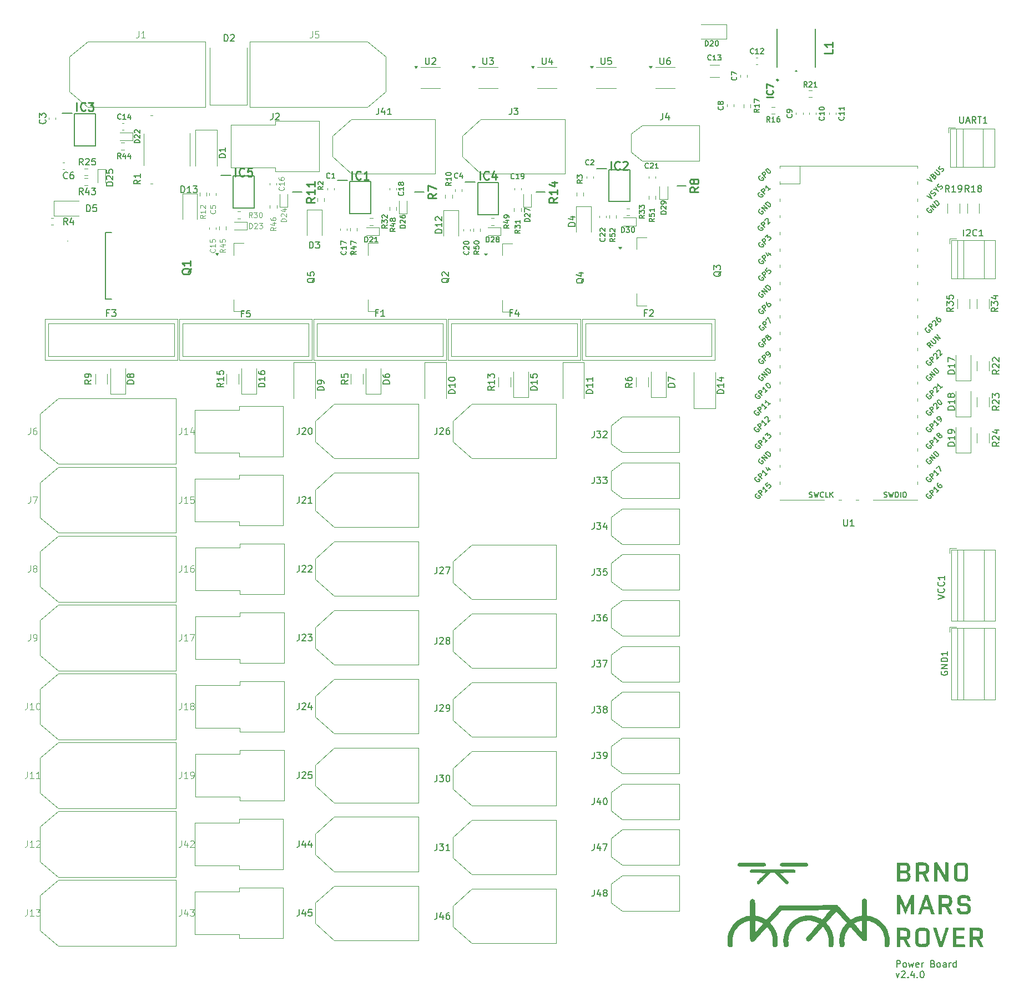
<source format=gbr>
%TF.GenerationSoftware,KiCad,Pcbnew,8.0.5*%
%TF.CreationDate,2025-06-20T11:11:49+02:00*%
%TF.ProjectId,PowerBoard,506f7765-7242-46f6-9172-642e6b696361,rev?*%
%TF.SameCoordinates,Original*%
%TF.FileFunction,Legend,Top*%
%TF.FilePolarity,Positive*%
%FSLAX46Y46*%
G04 Gerber Fmt 4.6, Leading zero omitted, Abs format (unit mm)*
G04 Created by KiCad (PCBNEW 8.0.5) date 2025-06-20 11:11:49*
%MOMM*%
%LPD*%
G01*
G04 APERTURE LIST*
%ADD10C,0.150000*%
%ADD11C,0.254000*%
%ADD12C,0.100000*%
%ADD13C,0.250000*%
%ADD14C,0.125000*%
%ADD15C,0.200000*%
%ADD16C,0.120000*%
%ADD17C,0.000000*%
G04 APERTURE END LIST*
D10*
X158336779Y-162759875D02*
X158336779Y-161759875D01*
X158336779Y-161759875D02*
X158717731Y-161759875D01*
X158717731Y-161759875D02*
X158812969Y-161807494D01*
X158812969Y-161807494D02*
X158860588Y-161855113D01*
X158860588Y-161855113D02*
X158908207Y-161950351D01*
X158908207Y-161950351D02*
X158908207Y-162093208D01*
X158908207Y-162093208D02*
X158860588Y-162188446D01*
X158860588Y-162188446D02*
X158812969Y-162236065D01*
X158812969Y-162236065D02*
X158717731Y-162283684D01*
X158717731Y-162283684D02*
X158336779Y-162283684D01*
X159479636Y-162759875D02*
X159384398Y-162712256D01*
X159384398Y-162712256D02*
X159336779Y-162664636D01*
X159336779Y-162664636D02*
X159289160Y-162569398D01*
X159289160Y-162569398D02*
X159289160Y-162283684D01*
X159289160Y-162283684D02*
X159336779Y-162188446D01*
X159336779Y-162188446D02*
X159384398Y-162140827D01*
X159384398Y-162140827D02*
X159479636Y-162093208D01*
X159479636Y-162093208D02*
X159622493Y-162093208D01*
X159622493Y-162093208D02*
X159717731Y-162140827D01*
X159717731Y-162140827D02*
X159765350Y-162188446D01*
X159765350Y-162188446D02*
X159812969Y-162283684D01*
X159812969Y-162283684D02*
X159812969Y-162569398D01*
X159812969Y-162569398D02*
X159765350Y-162664636D01*
X159765350Y-162664636D02*
X159717731Y-162712256D01*
X159717731Y-162712256D02*
X159622493Y-162759875D01*
X159622493Y-162759875D02*
X159479636Y-162759875D01*
X160146303Y-162093208D02*
X160336779Y-162759875D01*
X160336779Y-162759875D02*
X160527255Y-162283684D01*
X160527255Y-162283684D02*
X160717731Y-162759875D01*
X160717731Y-162759875D02*
X160908207Y-162093208D01*
X161670112Y-162712256D02*
X161574874Y-162759875D01*
X161574874Y-162759875D02*
X161384398Y-162759875D01*
X161384398Y-162759875D02*
X161289160Y-162712256D01*
X161289160Y-162712256D02*
X161241541Y-162617017D01*
X161241541Y-162617017D02*
X161241541Y-162236065D01*
X161241541Y-162236065D02*
X161289160Y-162140827D01*
X161289160Y-162140827D02*
X161384398Y-162093208D01*
X161384398Y-162093208D02*
X161574874Y-162093208D01*
X161574874Y-162093208D02*
X161670112Y-162140827D01*
X161670112Y-162140827D02*
X161717731Y-162236065D01*
X161717731Y-162236065D02*
X161717731Y-162331303D01*
X161717731Y-162331303D02*
X161241541Y-162426541D01*
X162146303Y-162759875D02*
X162146303Y-162093208D01*
X162146303Y-162283684D02*
X162193922Y-162188446D01*
X162193922Y-162188446D02*
X162241541Y-162140827D01*
X162241541Y-162140827D02*
X162336779Y-162093208D01*
X162336779Y-162093208D02*
X162432017Y-162093208D01*
X163860589Y-162236065D02*
X164003446Y-162283684D01*
X164003446Y-162283684D02*
X164051065Y-162331303D01*
X164051065Y-162331303D02*
X164098684Y-162426541D01*
X164098684Y-162426541D02*
X164098684Y-162569398D01*
X164098684Y-162569398D02*
X164051065Y-162664636D01*
X164051065Y-162664636D02*
X164003446Y-162712256D01*
X164003446Y-162712256D02*
X163908208Y-162759875D01*
X163908208Y-162759875D02*
X163527256Y-162759875D01*
X163527256Y-162759875D02*
X163527256Y-161759875D01*
X163527256Y-161759875D02*
X163860589Y-161759875D01*
X163860589Y-161759875D02*
X163955827Y-161807494D01*
X163955827Y-161807494D02*
X164003446Y-161855113D01*
X164003446Y-161855113D02*
X164051065Y-161950351D01*
X164051065Y-161950351D02*
X164051065Y-162045589D01*
X164051065Y-162045589D02*
X164003446Y-162140827D01*
X164003446Y-162140827D02*
X163955827Y-162188446D01*
X163955827Y-162188446D02*
X163860589Y-162236065D01*
X163860589Y-162236065D02*
X163527256Y-162236065D01*
X164670113Y-162759875D02*
X164574875Y-162712256D01*
X164574875Y-162712256D02*
X164527256Y-162664636D01*
X164527256Y-162664636D02*
X164479637Y-162569398D01*
X164479637Y-162569398D02*
X164479637Y-162283684D01*
X164479637Y-162283684D02*
X164527256Y-162188446D01*
X164527256Y-162188446D02*
X164574875Y-162140827D01*
X164574875Y-162140827D02*
X164670113Y-162093208D01*
X164670113Y-162093208D02*
X164812970Y-162093208D01*
X164812970Y-162093208D02*
X164908208Y-162140827D01*
X164908208Y-162140827D02*
X164955827Y-162188446D01*
X164955827Y-162188446D02*
X165003446Y-162283684D01*
X165003446Y-162283684D02*
X165003446Y-162569398D01*
X165003446Y-162569398D02*
X164955827Y-162664636D01*
X164955827Y-162664636D02*
X164908208Y-162712256D01*
X164908208Y-162712256D02*
X164812970Y-162759875D01*
X164812970Y-162759875D02*
X164670113Y-162759875D01*
X165860589Y-162759875D02*
X165860589Y-162236065D01*
X165860589Y-162236065D02*
X165812970Y-162140827D01*
X165812970Y-162140827D02*
X165717732Y-162093208D01*
X165717732Y-162093208D02*
X165527256Y-162093208D01*
X165527256Y-162093208D02*
X165432018Y-162140827D01*
X165860589Y-162712256D02*
X165765351Y-162759875D01*
X165765351Y-162759875D02*
X165527256Y-162759875D01*
X165527256Y-162759875D02*
X165432018Y-162712256D01*
X165432018Y-162712256D02*
X165384399Y-162617017D01*
X165384399Y-162617017D02*
X165384399Y-162521779D01*
X165384399Y-162521779D02*
X165432018Y-162426541D01*
X165432018Y-162426541D02*
X165527256Y-162378922D01*
X165527256Y-162378922D02*
X165765351Y-162378922D01*
X165765351Y-162378922D02*
X165860589Y-162331303D01*
X166336780Y-162759875D02*
X166336780Y-162093208D01*
X166336780Y-162283684D02*
X166384399Y-162188446D01*
X166384399Y-162188446D02*
X166432018Y-162140827D01*
X166432018Y-162140827D02*
X166527256Y-162093208D01*
X166527256Y-162093208D02*
X166622494Y-162093208D01*
X167384399Y-162759875D02*
X167384399Y-161759875D01*
X167384399Y-162712256D02*
X167289161Y-162759875D01*
X167289161Y-162759875D02*
X167098685Y-162759875D01*
X167098685Y-162759875D02*
X167003447Y-162712256D01*
X167003447Y-162712256D02*
X166955828Y-162664636D01*
X166955828Y-162664636D02*
X166908209Y-162569398D01*
X166908209Y-162569398D02*
X166908209Y-162283684D01*
X166908209Y-162283684D02*
X166955828Y-162188446D01*
X166955828Y-162188446D02*
X167003447Y-162140827D01*
X167003447Y-162140827D02*
X167098685Y-162093208D01*
X167098685Y-162093208D02*
X167289161Y-162093208D01*
X167289161Y-162093208D02*
X167384399Y-162140827D01*
X158241541Y-163703152D02*
X158479636Y-164369819D01*
X158479636Y-164369819D02*
X158717731Y-163703152D01*
X159051065Y-163465057D02*
X159098684Y-163417438D01*
X159098684Y-163417438D02*
X159193922Y-163369819D01*
X159193922Y-163369819D02*
X159432017Y-163369819D01*
X159432017Y-163369819D02*
X159527255Y-163417438D01*
X159527255Y-163417438D02*
X159574874Y-163465057D01*
X159574874Y-163465057D02*
X159622493Y-163560295D01*
X159622493Y-163560295D02*
X159622493Y-163655533D01*
X159622493Y-163655533D02*
X159574874Y-163798390D01*
X159574874Y-163798390D02*
X159003446Y-164369819D01*
X159003446Y-164369819D02*
X159622493Y-164369819D01*
X160051065Y-164274580D02*
X160098684Y-164322200D01*
X160098684Y-164322200D02*
X160051065Y-164369819D01*
X160051065Y-164369819D02*
X160003446Y-164322200D01*
X160003446Y-164322200D02*
X160051065Y-164274580D01*
X160051065Y-164274580D02*
X160051065Y-164369819D01*
X160955826Y-163703152D02*
X160955826Y-164369819D01*
X160717731Y-163322200D02*
X160479636Y-164036485D01*
X160479636Y-164036485D02*
X161098683Y-164036485D01*
X161479636Y-164274580D02*
X161527255Y-164322200D01*
X161527255Y-164322200D02*
X161479636Y-164369819D01*
X161479636Y-164369819D02*
X161432017Y-164322200D01*
X161432017Y-164322200D02*
X161479636Y-164274580D01*
X161479636Y-164274580D02*
X161479636Y-164369819D01*
X162146302Y-163369819D02*
X162241540Y-163369819D01*
X162241540Y-163369819D02*
X162336778Y-163417438D01*
X162336778Y-163417438D02*
X162384397Y-163465057D01*
X162384397Y-163465057D02*
X162432016Y-163560295D01*
X162432016Y-163560295D02*
X162479635Y-163750771D01*
X162479635Y-163750771D02*
X162479635Y-163988866D01*
X162479635Y-163988866D02*
X162432016Y-164179342D01*
X162432016Y-164179342D02*
X162384397Y-164274580D01*
X162384397Y-164274580D02*
X162336778Y-164322200D01*
X162336778Y-164322200D02*
X162241540Y-164369819D01*
X162241540Y-164369819D02*
X162146302Y-164369819D01*
X162146302Y-164369819D02*
X162051064Y-164322200D01*
X162051064Y-164322200D02*
X162003445Y-164274580D01*
X162003445Y-164274580D02*
X161955826Y-164179342D01*
X161955826Y-164179342D02*
X161908207Y-163988866D01*
X161908207Y-163988866D02*
X161908207Y-163750771D01*
X161908207Y-163750771D02*
X161955826Y-163560295D01*
X161955826Y-163560295D02*
X162003445Y-163465057D01*
X162003445Y-163465057D02*
X162051064Y-163417438D01*
X162051064Y-163417438D02*
X162146302Y-163369819D01*
D11*
X106574318Y-45316428D02*
X105969556Y-45739762D01*
X106574318Y-46042143D02*
X105304318Y-46042143D01*
X105304318Y-46042143D02*
X105304318Y-45558333D01*
X105304318Y-45558333D02*
X105364794Y-45437381D01*
X105364794Y-45437381D02*
X105425270Y-45376904D01*
X105425270Y-45376904D02*
X105546222Y-45316428D01*
X105546222Y-45316428D02*
X105727651Y-45316428D01*
X105727651Y-45316428D02*
X105848603Y-45376904D01*
X105848603Y-45376904D02*
X105909080Y-45437381D01*
X105909080Y-45437381D02*
X105969556Y-45558333D01*
X105969556Y-45558333D02*
X105969556Y-46042143D01*
X106574318Y-44106904D02*
X106574318Y-44832619D01*
X106574318Y-44469762D02*
X105304318Y-44469762D01*
X105304318Y-44469762D02*
X105485746Y-44590714D01*
X105485746Y-44590714D02*
X105606699Y-44711666D01*
X105606699Y-44711666D02*
X105667175Y-44832619D01*
X105727651Y-43018333D02*
X106574318Y-43018333D01*
X105243842Y-43320714D02*
X106150984Y-43623095D01*
X106150984Y-43623095D02*
X106150984Y-42836904D01*
X69574318Y-45316428D02*
X68969556Y-45739762D01*
X69574318Y-46042143D02*
X68304318Y-46042143D01*
X68304318Y-46042143D02*
X68304318Y-45558333D01*
X68304318Y-45558333D02*
X68364794Y-45437381D01*
X68364794Y-45437381D02*
X68425270Y-45376904D01*
X68425270Y-45376904D02*
X68546222Y-45316428D01*
X68546222Y-45316428D02*
X68727651Y-45316428D01*
X68727651Y-45316428D02*
X68848603Y-45376904D01*
X68848603Y-45376904D02*
X68909080Y-45437381D01*
X68909080Y-45437381D02*
X68969556Y-45558333D01*
X68969556Y-45558333D02*
X68969556Y-46042143D01*
X69574318Y-44106904D02*
X69574318Y-44832619D01*
X69574318Y-44469762D02*
X68304318Y-44469762D01*
X68304318Y-44469762D02*
X68485746Y-44590714D01*
X68485746Y-44590714D02*
X68606699Y-44711666D01*
X68606699Y-44711666D02*
X68667175Y-44832619D01*
X69574318Y-42897380D02*
X69574318Y-43623095D01*
X69574318Y-43260238D02*
X68304318Y-43260238D01*
X68304318Y-43260238D02*
X68485746Y-43381190D01*
X68485746Y-43381190D02*
X68606699Y-43502142D01*
X68606699Y-43502142D02*
X68667175Y-43623095D01*
X128074318Y-43711666D02*
X127469556Y-44135000D01*
X128074318Y-44437381D02*
X126804318Y-44437381D01*
X126804318Y-44437381D02*
X126804318Y-43953571D01*
X126804318Y-43953571D02*
X126864794Y-43832619D01*
X126864794Y-43832619D02*
X126925270Y-43772142D01*
X126925270Y-43772142D02*
X127046222Y-43711666D01*
X127046222Y-43711666D02*
X127227651Y-43711666D01*
X127227651Y-43711666D02*
X127348603Y-43772142D01*
X127348603Y-43772142D02*
X127409080Y-43832619D01*
X127409080Y-43832619D02*
X127469556Y-43953571D01*
X127469556Y-43953571D02*
X127469556Y-44437381D01*
X127348603Y-42985952D02*
X127288127Y-43106904D01*
X127288127Y-43106904D02*
X127227651Y-43167381D01*
X127227651Y-43167381D02*
X127106699Y-43227857D01*
X127106699Y-43227857D02*
X127046222Y-43227857D01*
X127046222Y-43227857D02*
X126925270Y-43167381D01*
X126925270Y-43167381D02*
X126864794Y-43106904D01*
X126864794Y-43106904D02*
X126804318Y-42985952D01*
X126804318Y-42985952D02*
X126804318Y-42744047D01*
X126804318Y-42744047D02*
X126864794Y-42623095D01*
X126864794Y-42623095D02*
X126925270Y-42562619D01*
X126925270Y-42562619D02*
X127046222Y-42502142D01*
X127046222Y-42502142D02*
X127106699Y-42502142D01*
X127106699Y-42502142D02*
X127227651Y-42562619D01*
X127227651Y-42562619D02*
X127288127Y-42623095D01*
X127288127Y-42623095D02*
X127348603Y-42744047D01*
X127348603Y-42744047D02*
X127348603Y-42985952D01*
X127348603Y-42985952D02*
X127409080Y-43106904D01*
X127409080Y-43106904D02*
X127469556Y-43167381D01*
X127469556Y-43167381D02*
X127590508Y-43227857D01*
X127590508Y-43227857D02*
X127832413Y-43227857D01*
X127832413Y-43227857D02*
X127953365Y-43167381D01*
X127953365Y-43167381D02*
X128013842Y-43106904D01*
X128013842Y-43106904D02*
X128074318Y-42985952D01*
X128074318Y-42985952D02*
X128074318Y-42744047D01*
X128074318Y-42744047D02*
X128013842Y-42623095D01*
X128013842Y-42623095D02*
X127953365Y-42562619D01*
X127953365Y-42562619D02*
X127832413Y-42502142D01*
X127832413Y-42502142D02*
X127590508Y-42502142D01*
X127590508Y-42502142D02*
X127469556Y-42562619D01*
X127469556Y-42562619D02*
X127409080Y-42623095D01*
X127409080Y-42623095D02*
X127348603Y-42744047D01*
X88074318Y-44711666D02*
X87469556Y-45135000D01*
X88074318Y-45437381D02*
X86804318Y-45437381D01*
X86804318Y-45437381D02*
X86804318Y-44953571D01*
X86804318Y-44953571D02*
X86864794Y-44832619D01*
X86864794Y-44832619D02*
X86925270Y-44772142D01*
X86925270Y-44772142D02*
X87046222Y-44711666D01*
X87046222Y-44711666D02*
X87227651Y-44711666D01*
X87227651Y-44711666D02*
X87348603Y-44772142D01*
X87348603Y-44772142D02*
X87409080Y-44832619D01*
X87409080Y-44832619D02*
X87469556Y-44953571D01*
X87469556Y-44953571D02*
X87469556Y-45437381D01*
X86804318Y-44288333D02*
X86804318Y-43441666D01*
X86804318Y-43441666D02*
X88074318Y-43985952D01*
X50695270Y-56120952D02*
X50634794Y-56241904D01*
X50634794Y-56241904D02*
X50513842Y-56362857D01*
X50513842Y-56362857D02*
X50332413Y-56544285D01*
X50332413Y-56544285D02*
X50271937Y-56665238D01*
X50271937Y-56665238D02*
X50271937Y-56786190D01*
X50574318Y-56725714D02*
X50513842Y-56846666D01*
X50513842Y-56846666D02*
X50392889Y-56967619D01*
X50392889Y-56967619D02*
X50150984Y-57028095D01*
X50150984Y-57028095D02*
X49727651Y-57028095D01*
X49727651Y-57028095D02*
X49485746Y-56967619D01*
X49485746Y-56967619D02*
X49364794Y-56846666D01*
X49364794Y-56846666D02*
X49304318Y-56725714D01*
X49304318Y-56725714D02*
X49304318Y-56483809D01*
X49304318Y-56483809D02*
X49364794Y-56362857D01*
X49364794Y-56362857D02*
X49485746Y-56241904D01*
X49485746Y-56241904D02*
X49727651Y-56181428D01*
X49727651Y-56181428D02*
X50150984Y-56181428D01*
X50150984Y-56181428D02*
X50392889Y-56241904D01*
X50392889Y-56241904D02*
X50513842Y-56362857D01*
X50513842Y-56362857D02*
X50574318Y-56483809D01*
X50574318Y-56483809D02*
X50574318Y-56725714D01*
X50574318Y-54971904D02*
X50574318Y-55697619D01*
X50574318Y-55334762D02*
X49304318Y-55334762D01*
X49304318Y-55334762D02*
X49485746Y-55455714D01*
X49485746Y-55455714D02*
X49606699Y-55576666D01*
X49606699Y-55576666D02*
X49667175Y-55697619D01*
X148574318Y-22711666D02*
X148574318Y-23316428D01*
X148574318Y-23316428D02*
X147304318Y-23316428D01*
X148574318Y-21623094D02*
X148574318Y-22348809D01*
X148574318Y-21985952D02*
X147304318Y-21985952D01*
X147304318Y-21985952D02*
X147485746Y-22106904D01*
X147485746Y-22106904D02*
X147606699Y-22227856D01*
X147606699Y-22227856D02*
X147667175Y-22348809D01*
D12*
X49190476Y-153957419D02*
X49190476Y-154671704D01*
X49190476Y-154671704D02*
X49142857Y-154814561D01*
X49142857Y-154814561D02*
X49047619Y-154909800D01*
X49047619Y-154909800D02*
X48904762Y-154957419D01*
X48904762Y-154957419D02*
X48809524Y-154957419D01*
X50095238Y-154290752D02*
X50095238Y-154957419D01*
X49857143Y-153909800D02*
X49619048Y-154624085D01*
X49619048Y-154624085D02*
X50238095Y-154624085D01*
X50523810Y-153957419D02*
X51142857Y-153957419D01*
X51142857Y-153957419D02*
X50809524Y-154338371D01*
X50809524Y-154338371D02*
X50952381Y-154338371D01*
X50952381Y-154338371D02*
X51047619Y-154385990D01*
X51047619Y-154385990D02*
X51095238Y-154433609D01*
X51095238Y-154433609D02*
X51142857Y-154528847D01*
X51142857Y-154528847D02*
X51142857Y-154766942D01*
X51142857Y-154766942D02*
X51095238Y-154862180D01*
X51095238Y-154862180D02*
X51047619Y-154909800D01*
X51047619Y-154909800D02*
X50952381Y-154957419D01*
X50952381Y-154957419D02*
X50666667Y-154957419D01*
X50666667Y-154957419D02*
X50571429Y-154909800D01*
X50571429Y-154909800D02*
X50523810Y-154862180D01*
X49190476Y-143457419D02*
X49190476Y-144171704D01*
X49190476Y-144171704D02*
X49142857Y-144314561D01*
X49142857Y-144314561D02*
X49047619Y-144409800D01*
X49047619Y-144409800D02*
X48904762Y-144457419D01*
X48904762Y-144457419D02*
X48809524Y-144457419D01*
X50095238Y-143790752D02*
X50095238Y-144457419D01*
X49857143Y-143409800D02*
X49619048Y-144124085D01*
X49619048Y-144124085D02*
X50238095Y-144124085D01*
X50571429Y-143552657D02*
X50619048Y-143505038D01*
X50619048Y-143505038D02*
X50714286Y-143457419D01*
X50714286Y-143457419D02*
X50952381Y-143457419D01*
X50952381Y-143457419D02*
X51047619Y-143505038D01*
X51047619Y-143505038D02*
X51095238Y-143552657D01*
X51095238Y-143552657D02*
X51142857Y-143647895D01*
X51142857Y-143647895D02*
X51142857Y-143743133D01*
X51142857Y-143743133D02*
X51095238Y-143885990D01*
X51095238Y-143885990D02*
X50523810Y-144457419D01*
X50523810Y-144457419D02*
X51142857Y-144457419D01*
D13*
X139449619Y-30026189D02*
X138449619Y-30026189D01*
X139354380Y-28978571D02*
X139402000Y-29026190D01*
X139402000Y-29026190D02*
X139449619Y-29169047D01*
X139449619Y-29169047D02*
X139449619Y-29264285D01*
X139449619Y-29264285D02*
X139402000Y-29407142D01*
X139402000Y-29407142D02*
X139306761Y-29502380D01*
X139306761Y-29502380D02*
X139211523Y-29549999D01*
X139211523Y-29549999D02*
X139021047Y-29597618D01*
X139021047Y-29597618D02*
X138878190Y-29597618D01*
X138878190Y-29597618D02*
X138687714Y-29549999D01*
X138687714Y-29549999D02*
X138592476Y-29502380D01*
X138592476Y-29502380D02*
X138497238Y-29407142D01*
X138497238Y-29407142D02*
X138449619Y-29264285D01*
X138449619Y-29264285D02*
X138449619Y-29169047D01*
X138449619Y-29169047D02*
X138497238Y-29026190D01*
X138497238Y-29026190D02*
X138544857Y-28978571D01*
X138449619Y-28645237D02*
X138449619Y-27978571D01*
X138449619Y-27978571D02*
X139449619Y-28407142D01*
D11*
X57472237Y-42074318D02*
X57472237Y-40804318D01*
X58802714Y-41953365D02*
X58742238Y-42013842D01*
X58742238Y-42013842D02*
X58560809Y-42074318D01*
X58560809Y-42074318D02*
X58439857Y-42074318D01*
X58439857Y-42074318D02*
X58258428Y-42013842D01*
X58258428Y-42013842D02*
X58137476Y-41892889D01*
X58137476Y-41892889D02*
X58076999Y-41771937D01*
X58076999Y-41771937D02*
X58016523Y-41530032D01*
X58016523Y-41530032D02*
X58016523Y-41348603D01*
X58016523Y-41348603D02*
X58076999Y-41106699D01*
X58076999Y-41106699D02*
X58137476Y-40985746D01*
X58137476Y-40985746D02*
X58258428Y-40864794D01*
X58258428Y-40864794D02*
X58439857Y-40804318D01*
X58439857Y-40804318D02*
X58560809Y-40804318D01*
X58560809Y-40804318D02*
X58742238Y-40864794D01*
X58742238Y-40864794D02*
X58802714Y-40925270D01*
X59951761Y-40804318D02*
X59346999Y-40804318D01*
X59346999Y-40804318D02*
X59286523Y-41409080D01*
X59286523Y-41409080D02*
X59346999Y-41348603D01*
X59346999Y-41348603D02*
X59467952Y-41288127D01*
X59467952Y-41288127D02*
X59770333Y-41288127D01*
X59770333Y-41288127D02*
X59891285Y-41348603D01*
X59891285Y-41348603D02*
X59951761Y-41409080D01*
X59951761Y-41409080D02*
X60012238Y-41530032D01*
X60012238Y-41530032D02*
X60012238Y-41832413D01*
X60012238Y-41832413D02*
X59951761Y-41953365D01*
X59951761Y-41953365D02*
X59891285Y-42013842D01*
X59891285Y-42013842D02*
X59770333Y-42074318D01*
X59770333Y-42074318D02*
X59467952Y-42074318D01*
X59467952Y-42074318D02*
X59346999Y-42013842D01*
X59346999Y-42013842D02*
X59286523Y-41953365D01*
X94760237Y-42574318D02*
X94760237Y-41304318D01*
X96090714Y-42453365D02*
X96030238Y-42513842D01*
X96030238Y-42513842D02*
X95848809Y-42574318D01*
X95848809Y-42574318D02*
X95727857Y-42574318D01*
X95727857Y-42574318D02*
X95546428Y-42513842D01*
X95546428Y-42513842D02*
X95425476Y-42392889D01*
X95425476Y-42392889D02*
X95364999Y-42271937D01*
X95364999Y-42271937D02*
X95304523Y-42030032D01*
X95304523Y-42030032D02*
X95304523Y-41848603D01*
X95304523Y-41848603D02*
X95364999Y-41606699D01*
X95364999Y-41606699D02*
X95425476Y-41485746D01*
X95425476Y-41485746D02*
X95546428Y-41364794D01*
X95546428Y-41364794D02*
X95727857Y-41304318D01*
X95727857Y-41304318D02*
X95848809Y-41304318D01*
X95848809Y-41304318D02*
X96030238Y-41364794D01*
X96030238Y-41364794D02*
X96090714Y-41425270D01*
X97179285Y-41727651D02*
X97179285Y-42574318D01*
X96876904Y-41243842D02*
X96574523Y-42150984D01*
X96574523Y-42150984D02*
X97360714Y-42150984D01*
X33260237Y-32074318D02*
X33260237Y-30804318D01*
X34590714Y-31953365D02*
X34530238Y-32013842D01*
X34530238Y-32013842D02*
X34348809Y-32074318D01*
X34348809Y-32074318D02*
X34227857Y-32074318D01*
X34227857Y-32074318D02*
X34046428Y-32013842D01*
X34046428Y-32013842D02*
X33925476Y-31892889D01*
X33925476Y-31892889D02*
X33864999Y-31771937D01*
X33864999Y-31771937D02*
X33804523Y-31530032D01*
X33804523Y-31530032D02*
X33804523Y-31348603D01*
X33804523Y-31348603D02*
X33864999Y-31106699D01*
X33864999Y-31106699D02*
X33925476Y-30985746D01*
X33925476Y-30985746D02*
X34046428Y-30864794D01*
X34046428Y-30864794D02*
X34227857Y-30804318D01*
X34227857Y-30804318D02*
X34348809Y-30804318D01*
X34348809Y-30804318D02*
X34530238Y-30864794D01*
X34530238Y-30864794D02*
X34590714Y-30925270D01*
X35014047Y-30804318D02*
X35800238Y-30804318D01*
X35800238Y-30804318D02*
X35376904Y-31288127D01*
X35376904Y-31288127D02*
X35558333Y-31288127D01*
X35558333Y-31288127D02*
X35679285Y-31348603D01*
X35679285Y-31348603D02*
X35739761Y-31409080D01*
X35739761Y-31409080D02*
X35800238Y-31530032D01*
X35800238Y-31530032D02*
X35800238Y-31832413D01*
X35800238Y-31832413D02*
X35739761Y-31953365D01*
X35739761Y-31953365D02*
X35679285Y-32013842D01*
X35679285Y-32013842D02*
X35558333Y-32074318D01*
X35558333Y-32074318D02*
X35195476Y-32074318D01*
X35195476Y-32074318D02*
X35074523Y-32013842D01*
X35074523Y-32013842D02*
X35014047Y-31953365D01*
X114760237Y-41074318D02*
X114760237Y-39804318D01*
X116090714Y-40953365D02*
X116030238Y-41013842D01*
X116030238Y-41013842D02*
X115848809Y-41074318D01*
X115848809Y-41074318D02*
X115727857Y-41074318D01*
X115727857Y-41074318D02*
X115546428Y-41013842D01*
X115546428Y-41013842D02*
X115425476Y-40892889D01*
X115425476Y-40892889D02*
X115364999Y-40771937D01*
X115364999Y-40771937D02*
X115304523Y-40530032D01*
X115304523Y-40530032D02*
X115304523Y-40348603D01*
X115304523Y-40348603D02*
X115364999Y-40106699D01*
X115364999Y-40106699D02*
X115425476Y-39985746D01*
X115425476Y-39985746D02*
X115546428Y-39864794D01*
X115546428Y-39864794D02*
X115727857Y-39804318D01*
X115727857Y-39804318D02*
X115848809Y-39804318D01*
X115848809Y-39804318D02*
X116030238Y-39864794D01*
X116030238Y-39864794D02*
X116090714Y-39925270D01*
X116574523Y-39925270D02*
X116634999Y-39864794D01*
X116634999Y-39864794D02*
X116755952Y-39804318D01*
X116755952Y-39804318D02*
X117058333Y-39804318D01*
X117058333Y-39804318D02*
X117179285Y-39864794D01*
X117179285Y-39864794D02*
X117239761Y-39925270D01*
X117239761Y-39925270D02*
X117300238Y-40046222D01*
X117300238Y-40046222D02*
X117300238Y-40167175D01*
X117300238Y-40167175D02*
X117239761Y-40348603D01*
X117239761Y-40348603D02*
X116514047Y-41074318D01*
X116514047Y-41074318D02*
X117300238Y-41074318D01*
X75260237Y-42574318D02*
X75260237Y-41304318D01*
X76590714Y-42453365D02*
X76530238Y-42513842D01*
X76530238Y-42513842D02*
X76348809Y-42574318D01*
X76348809Y-42574318D02*
X76227857Y-42574318D01*
X76227857Y-42574318D02*
X76046428Y-42513842D01*
X76046428Y-42513842D02*
X75925476Y-42392889D01*
X75925476Y-42392889D02*
X75864999Y-42271937D01*
X75864999Y-42271937D02*
X75804523Y-42030032D01*
X75804523Y-42030032D02*
X75804523Y-41848603D01*
X75804523Y-41848603D02*
X75864999Y-41606699D01*
X75864999Y-41606699D02*
X75925476Y-41485746D01*
X75925476Y-41485746D02*
X76046428Y-41364794D01*
X76046428Y-41364794D02*
X76227857Y-41304318D01*
X76227857Y-41304318D02*
X76348809Y-41304318D01*
X76348809Y-41304318D02*
X76530238Y-41364794D01*
X76530238Y-41364794D02*
X76590714Y-41425270D01*
X77800238Y-42574318D02*
X77074523Y-42574318D01*
X77437380Y-42574318D02*
X77437380Y-41304318D01*
X77437380Y-41304318D02*
X77316428Y-41485746D01*
X77316428Y-41485746D02*
X77195476Y-41606699D01*
X77195476Y-41606699D02*
X77074523Y-41667175D01*
D10*
X112190476Y-150954819D02*
X112190476Y-151669104D01*
X112190476Y-151669104D02*
X112142857Y-151811961D01*
X112142857Y-151811961D02*
X112047619Y-151907200D01*
X112047619Y-151907200D02*
X111904762Y-151954819D01*
X111904762Y-151954819D02*
X111809524Y-151954819D01*
X113095238Y-151288152D02*
X113095238Y-151954819D01*
X112857143Y-150907200D02*
X112619048Y-151621485D01*
X112619048Y-151621485D02*
X113238095Y-151621485D01*
X113761905Y-151383390D02*
X113666667Y-151335771D01*
X113666667Y-151335771D02*
X113619048Y-151288152D01*
X113619048Y-151288152D02*
X113571429Y-151192914D01*
X113571429Y-151192914D02*
X113571429Y-151145295D01*
X113571429Y-151145295D02*
X113619048Y-151050057D01*
X113619048Y-151050057D02*
X113666667Y-151002438D01*
X113666667Y-151002438D02*
X113761905Y-150954819D01*
X113761905Y-150954819D02*
X113952381Y-150954819D01*
X113952381Y-150954819D02*
X114047619Y-151002438D01*
X114047619Y-151002438D02*
X114095238Y-151050057D01*
X114095238Y-151050057D02*
X114142857Y-151145295D01*
X114142857Y-151145295D02*
X114142857Y-151192914D01*
X114142857Y-151192914D02*
X114095238Y-151288152D01*
X114095238Y-151288152D02*
X114047619Y-151335771D01*
X114047619Y-151335771D02*
X113952381Y-151383390D01*
X113952381Y-151383390D02*
X113761905Y-151383390D01*
X113761905Y-151383390D02*
X113666667Y-151431009D01*
X113666667Y-151431009D02*
X113619048Y-151478628D01*
X113619048Y-151478628D02*
X113571429Y-151573866D01*
X113571429Y-151573866D02*
X113571429Y-151764342D01*
X113571429Y-151764342D02*
X113619048Y-151859580D01*
X113619048Y-151859580D02*
X113666667Y-151907200D01*
X113666667Y-151907200D02*
X113761905Y-151954819D01*
X113761905Y-151954819D02*
X113952381Y-151954819D01*
X113952381Y-151954819D02*
X114047619Y-151907200D01*
X114047619Y-151907200D02*
X114095238Y-151859580D01*
X114095238Y-151859580D02*
X114142857Y-151764342D01*
X114142857Y-151764342D02*
X114142857Y-151573866D01*
X114142857Y-151573866D02*
X114095238Y-151478628D01*
X114095238Y-151478628D02*
X114047619Y-151431009D01*
X114047619Y-151431009D02*
X113952381Y-151383390D01*
X112190476Y-143954819D02*
X112190476Y-144669104D01*
X112190476Y-144669104D02*
X112142857Y-144811961D01*
X112142857Y-144811961D02*
X112047619Y-144907200D01*
X112047619Y-144907200D02*
X111904762Y-144954819D01*
X111904762Y-144954819D02*
X111809524Y-144954819D01*
X113095238Y-144288152D02*
X113095238Y-144954819D01*
X112857143Y-143907200D02*
X112619048Y-144621485D01*
X112619048Y-144621485D02*
X113238095Y-144621485D01*
X113523810Y-143954819D02*
X114190476Y-143954819D01*
X114190476Y-143954819D02*
X113761905Y-144954819D01*
X88190476Y-154454819D02*
X88190476Y-155169104D01*
X88190476Y-155169104D02*
X88142857Y-155311961D01*
X88142857Y-155311961D02*
X88047619Y-155407200D01*
X88047619Y-155407200D02*
X87904762Y-155454819D01*
X87904762Y-155454819D02*
X87809524Y-155454819D01*
X89095238Y-154788152D02*
X89095238Y-155454819D01*
X88857143Y-154407200D02*
X88619048Y-155121485D01*
X88619048Y-155121485D02*
X89238095Y-155121485D01*
X90047619Y-154454819D02*
X89857143Y-154454819D01*
X89857143Y-154454819D02*
X89761905Y-154502438D01*
X89761905Y-154502438D02*
X89714286Y-154550057D01*
X89714286Y-154550057D02*
X89619048Y-154692914D01*
X89619048Y-154692914D02*
X89571429Y-154883390D01*
X89571429Y-154883390D02*
X89571429Y-155264342D01*
X89571429Y-155264342D02*
X89619048Y-155359580D01*
X89619048Y-155359580D02*
X89666667Y-155407200D01*
X89666667Y-155407200D02*
X89761905Y-155454819D01*
X89761905Y-155454819D02*
X89952381Y-155454819D01*
X89952381Y-155454819D02*
X90047619Y-155407200D01*
X90047619Y-155407200D02*
X90095238Y-155359580D01*
X90095238Y-155359580D02*
X90142857Y-155264342D01*
X90142857Y-155264342D02*
X90142857Y-155026247D01*
X90142857Y-155026247D02*
X90095238Y-154931009D01*
X90095238Y-154931009D02*
X90047619Y-154883390D01*
X90047619Y-154883390D02*
X89952381Y-154835771D01*
X89952381Y-154835771D02*
X89761905Y-154835771D01*
X89761905Y-154835771D02*
X89666667Y-154883390D01*
X89666667Y-154883390D02*
X89619048Y-154931009D01*
X89619048Y-154931009D02*
X89571429Y-155026247D01*
X67190476Y-153954819D02*
X67190476Y-154669104D01*
X67190476Y-154669104D02*
X67142857Y-154811961D01*
X67142857Y-154811961D02*
X67047619Y-154907200D01*
X67047619Y-154907200D02*
X66904762Y-154954819D01*
X66904762Y-154954819D02*
X66809524Y-154954819D01*
X68095238Y-154288152D02*
X68095238Y-154954819D01*
X67857143Y-153907200D02*
X67619048Y-154621485D01*
X67619048Y-154621485D02*
X68238095Y-154621485D01*
X69095238Y-153954819D02*
X68619048Y-153954819D01*
X68619048Y-153954819D02*
X68571429Y-154431009D01*
X68571429Y-154431009D02*
X68619048Y-154383390D01*
X68619048Y-154383390D02*
X68714286Y-154335771D01*
X68714286Y-154335771D02*
X68952381Y-154335771D01*
X68952381Y-154335771D02*
X69047619Y-154383390D01*
X69047619Y-154383390D02*
X69095238Y-154431009D01*
X69095238Y-154431009D02*
X69142857Y-154526247D01*
X69142857Y-154526247D02*
X69142857Y-154764342D01*
X69142857Y-154764342D02*
X69095238Y-154859580D01*
X69095238Y-154859580D02*
X69047619Y-154907200D01*
X69047619Y-154907200D02*
X68952381Y-154954819D01*
X68952381Y-154954819D02*
X68714286Y-154954819D01*
X68714286Y-154954819D02*
X68619048Y-154907200D01*
X68619048Y-154907200D02*
X68571429Y-154859580D01*
X67190476Y-143454819D02*
X67190476Y-144169104D01*
X67190476Y-144169104D02*
X67142857Y-144311961D01*
X67142857Y-144311961D02*
X67047619Y-144407200D01*
X67047619Y-144407200D02*
X66904762Y-144454819D01*
X66904762Y-144454819D02*
X66809524Y-144454819D01*
X68095238Y-143788152D02*
X68095238Y-144454819D01*
X67857143Y-143407200D02*
X67619048Y-144121485D01*
X67619048Y-144121485D02*
X68238095Y-144121485D01*
X69047619Y-143788152D02*
X69047619Y-144454819D01*
X68809524Y-143407200D02*
X68571429Y-144121485D01*
X68571429Y-144121485D02*
X69190476Y-144121485D01*
X115378787Y-51569777D02*
X114997834Y-51836444D01*
X115378787Y-52026920D02*
X114578787Y-52026920D01*
X114578787Y-52026920D02*
X114578787Y-51722158D01*
X114578787Y-51722158D02*
X114616882Y-51645968D01*
X114616882Y-51645968D02*
X114654977Y-51607873D01*
X114654977Y-51607873D02*
X114731168Y-51569777D01*
X114731168Y-51569777D02*
X114845453Y-51569777D01*
X114845453Y-51569777D02*
X114921644Y-51607873D01*
X114921644Y-51607873D02*
X114959739Y-51645968D01*
X114959739Y-51645968D02*
X114997834Y-51722158D01*
X114997834Y-51722158D02*
X114997834Y-52026920D01*
X114578787Y-50845968D02*
X114578787Y-51226920D01*
X114578787Y-51226920D02*
X114959739Y-51265016D01*
X114959739Y-51265016D02*
X114921644Y-51226920D01*
X114921644Y-51226920D02*
X114883549Y-51150730D01*
X114883549Y-51150730D02*
X114883549Y-50960254D01*
X114883549Y-50960254D02*
X114921644Y-50884063D01*
X114921644Y-50884063D02*
X114959739Y-50845968D01*
X114959739Y-50845968D02*
X115035930Y-50807873D01*
X115035930Y-50807873D02*
X115226406Y-50807873D01*
X115226406Y-50807873D02*
X115302596Y-50845968D01*
X115302596Y-50845968D02*
X115340692Y-50884063D01*
X115340692Y-50884063D02*
X115378787Y-50960254D01*
X115378787Y-50960254D02*
X115378787Y-51150730D01*
X115378787Y-51150730D02*
X115340692Y-51226920D01*
X115340692Y-51226920D02*
X115302596Y-51265016D01*
X114654977Y-50503111D02*
X114616882Y-50465015D01*
X114616882Y-50465015D02*
X114578787Y-50388825D01*
X114578787Y-50388825D02*
X114578787Y-50198349D01*
X114578787Y-50198349D02*
X114616882Y-50122158D01*
X114616882Y-50122158D02*
X114654977Y-50084063D01*
X114654977Y-50084063D02*
X114731168Y-50045968D01*
X114731168Y-50045968D02*
X114807358Y-50045968D01*
X114807358Y-50045968D02*
X114921644Y-50084063D01*
X114921644Y-50084063D02*
X115378787Y-50541206D01*
X115378787Y-50541206D02*
X115378787Y-50045968D01*
X121362295Y-48514285D02*
X120981342Y-48780952D01*
X121362295Y-48971428D02*
X120562295Y-48971428D01*
X120562295Y-48971428D02*
X120562295Y-48666666D01*
X120562295Y-48666666D02*
X120600390Y-48590476D01*
X120600390Y-48590476D02*
X120638485Y-48552381D01*
X120638485Y-48552381D02*
X120714676Y-48514285D01*
X120714676Y-48514285D02*
X120828961Y-48514285D01*
X120828961Y-48514285D02*
X120905152Y-48552381D01*
X120905152Y-48552381D02*
X120943247Y-48590476D01*
X120943247Y-48590476D02*
X120981342Y-48666666D01*
X120981342Y-48666666D02*
X120981342Y-48971428D01*
X120562295Y-47790476D02*
X120562295Y-48171428D01*
X120562295Y-48171428D02*
X120943247Y-48209524D01*
X120943247Y-48209524D02*
X120905152Y-48171428D01*
X120905152Y-48171428D02*
X120867057Y-48095238D01*
X120867057Y-48095238D02*
X120867057Y-47904762D01*
X120867057Y-47904762D02*
X120905152Y-47828571D01*
X120905152Y-47828571D02*
X120943247Y-47790476D01*
X120943247Y-47790476D02*
X121019438Y-47752381D01*
X121019438Y-47752381D02*
X121209914Y-47752381D01*
X121209914Y-47752381D02*
X121286104Y-47790476D01*
X121286104Y-47790476D02*
X121324200Y-47828571D01*
X121324200Y-47828571D02*
X121362295Y-47904762D01*
X121362295Y-47904762D02*
X121362295Y-48095238D01*
X121362295Y-48095238D02*
X121324200Y-48171428D01*
X121324200Y-48171428D02*
X121286104Y-48209524D01*
X121362295Y-46990476D02*
X121362295Y-47447619D01*
X121362295Y-47219047D02*
X120562295Y-47219047D01*
X120562295Y-47219047D02*
X120676580Y-47295238D01*
X120676580Y-47295238D02*
X120752771Y-47371428D01*
X120752771Y-47371428D02*
X120790866Y-47447619D01*
X119862295Y-48014284D02*
X119481342Y-48280951D01*
X119862295Y-48471427D02*
X119062295Y-48471427D01*
X119062295Y-48471427D02*
X119062295Y-48166665D01*
X119062295Y-48166665D02*
X119100390Y-48090475D01*
X119100390Y-48090475D02*
X119138485Y-48052380D01*
X119138485Y-48052380D02*
X119214676Y-48014284D01*
X119214676Y-48014284D02*
X119328961Y-48014284D01*
X119328961Y-48014284D02*
X119405152Y-48052380D01*
X119405152Y-48052380D02*
X119443247Y-48090475D01*
X119443247Y-48090475D02*
X119481342Y-48166665D01*
X119481342Y-48166665D02*
X119481342Y-48471427D01*
X119062295Y-47747618D02*
X119062295Y-47252380D01*
X119062295Y-47252380D02*
X119367057Y-47519046D01*
X119367057Y-47519046D02*
X119367057Y-47404761D01*
X119367057Y-47404761D02*
X119405152Y-47328570D01*
X119405152Y-47328570D02*
X119443247Y-47290475D01*
X119443247Y-47290475D02*
X119519438Y-47252380D01*
X119519438Y-47252380D02*
X119709914Y-47252380D01*
X119709914Y-47252380D02*
X119786104Y-47290475D01*
X119786104Y-47290475D02*
X119824200Y-47328570D01*
X119824200Y-47328570D02*
X119862295Y-47404761D01*
X119862295Y-47404761D02*
X119862295Y-47633332D01*
X119862295Y-47633332D02*
X119824200Y-47709523D01*
X119824200Y-47709523D02*
X119786104Y-47747618D01*
X119062295Y-46985713D02*
X119062295Y-46490475D01*
X119062295Y-46490475D02*
X119367057Y-46757141D01*
X119367057Y-46757141D02*
X119367057Y-46642856D01*
X119367057Y-46642856D02*
X119405152Y-46566665D01*
X119405152Y-46566665D02*
X119443247Y-46528570D01*
X119443247Y-46528570D02*
X119519438Y-46490475D01*
X119519438Y-46490475D02*
X119709914Y-46490475D01*
X119709914Y-46490475D02*
X119786104Y-46528570D01*
X119786104Y-46528570D02*
X119824200Y-46566665D01*
X119824200Y-46566665D02*
X119862295Y-46642856D01*
X119862295Y-46642856D02*
X119862295Y-46871427D01*
X119862295Y-46871427D02*
X119824200Y-46947618D01*
X119824200Y-46947618D02*
X119786104Y-46985713D01*
X110362295Y-42633332D02*
X109981342Y-42899999D01*
X110362295Y-43090475D02*
X109562295Y-43090475D01*
X109562295Y-43090475D02*
X109562295Y-42785713D01*
X109562295Y-42785713D02*
X109600390Y-42709523D01*
X109600390Y-42709523D02*
X109638485Y-42671428D01*
X109638485Y-42671428D02*
X109714676Y-42633332D01*
X109714676Y-42633332D02*
X109828961Y-42633332D01*
X109828961Y-42633332D02*
X109905152Y-42671428D01*
X109905152Y-42671428D02*
X109943247Y-42709523D01*
X109943247Y-42709523D02*
X109981342Y-42785713D01*
X109981342Y-42785713D02*
X109981342Y-43090475D01*
X109562295Y-42366666D02*
X109562295Y-41871428D01*
X109562295Y-41871428D02*
X109867057Y-42138094D01*
X109867057Y-42138094D02*
X109867057Y-42023809D01*
X109867057Y-42023809D02*
X109905152Y-41947618D01*
X109905152Y-41947618D02*
X109943247Y-41909523D01*
X109943247Y-41909523D02*
X110019438Y-41871428D01*
X110019438Y-41871428D02*
X110209914Y-41871428D01*
X110209914Y-41871428D02*
X110286104Y-41909523D01*
X110286104Y-41909523D02*
X110324200Y-41947618D01*
X110324200Y-41947618D02*
X110362295Y-42023809D01*
X110362295Y-42023809D02*
X110362295Y-42252380D01*
X110362295Y-42252380D02*
X110324200Y-42328571D01*
X110324200Y-42328571D02*
X110286104Y-42366666D01*
X116341660Y-50648157D02*
X116341660Y-49848157D01*
X116341660Y-49848157D02*
X116532136Y-49848157D01*
X116532136Y-49848157D02*
X116646422Y-49886252D01*
X116646422Y-49886252D02*
X116722612Y-49962442D01*
X116722612Y-49962442D02*
X116760707Y-50038633D01*
X116760707Y-50038633D02*
X116798803Y-50191014D01*
X116798803Y-50191014D02*
X116798803Y-50305300D01*
X116798803Y-50305300D02*
X116760707Y-50457681D01*
X116760707Y-50457681D02*
X116722612Y-50533871D01*
X116722612Y-50533871D02*
X116646422Y-50610062D01*
X116646422Y-50610062D02*
X116532136Y-50648157D01*
X116532136Y-50648157D02*
X116341660Y-50648157D01*
X117065469Y-49848157D02*
X117560707Y-49848157D01*
X117560707Y-49848157D02*
X117294041Y-50152919D01*
X117294041Y-50152919D02*
X117408326Y-50152919D01*
X117408326Y-50152919D02*
X117484517Y-50191014D01*
X117484517Y-50191014D02*
X117522612Y-50229109D01*
X117522612Y-50229109D02*
X117560707Y-50305300D01*
X117560707Y-50305300D02*
X117560707Y-50495776D01*
X117560707Y-50495776D02*
X117522612Y-50571966D01*
X117522612Y-50571966D02*
X117484517Y-50610062D01*
X117484517Y-50610062D02*
X117408326Y-50648157D01*
X117408326Y-50648157D02*
X117179755Y-50648157D01*
X117179755Y-50648157D02*
X117103564Y-50610062D01*
X117103564Y-50610062D02*
X117065469Y-50571966D01*
X118055946Y-49848157D02*
X118132136Y-49848157D01*
X118132136Y-49848157D02*
X118208327Y-49886252D01*
X118208327Y-49886252D02*
X118246422Y-49924347D01*
X118246422Y-49924347D02*
X118284517Y-50000538D01*
X118284517Y-50000538D02*
X118322612Y-50152919D01*
X118322612Y-50152919D02*
X118322612Y-50343395D01*
X118322612Y-50343395D02*
X118284517Y-50495776D01*
X118284517Y-50495776D02*
X118246422Y-50571966D01*
X118246422Y-50571966D02*
X118208327Y-50610062D01*
X118208327Y-50610062D02*
X118132136Y-50648157D01*
X118132136Y-50648157D02*
X118055946Y-50648157D01*
X118055946Y-50648157D02*
X117979755Y-50610062D01*
X117979755Y-50610062D02*
X117941660Y-50571966D01*
X117941660Y-50571966D02*
X117903565Y-50495776D01*
X117903565Y-50495776D02*
X117865469Y-50343395D01*
X117865469Y-50343395D02*
X117865469Y-50152919D01*
X117865469Y-50152919D02*
X117903565Y-50000538D01*
X117903565Y-50000538D02*
X117941660Y-49924347D01*
X117941660Y-49924347D02*
X117979755Y-49886252D01*
X117979755Y-49886252D02*
X118055946Y-49848157D01*
X123148675Y-47835290D02*
X122348675Y-47835290D01*
X122348675Y-47835290D02*
X122348675Y-47644814D01*
X122348675Y-47644814D02*
X122386770Y-47530528D01*
X122386770Y-47530528D02*
X122462960Y-47454338D01*
X122462960Y-47454338D02*
X122539151Y-47416243D01*
X122539151Y-47416243D02*
X122691532Y-47378147D01*
X122691532Y-47378147D02*
X122805818Y-47378147D01*
X122805818Y-47378147D02*
X122958199Y-47416243D01*
X122958199Y-47416243D02*
X123034389Y-47454338D01*
X123034389Y-47454338D02*
X123110580Y-47530528D01*
X123110580Y-47530528D02*
X123148675Y-47644814D01*
X123148675Y-47644814D02*
X123148675Y-47835290D01*
X122424865Y-47073386D02*
X122386770Y-47035290D01*
X122386770Y-47035290D02*
X122348675Y-46959100D01*
X122348675Y-46959100D02*
X122348675Y-46768624D01*
X122348675Y-46768624D02*
X122386770Y-46692433D01*
X122386770Y-46692433D02*
X122424865Y-46654338D01*
X122424865Y-46654338D02*
X122501056Y-46616243D01*
X122501056Y-46616243D02*
X122577246Y-46616243D01*
X122577246Y-46616243D02*
X122691532Y-46654338D01*
X122691532Y-46654338D02*
X123148675Y-47111481D01*
X123148675Y-47111481D02*
X123148675Y-46616243D01*
X123148675Y-46235290D02*
X123148675Y-46082909D01*
X123148675Y-46082909D02*
X123110580Y-46006719D01*
X123110580Y-46006719D02*
X123072484Y-45968623D01*
X123072484Y-45968623D02*
X122958199Y-45892433D01*
X122958199Y-45892433D02*
X122805818Y-45854338D01*
X122805818Y-45854338D02*
X122501056Y-45854338D01*
X122501056Y-45854338D02*
X122424865Y-45892433D01*
X122424865Y-45892433D02*
X122386770Y-45930528D01*
X122386770Y-45930528D02*
X122348675Y-46006719D01*
X122348675Y-46006719D02*
X122348675Y-46159100D01*
X122348675Y-46159100D02*
X122386770Y-46235290D01*
X122386770Y-46235290D02*
X122424865Y-46273385D01*
X122424865Y-46273385D02*
X122501056Y-46311481D01*
X122501056Y-46311481D02*
X122691532Y-46311481D01*
X122691532Y-46311481D02*
X122767722Y-46273385D01*
X122767722Y-46273385D02*
X122805818Y-46235290D01*
X122805818Y-46235290D02*
X122843913Y-46159100D01*
X122843913Y-46159100D02*
X122843913Y-46006719D01*
X122843913Y-46006719D02*
X122805818Y-45930528D01*
X122805818Y-45930528D02*
X122767722Y-45892433D01*
X122767722Y-45892433D02*
X122691532Y-45854338D01*
X113786104Y-51514285D02*
X113824200Y-51552381D01*
X113824200Y-51552381D02*
X113862295Y-51666666D01*
X113862295Y-51666666D02*
X113862295Y-51742857D01*
X113862295Y-51742857D02*
X113824200Y-51857143D01*
X113824200Y-51857143D02*
X113748009Y-51933333D01*
X113748009Y-51933333D02*
X113671819Y-51971428D01*
X113671819Y-51971428D02*
X113519438Y-52009524D01*
X113519438Y-52009524D02*
X113405152Y-52009524D01*
X113405152Y-52009524D02*
X113252771Y-51971428D01*
X113252771Y-51971428D02*
X113176580Y-51933333D01*
X113176580Y-51933333D02*
X113100390Y-51857143D01*
X113100390Y-51857143D02*
X113062295Y-51742857D01*
X113062295Y-51742857D02*
X113062295Y-51666666D01*
X113062295Y-51666666D02*
X113100390Y-51552381D01*
X113100390Y-51552381D02*
X113138485Y-51514285D01*
X113138485Y-51209524D02*
X113100390Y-51171428D01*
X113100390Y-51171428D02*
X113062295Y-51095238D01*
X113062295Y-51095238D02*
X113062295Y-50904762D01*
X113062295Y-50904762D02*
X113100390Y-50828571D01*
X113100390Y-50828571D02*
X113138485Y-50790476D01*
X113138485Y-50790476D02*
X113214676Y-50752381D01*
X113214676Y-50752381D02*
X113290866Y-50752381D01*
X113290866Y-50752381D02*
X113405152Y-50790476D01*
X113405152Y-50790476D02*
X113862295Y-51247619D01*
X113862295Y-51247619D02*
X113862295Y-50752381D01*
X113138485Y-50447619D02*
X113100390Y-50409523D01*
X113100390Y-50409523D02*
X113062295Y-50333333D01*
X113062295Y-50333333D02*
X113062295Y-50142857D01*
X113062295Y-50142857D02*
X113100390Y-50066666D01*
X113100390Y-50066666D02*
X113138485Y-50028571D01*
X113138485Y-50028571D02*
X113214676Y-49990476D01*
X113214676Y-49990476D02*
X113290866Y-49990476D01*
X113290866Y-49990476D02*
X113405152Y-50028571D01*
X113405152Y-50028571D02*
X113862295Y-50485714D01*
X113862295Y-50485714D02*
X113862295Y-49990476D01*
X120440963Y-40786104D02*
X120402867Y-40824200D01*
X120402867Y-40824200D02*
X120288582Y-40862295D01*
X120288582Y-40862295D02*
X120212391Y-40862295D01*
X120212391Y-40862295D02*
X120098105Y-40824200D01*
X120098105Y-40824200D02*
X120021915Y-40748009D01*
X120021915Y-40748009D02*
X119983820Y-40671819D01*
X119983820Y-40671819D02*
X119945724Y-40519438D01*
X119945724Y-40519438D02*
X119945724Y-40405152D01*
X119945724Y-40405152D02*
X119983820Y-40252771D01*
X119983820Y-40252771D02*
X120021915Y-40176580D01*
X120021915Y-40176580D02*
X120098105Y-40100390D01*
X120098105Y-40100390D02*
X120212391Y-40062295D01*
X120212391Y-40062295D02*
X120288582Y-40062295D01*
X120288582Y-40062295D02*
X120402867Y-40100390D01*
X120402867Y-40100390D02*
X120440963Y-40138485D01*
X120745724Y-40138485D02*
X120783820Y-40100390D01*
X120783820Y-40100390D02*
X120860010Y-40062295D01*
X120860010Y-40062295D02*
X121050486Y-40062295D01*
X121050486Y-40062295D02*
X121126677Y-40100390D01*
X121126677Y-40100390D02*
X121164772Y-40138485D01*
X121164772Y-40138485D02*
X121202867Y-40214676D01*
X121202867Y-40214676D02*
X121202867Y-40290866D01*
X121202867Y-40290866D02*
X121164772Y-40405152D01*
X121164772Y-40405152D02*
X120707629Y-40862295D01*
X120707629Y-40862295D02*
X121202867Y-40862295D01*
X121964772Y-40862295D02*
X121507629Y-40862295D01*
X121736201Y-40862295D02*
X121736201Y-40062295D01*
X121736201Y-40062295D02*
X121660010Y-40176580D01*
X121660010Y-40176580D02*
X121583820Y-40252771D01*
X121583820Y-40252771D02*
X121507629Y-40290866D01*
X111366667Y-40286104D02*
X111328571Y-40324200D01*
X111328571Y-40324200D02*
X111214286Y-40362295D01*
X111214286Y-40362295D02*
X111138095Y-40362295D01*
X111138095Y-40362295D02*
X111023809Y-40324200D01*
X111023809Y-40324200D02*
X110947619Y-40248009D01*
X110947619Y-40248009D02*
X110909524Y-40171819D01*
X110909524Y-40171819D02*
X110871428Y-40019438D01*
X110871428Y-40019438D02*
X110871428Y-39905152D01*
X110871428Y-39905152D02*
X110909524Y-39752771D01*
X110909524Y-39752771D02*
X110947619Y-39676580D01*
X110947619Y-39676580D02*
X111023809Y-39600390D01*
X111023809Y-39600390D02*
X111138095Y-39562295D01*
X111138095Y-39562295D02*
X111214286Y-39562295D01*
X111214286Y-39562295D02*
X111328571Y-39600390D01*
X111328571Y-39600390D02*
X111366667Y-39638485D01*
X111671428Y-39638485D02*
X111709524Y-39600390D01*
X111709524Y-39600390D02*
X111785714Y-39562295D01*
X111785714Y-39562295D02*
X111976190Y-39562295D01*
X111976190Y-39562295D02*
X112052381Y-39600390D01*
X112052381Y-39600390D02*
X112090476Y-39638485D01*
X112090476Y-39638485D02*
X112128571Y-39714676D01*
X112128571Y-39714676D02*
X112128571Y-39790866D01*
X112128571Y-39790866D02*
X112090476Y-39905152D01*
X112090476Y-39905152D02*
X111633333Y-40362295D01*
X111633333Y-40362295D02*
X112128571Y-40362295D01*
X94616918Y-53479488D02*
X94235965Y-53746155D01*
X94616918Y-53936631D02*
X93816918Y-53936631D01*
X93816918Y-53936631D02*
X93816918Y-53631869D01*
X93816918Y-53631869D02*
X93855013Y-53555679D01*
X93855013Y-53555679D02*
X93893108Y-53517584D01*
X93893108Y-53517584D02*
X93969299Y-53479488D01*
X93969299Y-53479488D02*
X94083584Y-53479488D01*
X94083584Y-53479488D02*
X94159775Y-53517584D01*
X94159775Y-53517584D02*
X94197870Y-53555679D01*
X94197870Y-53555679D02*
X94235965Y-53631869D01*
X94235965Y-53631869D02*
X94235965Y-53936631D01*
X93816918Y-52755679D02*
X93816918Y-53136631D01*
X93816918Y-53136631D02*
X94197870Y-53174727D01*
X94197870Y-53174727D02*
X94159775Y-53136631D01*
X94159775Y-53136631D02*
X94121680Y-53060441D01*
X94121680Y-53060441D02*
X94121680Y-52869965D01*
X94121680Y-52869965D02*
X94159775Y-52793774D01*
X94159775Y-52793774D02*
X94197870Y-52755679D01*
X94197870Y-52755679D02*
X94274061Y-52717584D01*
X94274061Y-52717584D02*
X94464537Y-52717584D01*
X94464537Y-52717584D02*
X94540727Y-52755679D01*
X94540727Y-52755679D02*
X94578823Y-52793774D01*
X94578823Y-52793774D02*
X94616918Y-52869965D01*
X94616918Y-52869965D02*
X94616918Y-53060441D01*
X94616918Y-53060441D02*
X94578823Y-53136631D01*
X94578823Y-53136631D02*
X94540727Y-53174727D01*
X93816918Y-52222345D02*
X93816918Y-52146155D01*
X93816918Y-52146155D02*
X93855013Y-52069964D01*
X93855013Y-52069964D02*
X93893108Y-52031869D01*
X93893108Y-52031869D02*
X93969299Y-51993774D01*
X93969299Y-51993774D02*
X94121680Y-51955679D01*
X94121680Y-51955679D02*
X94312156Y-51955679D01*
X94312156Y-51955679D02*
X94464537Y-51993774D01*
X94464537Y-51993774D02*
X94540727Y-52031869D01*
X94540727Y-52031869D02*
X94578823Y-52069964D01*
X94578823Y-52069964D02*
X94616918Y-52146155D01*
X94616918Y-52146155D02*
X94616918Y-52222345D01*
X94616918Y-52222345D02*
X94578823Y-52298536D01*
X94578823Y-52298536D02*
X94540727Y-52336631D01*
X94540727Y-52336631D02*
X94464537Y-52374726D01*
X94464537Y-52374726D02*
X94312156Y-52412822D01*
X94312156Y-52412822D02*
X94121680Y-52412822D01*
X94121680Y-52412822D02*
X93969299Y-52374726D01*
X93969299Y-52374726D02*
X93893108Y-52336631D01*
X93893108Y-52336631D02*
X93855013Y-52298536D01*
X93855013Y-52298536D02*
X93816918Y-52222345D01*
X99192746Y-49505284D02*
X98811793Y-49771951D01*
X99192746Y-49962427D02*
X98392746Y-49962427D01*
X98392746Y-49962427D02*
X98392746Y-49657665D01*
X98392746Y-49657665D02*
X98430841Y-49581475D01*
X98430841Y-49581475D02*
X98468936Y-49543380D01*
X98468936Y-49543380D02*
X98545127Y-49505284D01*
X98545127Y-49505284D02*
X98659412Y-49505284D01*
X98659412Y-49505284D02*
X98735603Y-49543380D01*
X98735603Y-49543380D02*
X98773698Y-49581475D01*
X98773698Y-49581475D02*
X98811793Y-49657665D01*
X98811793Y-49657665D02*
X98811793Y-49962427D01*
X98659412Y-48819570D02*
X99192746Y-48819570D01*
X98354651Y-49010046D02*
X98926079Y-49200523D01*
X98926079Y-49200523D02*
X98926079Y-48705284D01*
X99192746Y-48362427D02*
X99192746Y-48210046D01*
X99192746Y-48210046D02*
X99154651Y-48133856D01*
X99154651Y-48133856D02*
X99116555Y-48095760D01*
X99116555Y-48095760D02*
X99002270Y-48019570D01*
X99002270Y-48019570D02*
X98849889Y-47981475D01*
X98849889Y-47981475D02*
X98545127Y-47981475D01*
X98545127Y-47981475D02*
X98468936Y-48019570D01*
X98468936Y-48019570D02*
X98430841Y-48057665D01*
X98430841Y-48057665D02*
X98392746Y-48133856D01*
X98392746Y-48133856D02*
X98392746Y-48286237D01*
X98392746Y-48286237D02*
X98430841Y-48362427D01*
X98430841Y-48362427D02*
X98468936Y-48400522D01*
X98468936Y-48400522D02*
X98545127Y-48438618D01*
X98545127Y-48438618D02*
X98735603Y-48438618D01*
X98735603Y-48438618D02*
X98811793Y-48400522D01*
X98811793Y-48400522D02*
X98849889Y-48362427D01*
X98849889Y-48362427D02*
X98887984Y-48286237D01*
X98887984Y-48286237D02*
X98887984Y-48133856D01*
X98887984Y-48133856D02*
X98849889Y-48057665D01*
X98849889Y-48057665D02*
X98811793Y-48019570D01*
X98811793Y-48019570D02*
X98735603Y-47981475D01*
X100869487Y-50277058D02*
X100488534Y-50543725D01*
X100869487Y-50734201D02*
X100069487Y-50734201D01*
X100069487Y-50734201D02*
X100069487Y-50429439D01*
X100069487Y-50429439D02*
X100107582Y-50353249D01*
X100107582Y-50353249D02*
X100145677Y-50315154D01*
X100145677Y-50315154D02*
X100221868Y-50277058D01*
X100221868Y-50277058D02*
X100336153Y-50277058D01*
X100336153Y-50277058D02*
X100412344Y-50315154D01*
X100412344Y-50315154D02*
X100450439Y-50353249D01*
X100450439Y-50353249D02*
X100488534Y-50429439D01*
X100488534Y-50429439D02*
X100488534Y-50734201D01*
X100069487Y-50010392D02*
X100069487Y-49515154D01*
X100069487Y-49515154D02*
X100374249Y-49781820D01*
X100374249Y-49781820D02*
X100374249Y-49667535D01*
X100374249Y-49667535D02*
X100412344Y-49591344D01*
X100412344Y-49591344D02*
X100450439Y-49553249D01*
X100450439Y-49553249D02*
X100526630Y-49515154D01*
X100526630Y-49515154D02*
X100717106Y-49515154D01*
X100717106Y-49515154D02*
X100793296Y-49553249D01*
X100793296Y-49553249D02*
X100831392Y-49591344D01*
X100831392Y-49591344D02*
X100869487Y-49667535D01*
X100869487Y-49667535D02*
X100869487Y-49896106D01*
X100869487Y-49896106D02*
X100831392Y-49972297D01*
X100831392Y-49972297D02*
X100793296Y-50010392D01*
X100869487Y-48753249D02*
X100869487Y-49210392D01*
X100869487Y-48981820D02*
X100069487Y-48981820D01*
X100069487Y-48981820D02*
X100183772Y-49058011D01*
X100183772Y-49058011D02*
X100259963Y-49134201D01*
X100259963Y-49134201D02*
X100298058Y-49210392D01*
X90362295Y-43014285D02*
X89981342Y-43280952D01*
X90362295Y-43471428D02*
X89562295Y-43471428D01*
X89562295Y-43471428D02*
X89562295Y-43166666D01*
X89562295Y-43166666D02*
X89600390Y-43090476D01*
X89600390Y-43090476D02*
X89638485Y-43052381D01*
X89638485Y-43052381D02*
X89714676Y-43014285D01*
X89714676Y-43014285D02*
X89828961Y-43014285D01*
X89828961Y-43014285D02*
X89905152Y-43052381D01*
X89905152Y-43052381D02*
X89943247Y-43090476D01*
X89943247Y-43090476D02*
X89981342Y-43166666D01*
X89981342Y-43166666D02*
X89981342Y-43471428D01*
X90362295Y-42252381D02*
X90362295Y-42709524D01*
X90362295Y-42480952D02*
X89562295Y-42480952D01*
X89562295Y-42480952D02*
X89676580Y-42557143D01*
X89676580Y-42557143D02*
X89752771Y-42633333D01*
X89752771Y-42633333D02*
X89790866Y-42709524D01*
X89562295Y-41757142D02*
X89562295Y-41680952D01*
X89562295Y-41680952D02*
X89600390Y-41604761D01*
X89600390Y-41604761D02*
X89638485Y-41566666D01*
X89638485Y-41566666D02*
X89714676Y-41528571D01*
X89714676Y-41528571D02*
X89867057Y-41490476D01*
X89867057Y-41490476D02*
X90057533Y-41490476D01*
X90057533Y-41490476D02*
X90209914Y-41528571D01*
X90209914Y-41528571D02*
X90286104Y-41566666D01*
X90286104Y-41566666D02*
X90324200Y-41604761D01*
X90324200Y-41604761D02*
X90362295Y-41680952D01*
X90362295Y-41680952D02*
X90362295Y-41757142D01*
X90362295Y-41757142D02*
X90324200Y-41833333D01*
X90324200Y-41833333D02*
X90286104Y-41871428D01*
X90286104Y-41871428D02*
X90209914Y-41909523D01*
X90209914Y-41909523D02*
X90057533Y-41947619D01*
X90057533Y-41947619D02*
X89867057Y-41947619D01*
X89867057Y-41947619D02*
X89714676Y-41909523D01*
X89714676Y-41909523D02*
X89638485Y-41871428D01*
X89638485Y-41871428D02*
X89600390Y-41833333D01*
X89600390Y-41833333D02*
X89562295Y-41757142D01*
X95711796Y-52105155D02*
X95711796Y-51305155D01*
X95711796Y-51305155D02*
X95902272Y-51305155D01*
X95902272Y-51305155D02*
X96016558Y-51343250D01*
X96016558Y-51343250D02*
X96092748Y-51419440D01*
X96092748Y-51419440D02*
X96130843Y-51495631D01*
X96130843Y-51495631D02*
X96168939Y-51648012D01*
X96168939Y-51648012D02*
X96168939Y-51762298D01*
X96168939Y-51762298D02*
X96130843Y-51914679D01*
X96130843Y-51914679D02*
X96092748Y-51990869D01*
X96092748Y-51990869D02*
X96016558Y-52067060D01*
X96016558Y-52067060D02*
X95902272Y-52105155D01*
X95902272Y-52105155D02*
X95711796Y-52105155D01*
X96473700Y-51381345D02*
X96511796Y-51343250D01*
X96511796Y-51343250D02*
X96587986Y-51305155D01*
X96587986Y-51305155D02*
X96778462Y-51305155D01*
X96778462Y-51305155D02*
X96854653Y-51343250D01*
X96854653Y-51343250D02*
X96892748Y-51381345D01*
X96892748Y-51381345D02*
X96930843Y-51457536D01*
X96930843Y-51457536D02*
X96930843Y-51533726D01*
X96930843Y-51533726D02*
X96892748Y-51648012D01*
X96892748Y-51648012D02*
X96435605Y-52105155D01*
X96435605Y-52105155D02*
X96930843Y-52105155D01*
X97387986Y-51648012D02*
X97311796Y-51609917D01*
X97311796Y-51609917D02*
X97273701Y-51571821D01*
X97273701Y-51571821D02*
X97235605Y-51495631D01*
X97235605Y-51495631D02*
X97235605Y-51457536D01*
X97235605Y-51457536D02*
X97273701Y-51381345D01*
X97273701Y-51381345D02*
X97311796Y-51343250D01*
X97311796Y-51343250D02*
X97387986Y-51305155D01*
X97387986Y-51305155D02*
X97540367Y-51305155D01*
X97540367Y-51305155D02*
X97616558Y-51343250D01*
X97616558Y-51343250D02*
X97654653Y-51381345D01*
X97654653Y-51381345D02*
X97692748Y-51457536D01*
X97692748Y-51457536D02*
X97692748Y-51495631D01*
X97692748Y-51495631D02*
X97654653Y-51571821D01*
X97654653Y-51571821D02*
X97616558Y-51609917D01*
X97616558Y-51609917D02*
X97540367Y-51648012D01*
X97540367Y-51648012D02*
X97387986Y-51648012D01*
X97387986Y-51648012D02*
X97311796Y-51686107D01*
X97311796Y-51686107D02*
X97273701Y-51724202D01*
X97273701Y-51724202D02*
X97235605Y-51800393D01*
X97235605Y-51800393D02*
X97235605Y-51952774D01*
X97235605Y-51952774D02*
X97273701Y-52028964D01*
X97273701Y-52028964D02*
X97311796Y-52067060D01*
X97311796Y-52067060D02*
X97387986Y-52105155D01*
X97387986Y-52105155D02*
X97540367Y-52105155D01*
X97540367Y-52105155D02*
X97616558Y-52067060D01*
X97616558Y-52067060D02*
X97654653Y-52028964D01*
X97654653Y-52028964D02*
X97692748Y-51952774D01*
X97692748Y-51952774D02*
X97692748Y-51800393D01*
X97692748Y-51800393D02*
X97654653Y-51724202D01*
X97654653Y-51724202D02*
X97616558Y-51686107D01*
X97616558Y-51686107D02*
X97540367Y-51648012D01*
X102362295Y-48971428D02*
X101562295Y-48971428D01*
X101562295Y-48971428D02*
X101562295Y-48780952D01*
X101562295Y-48780952D02*
X101600390Y-48666666D01*
X101600390Y-48666666D02*
X101676580Y-48590476D01*
X101676580Y-48590476D02*
X101752771Y-48552381D01*
X101752771Y-48552381D02*
X101905152Y-48514285D01*
X101905152Y-48514285D02*
X102019438Y-48514285D01*
X102019438Y-48514285D02*
X102171819Y-48552381D01*
X102171819Y-48552381D02*
X102248009Y-48590476D01*
X102248009Y-48590476D02*
X102324200Y-48666666D01*
X102324200Y-48666666D02*
X102362295Y-48780952D01*
X102362295Y-48780952D02*
X102362295Y-48971428D01*
X101638485Y-48209524D02*
X101600390Y-48171428D01*
X101600390Y-48171428D02*
X101562295Y-48095238D01*
X101562295Y-48095238D02*
X101562295Y-47904762D01*
X101562295Y-47904762D02*
X101600390Y-47828571D01*
X101600390Y-47828571D02*
X101638485Y-47790476D01*
X101638485Y-47790476D02*
X101714676Y-47752381D01*
X101714676Y-47752381D02*
X101790866Y-47752381D01*
X101790866Y-47752381D02*
X101905152Y-47790476D01*
X101905152Y-47790476D02*
X102362295Y-48247619D01*
X102362295Y-48247619D02*
X102362295Y-47752381D01*
X101562295Y-47485714D02*
X101562295Y-46952380D01*
X101562295Y-46952380D02*
X102362295Y-47295238D01*
X92998491Y-53514285D02*
X93036587Y-53552381D01*
X93036587Y-53552381D02*
X93074682Y-53666666D01*
X93074682Y-53666666D02*
X93074682Y-53742857D01*
X93074682Y-53742857D02*
X93036587Y-53857143D01*
X93036587Y-53857143D02*
X92960396Y-53933333D01*
X92960396Y-53933333D02*
X92884206Y-53971428D01*
X92884206Y-53971428D02*
X92731825Y-54009524D01*
X92731825Y-54009524D02*
X92617539Y-54009524D01*
X92617539Y-54009524D02*
X92465158Y-53971428D01*
X92465158Y-53971428D02*
X92388967Y-53933333D01*
X92388967Y-53933333D02*
X92312777Y-53857143D01*
X92312777Y-53857143D02*
X92274682Y-53742857D01*
X92274682Y-53742857D02*
X92274682Y-53666666D01*
X92274682Y-53666666D02*
X92312777Y-53552381D01*
X92312777Y-53552381D02*
X92350872Y-53514285D01*
X92350872Y-53209524D02*
X92312777Y-53171428D01*
X92312777Y-53171428D02*
X92274682Y-53095238D01*
X92274682Y-53095238D02*
X92274682Y-52904762D01*
X92274682Y-52904762D02*
X92312777Y-52828571D01*
X92312777Y-52828571D02*
X92350872Y-52790476D01*
X92350872Y-52790476D02*
X92427063Y-52752381D01*
X92427063Y-52752381D02*
X92503253Y-52752381D01*
X92503253Y-52752381D02*
X92617539Y-52790476D01*
X92617539Y-52790476D02*
X93074682Y-53247619D01*
X93074682Y-53247619D02*
X93074682Y-52752381D01*
X92274682Y-52257142D02*
X92274682Y-52180952D01*
X92274682Y-52180952D02*
X92312777Y-52104761D01*
X92312777Y-52104761D02*
X92350872Y-52066666D01*
X92350872Y-52066666D02*
X92427063Y-52028571D01*
X92427063Y-52028571D02*
X92579444Y-51990476D01*
X92579444Y-51990476D02*
X92769920Y-51990476D01*
X92769920Y-51990476D02*
X92922301Y-52028571D01*
X92922301Y-52028571D02*
X92998491Y-52066666D01*
X92998491Y-52066666D02*
X93036587Y-52104761D01*
X93036587Y-52104761D02*
X93074682Y-52180952D01*
X93074682Y-52180952D02*
X93074682Y-52257142D01*
X93074682Y-52257142D02*
X93036587Y-52333333D01*
X93036587Y-52333333D02*
X92998491Y-52371428D01*
X92998491Y-52371428D02*
X92922301Y-52409523D01*
X92922301Y-52409523D02*
X92769920Y-52447619D01*
X92769920Y-52447619D02*
X92579444Y-52447619D01*
X92579444Y-52447619D02*
X92427063Y-52409523D01*
X92427063Y-52409523D02*
X92350872Y-52371428D01*
X92350872Y-52371428D02*
X92312777Y-52333333D01*
X92312777Y-52333333D02*
X92274682Y-52257142D01*
X99975154Y-42367861D02*
X99937058Y-42405957D01*
X99937058Y-42405957D02*
X99822773Y-42444052D01*
X99822773Y-42444052D02*
X99746582Y-42444052D01*
X99746582Y-42444052D02*
X99632296Y-42405957D01*
X99632296Y-42405957D02*
X99556106Y-42329766D01*
X99556106Y-42329766D02*
X99518011Y-42253576D01*
X99518011Y-42253576D02*
X99479915Y-42101195D01*
X99479915Y-42101195D02*
X99479915Y-41986909D01*
X99479915Y-41986909D02*
X99518011Y-41834528D01*
X99518011Y-41834528D02*
X99556106Y-41758337D01*
X99556106Y-41758337D02*
X99632296Y-41682147D01*
X99632296Y-41682147D02*
X99746582Y-41644052D01*
X99746582Y-41644052D02*
X99822773Y-41644052D01*
X99822773Y-41644052D02*
X99937058Y-41682147D01*
X99937058Y-41682147D02*
X99975154Y-41720242D01*
X100737058Y-42444052D02*
X100279915Y-42444052D01*
X100508487Y-42444052D02*
X100508487Y-41644052D01*
X100508487Y-41644052D02*
X100432296Y-41758337D01*
X100432296Y-41758337D02*
X100356106Y-41834528D01*
X100356106Y-41834528D02*
X100279915Y-41872623D01*
X101118011Y-42444052D02*
X101270392Y-42444052D01*
X101270392Y-42444052D02*
X101346582Y-42405957D01*
X101346582Y-42405957D02*
X101384678Y-42367861D01*
X101384678Y-42367861D02*
X101460868Y-42253576D01*
X101460868Y-42253576D02*
X101498963Y-42101195D01*
X101498963Y-42101195D02*
X101498963Y-41796433D01*
X101498963Y-41796433D02*
X101460868Y-41720242D01*
X101460868Y-41720242D02*
X101422773Y-41682147D01*
X101422773Y-41682147D02*
X101346582Y-41644052D01*
X101346582Y-41644052D02*
X101194201Y-41644052D01*
X101194201Y-41644052D02*
X101118011Y-41682147D01*
X101118011Y-41682147D02*
X101079916Y-41720242D01*
X101079916Y-41720242D02*
X101041820Y-41796433D01*
X101041820Y-41796433D02*
X101041820Y-41986909D01*
X101041820Y-41986909D02*
X101079916Y-42063099D01*
X101079916Y-42063099D02*
X101118011Y-42101195D01*
X101118011Y-42101195D02*
X101194201Y-42139290D01*
X101194201Y-42139290D02*
X101346582Y-42139290D01*
X101346582Y-42139290D02*
X101422773Y-42101195D01*
X101422773Y-42101195D02*
X101460868Y-42063099D01*
X101460868Y-42063099D02*
X101498963Y-41986909D01*
X91366667Y-42286104D02*
X91328571Y-42324200D01*
X91328571Y-42324200D02*
X91214286Y-42362295D01*
X91214286Y-42362295D02*
X91138095Y-42362295D01*
X91138095Y-42362295D02*
X91023809Y-42324200D01*
X91023809Y-42324200D02*
X90947619Y-42248009D01*
X90947619Y-42248009D02*
X90909524Y-42171819D01*
X90909524Y-42171819D02*
X90871428Y-42019438D01*
X90871428Y-42019438D02*
X90871428Y-41905152D01*
X90871428Y-41905152D02*
X90909524Y-41752771D01*
X90909524Y-41752771D02*
X90947619Y-41676580D01*
X90947619Y-41676580D02*
X91023809Y-41600390D01*
X91023809Y-41600390D02*
X91138095Y-41562295D01*
X91138095Y-41562295D02*
X91214286Y-41562295D01*
X91214286Y-41562295D02*
X91328571Y-41600390D01*
X91328571Y-41600390D02*
X91366667Y-41638485D01*
X92052381Y-41828961D02*
X92052381Y-42362295D01*
X91861905Y-41524200D02*
X91671428Y-42095628D01*
X91671428Y-42095628D02*
X92166667Y-42095628D01*
X70855456Y-43633332D02*
X70474503Y-43899999D01*
X70855456Y-44090475D02*
X70055456Y-44090475D01*
X70055456Y-44090475D02*
X70055456Y-43785713D01*
X70055456Y-43785713D02*
X70093551Y-43709523D01*
X70093551Y-43709523D02*
X70131646Y-43671428D01*
X70131646Y-43671428D02*
X70207837Y-43633332D01*
X70207837Y-43633332D02*
X70322122Y-43633332D01*
X70322122Y-43633332D02*
X70398313Y-43671428D01*
X70398313Y-43671428D02*
X70436408Y-43709523D01*
X70436408Y-43709523D02*
X70474503Y-43785713D01*
X70474503Y-43785713D02*
X70474503Y-44090475D01*
X70131646Y-43328571D02*
X70093551Y-43290475D01*
X70093551Y-43290475D02*
X70055456Y-43214285D01*
X70055456Y-43214285D02*
X70055456Y-43023809D01*
X70055456Y-43023809D02*
X70093551Y-42947618D01*
X70093551Y-42947618D02*
X70131646Y-42909523D01*
X70131646Y-42909523D02*
X70207837Y-42871428D01*
X70207837Y-42871428D02*
X70284027Y-42871428D01*
X70284027Y-42871428D02*
X70398313Y-42909523D01*
X70398313Y-42909523D02*
X70855456Y-43366666D01*
X70855456Y-43366666D02*
X70855456Y-42871428D01*
X71866667Y-42286104D02*
X71828571Y-42324200D01*
X71828571Y-42324200D02*
X71714286Y-42362295D01*
X71714286Y-42362295D02*
X71638095Y-42362295D01*
X71638095Y-42362295D02*
X71523809Y-42324200D01*
X71523809Y-42324200D02*
X71447619Y-42248009D01*
X71447619Y-42248009D02*
X71409524Y-42171819D01*
X71409524Y-42171819D02*
X71371428Y-42019438D01*
X71371428Y-42019438D02*
X71371428Y-41905152D01*
X71371428Y-41905152D02*
X71409524Y-41752771D01*
X71409524Y-41752771D02*
X71447619Y-41676580D01*
X71447619Y-41676580D02*
X71523809Y-41600390D01*
X71523809Y-41600390D02*
X71638095Y-41562295D01*
X71638095Y-41562295D02*
X71714286Y-41562295D01*
X71714286Y-41562295D02*
X71828571Y-41600390D01*
X71828571Y-41600390D02*
X71866667Y-41638485D01*
X72628571Y-42362295D02*
X72171428Y-42362295D01*
X72400000Y-42362295D02*
X72400000Y-41562295D01*
X72400000Y-41562295D02*
X72323809Y-41676580D01*
X72323809Y-41676580D02*
X72247619Y-41752771D01*
X72247619Y-41752771D02*
X72171428Y-41790866D01*
X81862295Y-50014285D02*
X81481342Y-50280952D01*
X81862295Y-50471428D02*
X81062295Y-50471428D01*
X81062295Y-50471428D02*
X81062295Y-50166666D01*
X81062295Y-50166666D02*
X81100390Y-50090476D01*
X81100390Y-50090476D02*
X81138485Y-50052381D01*
X81138485Y-50052381D02*
X81214676Y-50014285D01*
X81214676Y-50014285D02*
X81328961Y-50014285D01*
X81328961Y-50014285D02*
X81405152Y-50052381D01*
X81405152Y-50052381D02*
X81443247Y-50090476D01*
X81443247Y-50090476D02*
X81481342Y-50166666D01*
X81481342Y-50166666D02*
X81481342Y-50471428D01*
X81328961Y-49328571D02*
X81862295Y-49328571D01*
X81024200Y-49519047D02*
X81595628Y-49709524D01*
X81595628Y-49709524D02*
X81595628Y-49214285D01*
X81405152Y-48795238D02*
X81367057Y-48871428D01*
X81367057Y-48871428D02*
X81328961Y-48909523D01*
X81328961Y-48909523D02*
X81252771Y-48947619D01*
X81252771Y-48947619D02*
X81214676Y-48947619D01*
X81214676Y-48947619D02*
X81138485Y-48909523D01*
X81138485Y-48909523D02*
X81100390Y-48871428D01*
X81100390Y-48871428D02*
X81062295Y-48795238D01*
X81062295Y-48795238D02*
X81062295Y-48642857D01*
X81062295Y-48642857D02*
X81100390Y-48566666D01*
X81100390Y-48566666D02*
X81138485Y-48528571D01*
X81138485Y-48528571D02*
X81214676Y-48490476D01*
X81214676Y-48490476D02*
X81252771Y-48490476D01*
X81252771Y-48490476D02*
X81328961Y-48528571D01*
X81328961Y-48528571D02*
X81367057Y-48566666D01*
X81367057Y-48566666D02*
X81405152Y-48642857D01*
X81405152Y-48642857D02*
X81405152Y-48795238D01*
X81405152Y-48795238D02*
X81443247Y-48871428D01*
X81443247Y-48871428D02*
X81481342Y-48909523D01*
X81481342Y-48909523D02*
X81557533Y-48947619D01*
X81557533Y-48947619D02*
X81709914Y-48947619D01*
X81709914Y-48947619D02*
X81786104Y-48909523D01*
X81786104Y-48909523D02*
X81824200Y-48871428D01*
X81824200Y-48871428D02*
X81862295Y-48795238D01*
X81862295Y-48795238D02*
X81862295Y-48642857D01*
X81862295Y-48642857D02*
X81824200Y-48566666D01*
X81824200Y-48566666D02*
X81786104Y-48528571D01*
X81786104Y-48528571D02*
X81709914Y-48490476D01*
X81709914Y-48490476D02*
X81557533Y-48490476D01*
X81557533Y-48490476D02*
X81481342Y-48528571D01*
X81481342Y-48528571D02*
X81443247Y-48566666D01*
X81443247Y-48566666D02*
X81405152Y-48642857D01*
X75862295Y-53514285D02*
X75481342Y-53780952D01*
X75862295Y-53971428D02*
X75062295Y-53971428D01*
X75062295Y-53971428D02*
X75062295Y-53666666D01*
X75062295Y-53666666D02*
X75100390Y-53590476D01*
X75100390Y-53590476D02*
X75138485Y-53552381D01*
X75138485Y-53552381D02*
X75214676Y-53514285D01*
X75214676Y-53514285D02*
X75328961Y-53514285D01*
X75328961Y-53514285D02*
X75405152Y-53552381D01*
X75405152Y-53552381D02*
X75443247Y-53590476D01*
X75443247Y-53590476D02*
X75481342Y-53666666D01*
X75481342Y-53666666D02*
X75481342Y-53971428D01*
X75328961Y-52828571D02*
X75862295Y-52828571D01*
X75024200Y-53019047D02*
X75595628Y-53209524D01*
X75595628Y-53209524D02*
X75595628Y-52714285D01*
X75062295Y-52485714D02*
X75062295Y-51952380D01*
X75062295Y-51952380D02*
X75862295Y-52295238D01*
X80620640Y-49500005D02*
X80239687Y-49766672D01*
X80620640Y-49957148D02*
X79820640Y-49957148D01*
X79820640Y-49957148D02*
X79820640Y-49652386D01*
X79820640Y-49652386D02*
X79858735Y-49576196D01*
X79858735Y-49576196D02*
X79896830Y-49538101D01*
X79896830Y-49538101D02*
X79973021Y-49500005D01*
X79973021Y-49500005D02*
X80087306Y-49500005D01*
X80087306Y-49500005D02*
X80163497Y-49538101D01*
X80163497Y-49538101D02*
X80201592Y-49576196D01*
X80201592Y-49576196D02*
X80239687Y-49652386D01*
X80239687Y-49652386D02*
X80239687Y-49957148D01*
X79820640Y-49233339D02*
X79820640Y-48738101D01*
X79820640Y-48738101D02*
X80125402Y-49004767D01*
X80125402Y-49004767D02*
X80125402Y-48890482D01*
X80125402Y-48890482D02*
X80163497Y-48814291D01*
X80163497Y-48814291D02*
X80201592Y-48776196D01*
X80201592Y-48776196D02*
X80277783Y-48738101D01*
X80277783Y-48738101D02*
X80468259Y-48738101D01*
X80468259Y-48738101D02*
X80544449Y-48776196D01*
X80544449Y-48776196D02*
X80582545Y-48814291D01*
X80582545Y-48814291D02*
X80620640Y-48890482D01*
X80620640Y-48890482D02*
X80620640Y-49119053D01*
X80620640Y-49119053D02*
X80582545Y-49195244D01*
X80582545Y-49195244D02*
X80544449Y-49233339D01*
X79896830Y-48433339D02*
X79858735Y-48395243D01*
X79858735Y-48395243D02*
X79820640Y-48319053D01*
X79820640Y-48319053D02*
X79820640Y-48128577D01*
X79820640Y-48128577D02*
X79858735Y-48052386D01*
X79858735Y-48052386D02*
X79896830Y-48014291D01*
X79896830Y-48014291D02*
X79973021Y-47976196D01*
X79973021Y-47976196D02*
X80049211Y-47976196D01*
X80049211Y-47976196D02*
X80163497Y-48014291D01*
X80163497Y-48014291D02*
X80620640Y-48471434D01*
X80620640Y-48471434D02*
X80620640Y-47976196D01*
X83362295Y-49971428D02*
X82562295Y-49971428D01*
X82562295Y-49971428D02*
X82562295Y-49780952D01*
X82562295Y-49780952D02*
X82600390Y-49666666D01*
X82600390Y-49666666D02*
X82676580Y-49590476D01*
X82676580Y-49590476D02*
X82752771Y-49552381D01*
X82752771Y-49552381D02*
X82905152Y-49514285D01*
X82905152Y-49514285D02*
X83019438Y-49514285D01*
X83019438Y-49514285D02*
X83171819Y-49552381D01*
X83171819Y-49552381D02*
X83248009Y-49590476D01*
X83248009Y-49590476D02*
X83324200Y-49666666D01*
X83324200Y-49666666D02*
X83362295Y-49780952D01*
X83362295Y-49780952D02*
X83362295Y-49971428D01*
X82638485Y-49209524D02*
X82600390Y-49171428D01*
X82600390Y-49171428D02*
X82562295Y-49095238D01*
X82562295Y-49095238D02*
X82562295Y-48904762D01*
X82562295Y-48904762D02*
X82600390Y-48828571D01*
X82600390Y-48828571D02*
X82638485Y-48790476D01*
X82638485Y-48790476D02*
X82714676Y-48752381D01*
X82714676Y-48752381D02*
X82790866Y-48752381D01*
X82790866Y-48752381D02*
X82905152Y-48790476D01*
X82905152Y-48790476D02*
X83362295Y-49247619D01*
X83362295Y-49247619D02*
X83362295Y-48752381D01*
X82562295Y-48066666D02*
X82562295Y-48219047D01*
X82562295Y-48219047D02*
X82600390Y-48295238D01*
X82600390Y-48295238D02*
X82638485Y-48333333D01*
X82638485Y-48333333D02*
X82752771Y-48409523D01*
X82752771Y-48409523D02*
X82905152Y-48447619D01*
X82905152Y-48447619D02*
X83209914Y-48447619D01*
X83209914Y-48447619D02*
X83286104Y-48409523D01*
X83286104Y-48409523D02*
X83324200Y-48371428D01*
X83324200Y-48371428D02*
X83362295Y-48295238D01*
X83362295Y-48295238D02*
X83362295Y-48142857D01*
X83362295Y-48142857D02*
X83324200Y-48066666D01*
X83324200Y-48066666D02*
X83286104Y-48028571D01*
X83286104Y-48028571D02*
X83209914Y-47990476D01*
X83209914Y-47990476D02*
X83019438Y-47990476D01*
X83019438Y-47990476D02*
X82943247Y-48028571D01*
X82943247Y-48028571D02*
X82905152Y-48066666D01*
X82905152Y-48066666D02*
X82867057Y-48142857D01*
X82867057Y-48142857D02*
X82867057Y-48295238D01*
X82867057Y-48295238D02*
X82905152Y-48371428D01*
X82905152Y-48371428D02*
X82943247Y-48409523D01*
X82943247Y-48409523D02*
X83019438Y-48447619D01*
X77184547Y-52124465D02*
X77184547Y-51324465D01*
X77184547Y-51324465D02*
X77375023Y-51324465D01*
X77375023Y-51324465D02*
X77489309Y-51362560D01*
X77489309Y-51362560D02*
X77565499Y-51438750D01*
X77565499Y-51438750D02*
X77603594Y-51514941D01*
X77603594Y-51514941D02*
X77641690Y-51667322D01*
X77641690Y-51667322D02*
X77641690Y-51781608D01*
X77641690Y-51781608D02*
X77603594Y-51933989D01*
X77603594Y-51933989D02*
X77565499Y-52010179D01*
X77565499Y-52010179D02*
X77489309Y-52086370D01*
X77489309Y-52086370D02*
X77375023Y-52124465D01*
X77375023Y-52124465D02*
X77184547Y-52124465D01*
X77946451Y-51400655D02*
X77984547Y-51362560D01*
X77984547Y-51362560D02*
X78060737Y-51324465D01*
X78060737Y-51324465D02*
X78251213Y-51324465D01*
X78251213Y-51324465D02*
X78327404Y-51362560D01*
X78327404Y-51362560D02*
X78365499Y-51400655D01*
X78365499Y-51400655D02*
X78403594Y-51476846D01*
X78403594Y-51476846D02*
X78403594Y-51553036D01*
X78403594Y-51553036D02*
X78365499Y-51667322D01*
X78365499Y-51667322D02*
X77908356Y-52124465D01*
X77908356Y-52124465D02*
X78403594Y-52124465D01*
X79165499Y-52124465D02*
X78708356Y-52124465D01*
X78936928Y-52124465D02*
X78936928Y-51324465D01*
X78936928Y-51324465D02*
X78860737Y-51438750D01*
X78860737Y-51438750D02*
X78784547Y-51514941D01*
X78784547Y-51514941D02*
X78708356Y-51553036D01*
X83048523Y-44514285D02*
X83086619Y-44552381D01*
X83086619Y-44552381D02*
X83124714Y-44666666D01*
X83124714Y-44666666D02*
X83124714Y-44742857D01*
X83124714Y-44742857D02*
X83086619Y-44857143D01*
X83086619Y-44857143D02*
X83010428Y-44933333D01*
X83010428Y-44933333D02*
X82934238Y-44971428D01*
X82934238Y-44971428D02*
X82781857Y-45009524D01*
X82781857Y-45009524D02*
X82667571Y-45009524D01*
X82667571Y-45009524D02*
X82515190Y-44971428D01*
X82515190Y-44971428D02*
X82438999Y-44933333D01*
X82438999Y-44933333D02*
X82362809Y-44857143D01*
X82362809Y-44857143D02*
X82324714Y-44742857D01*
X82324714Y-44742857D02*
X82324714Y-44666666D01*
X82324714Y-44666666D02*
X82362809Y-44552381D01*
X82362809Y-44552381D02*
X82400904Y-44514285D01*
X83124714Y-43752381D02*
X83124714Y-44209524D01*
X83124714Y-43980952D02*
X82324714Y-43980952D01*
X82324714Y-43980952D02*
X82438999Y-44057143D01*
X82438999Y-44057143D02*
X82515190Y-44133333D01*
X82515190Y-44133333D02*
X82553285Y-44209524D01*
X82667571Y-43295238D02*
X82629476Y-43371428D01*
X82629476Y-43371428D02*
X82591380Y-43409523D01*
X82591380Y-43409523D02*
X82515190Y-43447619D01*
X82515190Y-43447619D02*
X82477095Y-43447619D01*
X82477095Y-43447619D02*
X82400904Y-43409523D01*
X82400904Y-43409523D02*
X82362809Y-43371428D01*
X82362809Y-43371428D02*
X82324714Y-43295238D01*
X82324714Y-43295238D02*
X82324714Y-43142857D01*
X82324714Y-43142857D02*
X82362809Y-43066666D01*
X82362809Y-43066666D02*
X82400904Y-43028571D01*
X82400904Y-43028571D02*
X82477095Y-42990476D01*
X82477095Y-42990476D02*
X82515190Y-42990476D01*
X82515190Y-42990476D02*
X82591380Y-43028571D01*
X82591380Y-43028571D02*
X82629476Y-43066666D01*
X82629476Y-43066666D02*
X82667571Y-43142857D01*
X82667571Y-43142857D02*
X82667571Y-43295238D01*
X82667571Y-43295238D02*
X82705666Y-43371428D01*
X82705666Y-43371428D02*
X82743761Y-43409523D01*
X82743761Y-43409523D02*
X82819952Y-43447619D01*
X82819952Y-43447619D02*
X82972333Y-43447619D01*
X82972333Y-43447619D02*
X83048523Y-43409523D01*
X83048523Y-43409523D02*
X83086619Y-43371428D01*
X83086619Y-43371428D02*
X83124714Y-43295238D01*
X83124714Y-43295238D02*
X83124714Y-43142857D01*
X83124714Y-43142857D02*
X83086619Y-43066666D01*
X83086619Y-43066666D02*
X83048523Y-43028571D01*
X83048523Y-43028571D02*
X82972333Y-42990476D01*
X82972333Y-42990476D02*
X82819952Y-42990476D01*
X82819952Y-42990476D02*
X82743761Y-43028571D01*
X82743761Y-43028571D02*
X82705666Y-43066666D01*
X82705666Y-43066666D02*
X82667571Y-43142857D01*
X74286104Y-53514285D02*
X74324200Y-53552381D01*
X74324200Y-53552381D02*
X74362295Y-53666666D01*
X74362295Y-53666666D02*
X74362295Y-53742857D01*
X74362295Y-53742857D02*
X74324200Y-53857143D01*
X74324200Y-53857143D02*
X74248009Y-53933333D01*
X74248009Y-53933333D02*
X74171819Y-53971428D01*
X74171819Y-53971428D02*
X74019438Y-54009524D01*
X74019438Y-54009524D02*
X73905152Y-54009524D01*
X73905152Y-54009524D02*
X73752771Y-53971428D01*
X73752771Y-53971428D02*
X73676580Y-53933333D01*
X73676580Y-53933333D02*
X73600390Y-53857143D01*
X73600390Y-53857143D02*
X73562295Y-53742857D01*
X73562295Y-53742857D02*
X73562295Y-53666666D01*
X73562295Y-53666666D02*
X73600390Y-53552381D01*
X73600390Y-53552381D02*
X73638485Y-53514285D01*
X74362295Y-52752381D02*
X74362295Y-53209524D01*
X74362295Y-52980952D02*
X73562295Y-52980952D01*
X73562295Y-52980952D02*
X73676580Y-53057143D01*
X73676580Y-53057143D02*
X73752771Y-53133333D01*
X73752771Y-53133333D02*
X73790866Y-53209524D01*
X73562295Y-52485714D02*
X73562295Y-51952380D01*
X73562295Y-51952380D02*
X74362295Y-52295238D01*
X38754819Y-43514285D02*
X37754819Y-43514285D01*
X37754819Y-43514285D02*
X37754819Y-43276190D01*
X37754819Y-43276190D02*
X37802438Y-43133333D01*
X37802438Y-43133333D02*
X37897676Y-43038095D01*
X37897676Y-43038095D02*
X37992914Y-42990476D01*
X37992914Y-42990476D02*
X38183390Y-42942857D01*
X38183390Y-42942857D02*
X38326247Y-42942857D01*
X38326247Y-42942857D02*
X38516723Y-42990476D01*
X38516723Y-42990476D02*
X38611961Y-43038095D01*
X38611961Y-43038095D02*
X38707200Y-43133333D01*
X38707200Y-43133333D02*
X38754819Y-43276190D01*
X38754819Y-43276190D02*
X38754819Y-43514285D01*
X37850057Y-42561904D02*
X37802438Y-42514285D01*
X37802438Y-42514285D02*
X37754819Y-42419047D01*
X37754819Y-42419047D02*
X37754819Y-42180952D01*
X37754819Y-42180952D02*
X37802438Y-42085714D01*
X37802438Y-42085714D02*
X37850057Y-42038095D01*
X37850057Y-42038095D02*
X37945295Y-41990476D01*
X37945295Y-41990476D02*
X38040533Y-41990476D01*
X38040533Y-41990476D02*
X38183390Y-42038095D01*
X38183390Y-42038095D02*
X38754819Y-42609523D01*
X38754819Y-42609523D02*
X38754819Y-41990476D01*
X37754819Y-41085714D02*
X37754819Y-41561904D01*
X37754819Y-41561904D02*
X38231009Y-41609523D01*
X38231009Y-41609523D02*
X38183390Y-41561904D01*
X38183390Y-41561904D02*
X38135771Y-41466666D01*
X38135771Y-41466666D02*
X38135771Y-41228571D01*
X38135771Y-41228571D02*
X38183390Y-41133333D01*
X38183390Y-41133333D02*
X38231009Y-41085714D01*
X38231009Y-41085714D02*
X38326247Y-41038095D01*
X38326247Y-41038095D02*
X38564342Y-41038095D01*
X38564342Y-41038095D02*
X38659580Y-41085714D01*
X38659580Y-41085714D02*
X38707200Y-41133333D01*
X38707200Y-41133333D02*
X38754819Y-41228571D01*
X38754819Y-41228571D02*
X38754819Y-41466666D01*
X38754819Y-41466666D02*
X38707200Y-41561904D01*
X38707200Y-41561904D02*
X38659580Y-41609523D01*
D14*
X64787404Y-43752717D02*
X64825500Y-43790813D01*
X64825500Y-43790813D02*
X64863595Y-43905098D01*
X64863595Y-43905098D02*
X64863595Y-43981289D01*
X64863595Y-43981289D02*
X64825500Y-44095575D01*
X64825500Y-44095575D02*
X64749309Y-44171765D01*
X64749309Y-44171765D02*
X64673119Y-44209860D01*
X64673119Y-44209860D02*
X64520738Y-44247956D01*
X64520738Y-44247956D02*
X64406452Y-44247956D01*
X64406452Y-44247956D02*
X64254071Y-44209860D01*
X64254071Y-44209860D02*
X64177880Y-44171765D01*
X64177880Y-44171765D02*
X64101690Y-44095575D01*
X64101690Y-44095575D02*
X64063595Y-43981289D01*
X64063595Y-43981289D02*
X64063595Y-43905098D01*
X64063595Y-43905098D02*
X64101690Y-43790813D01*
X64101690Y-43790813D02*
X64139785Y-43752717D01*
X64863595Y-42990813D02*
X64863595Y-43447956D01*
X64863595Y-43219384D02*
X64063595Y-43219384D01*
X64063595Y-43219384D02*
X64177880Y-43295575D01*
X64177880Y-43295575D02*
X64254071Y-43371765D01*
X64254071Y-43371765D02*
X64292166Y-43447956D01*
X64063595Y-42305098D02*
X64063595Y-42457479D01*
X64063595Y-42457479D02*
X64101690Y-42533670D01*
X64101690Y-42533670D02*
X64139785Y-42571765D01*
X64139785Y-42571765D02*
X64254071Y-42647955D01*
X64254071Y-42647955D02*
X64406452Y-42686051D01*
X64406452Y-42686051D02*
X64711214Y-42686051D01*
X64711214Y-42686051D02*
X64787404Y-42647955D01*
X64787404Y-42647955D02*
X64825500Y-42609860D01*
X64825500Y-42609860D02*
X64863595Y-42533670D01*
X64863595Y-42533670D02*
X64863595Y-42381289D01*
X64863595Y-42381289D02*
X64825500Y-42305098D01*
X64825500Y-42305098D02*
X64787404Y-42267003D01*
X64787404Y-42267003D02*
X64711214Y-42228908D01*
X64711214Y-42228908D02*
X64520738Y-42228908D01*
X64520738Y-42228908D02*
X64444547Y-42267003D01*
X64444547Y-42267003D02*
X64406452Y-42305098D01*
X64406452Y-42305098D02*
X64368357Y-42381289D01*
X64368357Y-42381289D02*
X64368357Y-42533670D01*
X64368357Y-42533670D02*
X64406452Y-42609860D01*
X64406452Y-42609860D02*
X64444547Y-42647955D01*
X64444547Y-42647955D02*
X64520738Y-42686051D01*
X54301269Y-53198645D02*
X54339365Y-53236741D01*
X54339365Y-53236741D02*
X54377460Y-53351026D01*
X54377460Y-53351026D02*
X54377460Y-53427217D01*
X54377460Y-53427217D02*
X54339365Y-53541503D01*
X54339365Y-53541503D02*
X54263174Y-53617693D01*
X54263174Y-53617693D02*
X54186984Y-53655788D01*
X54186984Y-53655788D02*
X54034603Y-53693884D01*
X54034603Y-53693884D02*
X53920317Y-53693884D01*
X53920317Y-53693884D02*
X53767936Y-53655788D01*
X53767936Y-53655788D02*
X53691745Y-53617693D01*
X53691745Y-53617693D02*
X53615555Y-53541503D01*
X53615555Y-53541503D02*
X53577460Y-53427217D01*
X53577460Y-53427217D02*
X53577460Y-53351026D01*
X53577460Y-53351026D02*
X53615555Y-53236741D01*
X53615555Y-53236741D02*
X53653650Y-53198645D01*
X54377460Y-52436741D02*
X54377460Y-52893884D01*
X54377460Y-52665312D02*
X53577460Y-52665312D01*
X53577460Y-52665312D02*
X53691745Y-52741503D01*
X53691745Y-52741503D02*
X53767936Y-52817693D01*
X53767936Y-52817693D02*
X53806031Y-52893884D01*
X53577460Y-51712931D02*
X53577460Y-52093883D01*
X53577460Y-52093883D02*
X53958412Y-52131979D01*
X53958412Y-52131979D02*
X53920317Y-52093883D01*
X53920317Y-52093883D02*
X53882222Y-52017693D01*
X53882222Y-52017693D02*
X53882222Y-51827217D01*
X53882222Y-51827217D02*
X53920317Y-51751026D01*
X53920317Y-51751026D02*
X53958412Y-51712931D01*
X53958412Y-51712931D02*
X54034603Y-51674836D01*
X54034603Y-51674836D02*
X54225079Y-51674836D01*
X54225079Y-51674836D02*
X54301269Y-51712931D01*
X54301269Y-51712931D02*
X54339365Y-51751026D01*
X54339365Y-51751026D02*
X54377460Y-51827217D01*
X54377460Y-51827217D02*
X54377460Y-52017693D01*
X54377460Y-52017693D02*
X54339365Y-52093883D01*
X54339365Y-52093883D02*
X54301269Y-52131979D01*
D10*
X55634819Y-73642857D02*
X55158628Y-73976190D01*
X55634819Y-74214285D02*
X54634819Y-74214285D01*
X54634819Y-74214285D02*
X54634819Y-73833333D01*
X54634819Y-73833333D02*
X54682438Y-73738095D01*
X54682438Y-73738095D02*
X54730057Y-73690476D01*
X54730057Y-73690476D02*
X54825295Y-73642857D01*
X54825295Y-73642857D02*
X54968152Y-73642857D01*
X54968152Y-73642857D02*
X55063390Y-73690476D01*
X55063390Y-73690476D02*
X55111009Y-73738095D01*
X55111009Y-73738095D02*
X55158628Y-73833333D01*
X55158628Y-73833333D02*
X55158628Y-74214285D01*
X55634819Y-72690476D02*
X55634819Y-73261904D01*
X55634819Y-72976190D02*
X54634819Y-72976190D01*
X54634819Y-72976190D02*
X54777676Y-73071428D01*
X54777676Y-73071428D02*
X54872914Y-73166666D01*
X54872914Y-73166666D02*
X54920533Y-73261904D01*
X54634819Y-71785714D02*
X54634819Y-72261904D01*
X54634819Y-72261904D02*
X55111009Y-72309523D01*
X55111009Y-72309523D02*
X55063390Y-72261904D01*
X55063390Y-72261904D02*
X55015771Y-72166666D01*
X55015771Y-72166666D02*
X55015771Y-71928571D01*
X55015771Y-71928571D02*
X55063390Y-71833333D01*
X55063390Y-71833333D02*
X55111009Y-71785714D01*
X55111009Y-71785714D02*
X55206247Y-71738095D01*
X55206247Y-71738095D02*
X55444342Y-71738095D01*
X55444342Y-71738095D02*
X55539580Y-71785714D01*
X55539580Y-71785714D02*
X55587200Y-71833333D01*
X55587200Y-71833333D02*
X55634819Y-71928571D01*
X55634819Y-71928571D02*
X55634819Y-72166666D01*
X55634819Y-72166666D02*
X55587200Y-72261904D01*
X55587200Y-72261904D02*
X55539580Y-72309523D01*
D14*
X54313091Y-47251920D02*
X54351187Y-47290016D01*
X54351187Y-47290016D02*
X54389282Y-47404301D01*
X54389282Y-47404301D02*
X54389282Y-47480492D01*
X54389282Y-47480492D02*
X54351187Y-47594778D01*
X54351187Y-47594778D02*
X54274996Y-47670968D01*
X54274996Y-47670968D02*
X54198806Y-47709063D01*
X54198806Y-47709063D02*
X54046425Y-47747159D01*
X54046425Y-47747159D02*
X53932139Y-47747159D01*
X53932139Y-47747159D02*
X53779758Y-47709063D01*
X53779758Y-47709063D02*
X53703567Y-47670968D01*
X53703567Y-47670968D02*
X53627377Y-47594778D01*
X53627377Y-47594778D02*
X53589282Y-47480492D01*
X53589282Y-47480492D02*
X53589282Y-47404301D01*
X53589282Y-47404301D02*
X53627377Y-47290016D01*
X53627377Y-47290016D02*
X53665472Y-47251920D01*
X53589282Y-46528111D02*
X53589282Y-46909063D01*
X53589282Y-46909063D02*
X53970234Y-46947159D01*
X53970234Y-46947159D02*
X53932139Y-46909063D01*
X53932139Y-46909063D02*
X53894044Y-46832873D01*
X53894044Y-46832873D02*
X53894044Y-46642397D01*
X53894044Y-46642397D02*
X53932139Y-46566206D01*
X53932139Y-46566206D02*
X53970234Y-46528111D01*
X53970234Y-46528111D02*
X54046425Y-46490016D01*
X54046425Y-46490016D02*
X54236901Y-46490016D01*
X54236901Y-46490016D02*
X54313091Y-46528111D01*
X54313091Y-46528111D02*
X54351187Y-46566206D01*
X54351187Y-46566206D02*
X54389282Y-46642397D01*
X54389282Y-46642397D02*
X54389282Y-46832873D01*
X54389282Y-46832873D02*
X54351187Y-46909063D01*
X54351187Y-46909063D02*
X54313091Y-46947159D01*
D10*
X112190476Y-115954819D02*
X112190476Y-116669104D01*
X112190476Y-116669104D02*
X112142857Y-116811961D01*
X112142857Y-116811961D02*
X112047619Y-116907200D01*
X112047619Y-116907200D02*
X111904762Y-116954819D01*
X111904762Y-116954819D02*
X111809524Y-116954819D01*
X112571429Y-115954819D02*
X113190476Y-115954819D01*
X113190476Y-115954819D02*
X112857143Y-116335771D01*
X112857143Y-116335771D02*
X113000000Y-116335771D01*
X113000000Y-116335771D02*
X113095238Y-116383390D01*
X113095238Y-116383390D02*
X113142857Y-116431009D01*
X113142857Y-116431009D02*
X113190476Y-116526247D01*
X113190476Y-116526247D02*
X113190476Y-116764342D01*
X113190476Y-116764342D02*
X113142857Y-116859580D01*
X113142857Y-116859580D02*
X113095238Y-116907200D01*
X113095238Y-116907200D02*
X113000000Y-116954819D01*
X113000000Y-116954819D02*
X112714286Y-116954819D01*
X112714286Y-116954819D02*
X112619048Y-116907200D01*
X112619048Y-116907200D02*
X112571429Y-116859580D01*
X113523810Y-115954819D02*
X114190476Y-115954819D01*
X114190476Y-115954819D02*
X113761905Y-116954819D01*
X112190476Y-108954819D02*
X112190476Y-109669104D01*
X112190476Y-109669104D02*
X112142857Y-109811961D01*
X112142857Y-109811961D02*
X112047619Y-109907200D01*
X112047619Y-109907200D02*
X111904762Y-109954819D01*
X111904762Y-109954819D02*
X111809524Y-109954819D01*
X112571429Y-108954819D02*
X113190476Y-108954819D01*
X113190476Y-108954819D02*
X112857143Y-109335771D01*
X112857143Y-109335771D02*
X113000000Y-109335771D01*
X113000000Y-109335771D02*
X113095238Y-109383390D01*
X113095238Y-109383390D02*
X113142857Y-109431009D01*
X113142857Y-109431009D02*
X113190476Y-109526247D01*
X113190476Y-109526247D02*
X113190476Y-109764342D01*
X113190476Y-109764342D02*
X113142857Y-109859580D01*
X113142857Y-109859580D02*
X113095238Y-109907200D01*
X113095238Y-109907200D02*
X113000000Y-109954819D01*
X113000000Y-109954819D02*
X112714286Y-109954819D01*
X112714286Y-109954819D02*
X112619048Y-109907200D01*
X112619048Y-109907200D02*
X112571429Y-109859580D01*
X114047619Y-108954819D02*
X113857143Y-108954819D01*
X113857143Y-108954819D02*
X113761905Y-109002438D01*
X113761905Y-109002438D02*
X113714286Y-109050057D01*
X113714286Y-109050057D02*
X113619048Y-109192914D01*
X113619048Y-109192914D02*
X113571429Y-109383390D01*
X113571429Y-109383390D02*
X113571429Y-109764342D01*
X113571429Y-109764342D02*
X113619048Y-109859580D01*
X113619048Y-109859580D02*
X113666667Y-109907200D01*
X113666667Y-109907200D02*
X113761905Y-109954819D01*
X113761905Y-109954819D02*
X113952381Y-109954819D01*
X113952381Y-109954819D02*
X114047619Y-109907200D01*
X114047619Y-109907200D02*
X114095238Y-109859580D01*
X114095238Y-109859580D02*
X114142857Y-109764342D01*
X114142857Y-109764342D02*
X114142857Y-109526247D01*
X114142857Y-109526247D02*
X114095238Y-109431009D01*
X114095238Y-109431009D02*
X114047619Y-109383390D01*
X114047619Y-109383390D02*
X113952381Y-109335771D01*
X113952381Y-109335771D02*
X113761905Y-109335771D01*
X113761905Y-109335771D02*
X113666667Y-109383390D01*
X113666667Y-109383390D02*
X113619048Y-109431009D01*
X113619048Y-109431009D02*
X113571429Y-109526247D01*
X112190476Y-101954819D02*
X112190476Y-102669104D01*
X112190476Y-102669104D02*
X112142857Y-102811961D01*
X112142857Y-102811961D02*
X112047619Y-102907200D01*
X112047619Y-102907200D02*
X111904762Y-102954819D01*
X111904762Y-102954819D02*
X111809524Y-102954819D01*
X112571429Y-101954819D02*
X113190476Y-101954819D01*
X113190476Y-101954819D02*
X112857143Y-102335771D01*
X112857143Y-102335771D02*
X113000000Y-102335771D01*
X113000000Y-102335771D02*
X113095238Y-102383390D01*
X113095238Y-102383390D02*
X113142857Y-102431009D01*
X113142857Y-102431009D02*
X113190476Y-102526247D01*
X113190476Y-102526247D02*
X113190476Y-102764342D01*
X113190476Y-102764342D02*
X113142857Y-102859580D01*
X113142857Y-102859580D02*
X113095238Y-102907200D01*
X113095238Y-102907200D02*
X113000000Y-102954819D01*
X113000000Y-102954819D02*
X112714286Y-102954819D01*
X112714286Y-102954819D02*
X112619048Y-102907200D01*
X112619048Y-102907200D02*
X112571429Y-102859580D01*
X114095238Y-101954819D02*
X113619048Y-101954819D01*
X113619048Y-101954819D02*
X113571429Y-102431009D01*
X113571429Y-102431009D02*
X113619048Y-102383390D01*
X113619048Y-102383390D02*
X113714286Y-102335771D01*
X113714286Y-102335771D02*
X113952381Y-102335771D01*
X113952381Y-102335771D02*
X114047619Y-102383390D01*
X114047619Y-102383390D02*
X114095238Y-102431009D01*
X114095238Y-102431009D02*
X114142857Y-102526247D01*
X114142857Y-102526247D02*
X114142857Y-102764342D01*
X114142857Y-102764342D02*
X114095238Y-102859580D01*
X114095238Y-102859580D02*
X114047619Y-102907200D01*
X114047619Y-102907200D02*
X113952381Y-102954819D01*
X113952381Y-102954819D02*
X113714286Y-102954819D01*
X113714286Y-102954819D02*
X113619048Y-102907200D01*
X113619048Y-102907200D02*
X113571429Y-102859580D01*
X69550057Y-57595238D02*
X69502438Y-57690476D01*
X69502438Y-57690476D02*
X69407200Y-57785714D01*
X69407200Y-57785714D02*
X69264342Y-57928571D01*
X69264342Y-57928571D02*
X69216723Y-58023809D01*
X69216723Y-58023809D02*
X69216723Y-58119047D01*
X69454819Y-58071428D02*
X69407200Y-58166666D01*
X69407200Y-58166666D02*
X69311961Y-58261904D01*
X69311961Y-58261904D02*
X69121485Y-58309523D01*
X69121485Y-58309523D02*
X68788152Y-58309523D01*
X68788152Y-58309523D02*
X68597676Y-58261904D01*
X68597676Y-58261904D02*
X68502438Y-58166666D01*
X68502438Y-58166666D02*
X68454819Y-58071428D01*
X68454819Y-58071428D02*
X68454819Y-57880952D01*
X68454819Y-57880952D02*
X68502438Y-57785714D01*
X68502438Y-57785714D02*
X68597676Y-57690476D01*
X68597676Y-57690476D02*
X68788152Y-57642857D01*
X68788152Y-57642857D02*
X69121485Y-57642857D01*
X69121485Y-57642857D02*
X69311961Y-57690476D01*
X69311961Y-57690476D02*
X69407200Y-57785714D01*
X69407200Y-57785714D02*
X69454819Y-57880952D01*
X69454819Y-57880952D02*
X69454819Y-58071428D01*
X68454819Y-56738095D02*
X68454819Y-57214285D01*
X68454819Y-57214285D02*
X68931009Y-57261904D01*
X68931009Y-57261904D02*
X68883390Y-57214285D01*
X68883390Y-57214285D02*
X68835771Y-57119047D01*
X68835771Y-57119047D02*
X68835771Y-56880952D01*
X68835771Y-56880952D02*
X68883390Y-56785714D01*
X68883390Y-56785714D02*
X68931009Y-56738095D01*
X68931009Y-56738095D02*
X69026247Y-56690476D01*
X69026247Y-56690476D02*
X69264342Y-56690476D01*
X69264342Y-56690476D02*
X69359580Y-56738095D01*
X69359580Y-56738095D02*
X69407200Y-56785714D01*
X69407200Y-56785714D02*
X69454819Y-56880952D01*
X69454819Y-56880952D02*
X69454819Y-57119047D01*
X69454819Y-57119047D02*
X69407200Y-57214285D01*
X69407200Y-57214285D02*
X69359580Y-57261904D01*
X138985714Y-33792295D02*
X138719047Y-33411342D01*
X138528571Y-33792295D02*
X138528571Y-32992295D01*
X138528571Y-32992295D02*
X138833333Y-32992295D01*
X138833333Y-32992295D02*
X138909523Y-33030390D01*
X138909523Y-33030390D02*
X138947618Y-33068485D01*
X138947618Y-33068485D02*
X138985714Y-33144676D01*
X138985714Y-33144676D02*
X138985714Y-33258961D01*
X138985714Y-33258961D02*
X138947618Y-33335152D01*
X138947618Y-33335152D02*
X138909523Y-33373247D01*
X138909523Y-33373247D02*
X138833333Y-33411342D01*
X138833333Y-33411342D02*
X138528571Y-33411342D01*
X139747618Y-33792295D02*
X139290475Y-33792295D01*
X139519047Y-33792295D02*
X139519047Y-32992295D01*
X139519047Y-32992295D02*
X139442856Y-33106580D01*
X139442856Y-33106580D02*
X139366666Y-33182771D01*
X139366666Y-33182771D02*
X139290475Y-33220866D01*
X140433333Y-32992295D02*
X140280952Y-32992295D01*
X140280952Y-32992295D02*
X140204761Y-33030390D01*
X140204761Y-33030390D02*
X140166666Y-33068485D01*
X140166666Y-33068485D02*
X140090476Y-33182771D01*
X140090476Y-33182771D02*
X140052380Y-33335152D01*
X140052380Y-33335152D02*
X140052380Y-33639914D01*
X140052380Y-33639914D02*
X140090476Y-33716104D01*
X140090476Y-33716104D02*
X140128571Y-33754200D01*
X140128571Y-33754200D02*
X140204761Y-33792295D01*
X140204761Y-33792295D02*
X140357142Y-33792295D01*
X140357142Y-33792295D02*
X140433333Y-33754200D01*
X140433333Y-33754200D02*
X140471428Y-33716104D01*
X140471428Y-33716104D02*
X140509523Y-33639914D01*
X140509523Y-33639914D02*
X140509523Y-33449438D01*
X140509523Y-33449438D02*
X140471428Y-33373247D01*
X140471428Y-33373247D02*
X140433333Y-33335152D01*
X140433333Y-33335152D02*
X140357142Y-33297057D01*
X140357142Y-33297057D02*
X140204761Y-33297057D01*
X140204761Y-33297057D02*
X140128571Y-33335152D01*
X140128571Y-33335152D02*
X140090476Y-33373247D01*
X140090476Y-33373247D02*
X140052380Y-33449438D01*
X39985714Y-33286104D02*
X39947618Y-33324200D01*
X39947618Y-33324200D02*
X39833333Y-33362295D01*
X39833333Y-33362295D02*
X39757142Y-33362295D01*
X39757142Y-33362295D02*
X39642856Y-33324200D01*
X39642856Y-33324200D02*
X39566666Y-33248009D01*
X39566666Y-33248009D02*
X39528571Y-33171819D01*
X39528571Y-33171819D02*
X39490475Y-33019438D01*
X39490475Y-33019438D02*
X39490475Y-32905152D01*
X39490475Y-32905152D02*
X39528571Y-32752771D01*
X39528571Y-32752771D02*
X39566666Y-32676580D01*
X39566666Y-32676580D02*
X39642856Y-32600390D01*
X39642856Y-32600390D02*
X39757142Y-32562295D01*
X39757142Y-32562295D02*
X39833333Y-32562295D01*
X39833333Y-32562295D02*
X39947618Y-32600390D01*
X39947618Y-32600390D02*
X39985714Y-32638485D01*
X40747618Y-33362295D02*
X40290475Y-33362295D01*
X40519047Y-33362295D02*
X40519047Y-32562295D01*
X40519047Y-32562295D02*
X40442856Y-32676580D01*
X40442856Y-32676580D02*
X40366666Y-32752771D01*
X40366666Y-32752771D02*
X40290475Y-32790866D01*
X41433333Y-32828961D02*
X41433333Y-33362295D01*
X41242857Y-32524200D02*
X41052380Y-33095628D01*
X41052380Y-33095628D02*
X41547619Y-33095628D01*
X133856104Y-26908332D02*
X133894200Y-26946428D01*
X133894200Y-26946428D02*
X133932295Y-27060713D01*
X133932295Y-27060713D02*
X133932295Y-27136904D01*
X133932295Y-27136904D02*
X133894200Y-27251190D01*
X133894200Y-27251190D02*
X133818009Y-27327380D01*
X133818009Y-27327380D02*
X133741819Y-27365475D01*
X133741819Y-27365475D02*
X133589438Y-27403571D01*
X133589438Y-27403571D02*
X133475152Y-27403571D01*
X133475152Y-27403571D02*
X133322771Y-27365475D01*
X133322771Y-27365475D02*
X133246580Y-27327380D01*
X133246580Y-27327380D02*
X133170390Y-27251190D01*
X133170390Y-27251190D02*
X133132295Y-27136904D01*
X133132295Y-27136904D02*
X133132295Y-27060713D01*
X133132295Y-27060713D02*
X133170390Y-26946428D01*
X133170390Y-26946428D02*
X133208485Y-26908332D01*
X133132295Y-26641666D02*
X133132295Y-26108332D01*
X133132295Y-26108332D02*
X133932295Y-26451190D01*
X88190476Y-143954819D02*
X88190476Y-144669104D01*
X88190476Y-144669104D02*
X88142857Y-144811961D01*
X88142857Y-144811961D02*
X88047619Y-144907200D01*
X88047619Y-144907200D02*
X87904762Y-144954819D01*
X87904762Y-144954819D02*
X87809524Y-144954819D01*
X88571429Y-143954819D02*
X89190476Y-143954819D01*
X89190476Y-143954819D02*
X88857143Y-144335771D01*
X88857143Y-144335771D02*
X89000000Y-144335771D01*
X89000000Y-144335771D02*
X89095238Y-144383390D01*
X89095238Y-144383390D02*
X89142857Y-144431009D01*
X89142857Y-144431009D02*
X89190476Y-144526247D01*
X89190476Y-144526247D02*
X89190476Y-144764342D01*
X89190476Y-144764342D02*
X89142857Y-144859580D01*
X89142857Y-144859580D02*
X89095238Y-144907200D01*
X89095238Y-144907200D02*
X89000000Y-144954819D01*
X89000000Y-144954819D02*
X88714286Y-144954819D01*
X88714286Y-144954819D02*
X88619048Y-144907200D01*
X88619048Y-144907200D02*
X88571429Y-144859580D01*
X90142857Y-144954819D02*
X89571429Y-144954819D01*
X89857143Y-144954819D02*
X89857143Y-143954819D01*
X89857143Y-143954819D02*
X89761905Y-144097676D01*
X89761905Y-144097676D02*
X89666667Y-144192914D01*
X89666667Y-144192914D02*
X89571429Y-144240533D01*
X88190476Y-133454819D02*
X88190476Y-134169104D01*
X88190476Y-134169104D02*
X88142857Y-134311961D01*
X88142857Y-134311961D02*
X88047619Y-134407200D01*
X88047619Y-134407200D02*
X87904762Y-134454819D01*
X87904762Y-134454819D02*
X87809524Y-134454819D01*
X88571429Y-133454819D02*
X89190476Y-133454819D01*
X89190476Y-133454819D02*
X88857143Y-133835771D01*
X88857143Y-133835771D02*
X89000000Y-133835771D01*
X89000000Y-133835771D02*
X89095238Y-133883390D01*
X89095238Y-133883390D02*
X89142857Y-133931009D01*
X89142857Y-133931009D02*
X89190476Y-134026247D01*
X89190476Y-134026247D02*
X89190476Y-134264342D01*
X89190476Y-134264342D02*
X89142857Y-134359580D01*
X89142857Y-134359580D02*
X89095238Y-134407200D01*
X89095238Y-134407200D02*
X89000000Y-134454819D01*
X89000000Y-134454819D02*
X88714286Y-134454819D01*
X88714286Y-134454819D02*
X88619048Y-134407200D01*
X88619048Y-134407200D02*
X88571429Y-134359580D01*
X89809524Y-133454819D02*
X89904762Y-133454819D01*
X89904762Y-133454819D02*
X90000000Y-133502438D01*
X90000000Y-133502438D02*
X90047619Y-133550057D01*
X90047619Y-133550057D02*
X90095238Y-133645295D01*
X90095238Y-133645295D02*
X90142857Y-133835771D01*
X90142857Y-133835771D02*
X90142857Y-134073866D01*
X90142857Y-134073866D02*
X90095238Y-134264342D01*
X90095238Y-134264342D02*
X90047619Y-134359580D01*
X90047619Y-134359580D02*
X90000000Y-134407200D01*
X90000000Y-134407200D02*
X89904762Y-134454819D01*
X89904762Y-134454819D02*
X89809524Y-134454819D01*
X89809524Y-134454819D02*
X89714286Y-134407200D01*
X89714286Y-134407200D02*
X89666667Y-134359580D01*
X89666667Y-134359580D02*
X89619048Y-134264342D01*
X89619048Y-134264342D02*
X89571429Y-134073866D01*
X89571429Y-134073866D02*
X89571429Y-133835771D01*
X89571429Y-133835771D02*
X89619048Y-133645295D01*
X89619048Y-133645295D02*
X89666667Y-133550057D01*
X89666667Y-133550057D02*
X89714286Y-133502438D01*
X89714286Y-133502438D02*
X89809524Y-133454819D01*
X99566666Y-31654819D02*
X99566666Y-32369104D01*
X99566666Y-32369104D02*
X99519047Y-32511961D01*
X99519047Y-32511961D02*
X99423809Y-32607200D01*
X99423809Y-32607200D02*
X99280952Y-32654819D01*
X99280952Y-32654819D02*
X99185714Y-32654819D01*
X99947619Y-31654819D02*
X100566666Y-31654819D01*
X100566666Y-31654819D02*
X100233333Y-32035771D01*
X100233333Y-32035771D02*
X100376190Y-32035771D01*
X100376190Y-32035771D02*
X100471428Y-32083390D01*
X100471428Y-32083390D02*
X100519047Y-32131009D01*
X100519047Y-32131009D02*
X100566666Y-32226247D01*
X100566666Y-32226247D02*
X100566666Y-32464342D01*
X100566666Y-32464342D02*
X100519047Y-32559580D01*
X100519047Y-32559580D02*
X100471428Y-32607200D01*
X100471428Y-32607200D02*
X100376190Y-32654819D01*
X100376190Y-32654819D02*
X100090476Y-32654819D01*
X100090476Y-32654819D02*
X99995238Y-32607200D01*
X99995238Y-32607200D02*
X99947619Y-32559580D01*
X166954819Y-62142857D02*
X166478628Y-62476190D01*
X166954819Y-62714285D02*
X165954819Y-62714285D01*
X165954819Y-62714285D02*
X165954819Y-62333333D01*
X165954819Y-62333333D02*
X166002438Y-62238095D01*
X166002438Y-62238095D02*
X166050057Y-62190476D01*
X166050057Y-62190476D02*
X166145295Y-62142857D01*
X166145295Y-62142857D02*
X166288152Y-62142857D01*
X166288152Y-62142857D02*
X166383390Y-62190476D01*
X166383390Y-62190476D02*
X166431009Y-62238095D01*
X166431009Y-62238095D02*
X166478628Y-62333333D01*
X166478628Y-62333333D02*
X166478628Y-62714285D01*
X165954819Y-61809523D02*
X165954819Y-61190476D01*
X165954819Y-61190476D02*
X166335771Y-61523809D01*
X166335771Y-61523809D02*
X166335771Y-61380952D01*
X166335771Y-61380952D02*
X166383390Y-61285714D01*
X166383390Y-61285714D02*
X166431009Y-61238095D01*
X166431009Y-61238095D02*
X166526247Y-61190476D01*
X166526247Y-61190476D02*
X166764342Y-61190476D01*
X166764342Y-61190476D02*
X166859580Y-61238095D01*
X166859580Y-61238095D02*
X166907200Y-61285714D01*
X166907200Y-61285714D02*
X166954819Y-61380952D01*
X166954819Y-61380952D02*
X166954819Y-61666666D01*
X166954819Y-61666666D02*
X166907200Y-61761904D01*
X166907200Y-61761904D02*
X166859580Y-61809523D01*
X165954819Y-60285714D02*
X165954819Y-60761904D01*
X165954819Y-60761904D02*
X166431009Y-60809523D01*
X166431009Y-60809523D02*
X166383390Y-60761904D01*
X166383390Y-60761904D02*
X166335771Y-60666666D01*
X166335771Y-60666666D02*
X166335771Y-60428571D01*
X166335771Y-60428571D02*
X166383390Y-60333333D01*
X166383390Y-60333333D02*
X166431009Y-60285714D01*
X166431009Y-60285714D02*
X166526247Y-60238095D01*
X166526247Y-60238095D02*
X166764342Y-60238095D01*
X166764342Y-60238095D02*
X166859580Y-60285714D01*
X166859580Y-60285714D02*
X166907200Y-60333333D01*
X166907200Y-60333333D02*
X166954819Y-60428571D01*
X166954819Y-60428571D02*
X166954819Y-60666666D01*
X166954819Y-60666666D02*
X166907200Y-60761904D01*
X166907200Y-60761904D02*
X166859580Y-60809523D01*
X112190476Y-87954819D02*
X112190476Y-88669104D01*
X112190476Y-88669104D02*
X112142857Y-88811961D01*
X112142857Y-88811961D02*
X112047619Y-88907200D01*
X112047619Y-88907200D02*
X111904762Y-88954819D01*
X111904762Y-88954819D02*
X111809524Y-88954819D01*
X112571429Y-87954819D02*
X113190476Y-87954819D01*
X113190476Y-87954819D02*
X112857143Y-88335771D01*
X112857143Y-88335771D02*
X113000000Y-88335771D01*
X113000000Y-88335771D02*
X113095238Y-88383390D01*
X113095238Y-88383390D02*
X113142857Y-88431009D01*
X113142857Y-88431009D02*
X113190476Y-88526247D01*
X113190476Y-88526247D02*
X113190476Y-88764342D01*
X113190476Y-88764342D02*
X113142857Y-88859580D01*
X113142857Y-88859580D02*
X113095238Y-88907200D01*
X113095238Y-88907200D02*
X113000000Y-88954819D01*
X113000000Y-88954819D02*
X112714286Y-88954819D01*
X112714286Y-88954819D02*
X112619048Y-88907200D01*
X112619048Y-88907200D02*
X112571429Y-88859580D01*
X113523810Y-87954819D02*
X114142857Y-87954819D01*
X114142857Y-87954819D02*
X113809524Y-88335771D01*
X113809524Y-88335771D02*
X113952381Y-88335771D01*
X113952381Y-88335771D02*
X114047619Y-88383390D01*
X114047619Y-88383390D02*
X114095238Y-88431009D01*
X114095238Y-88431009D02*
X114142857Y-88526247D01*
X114142857Y-88526247D02*
X114142857Y-88764342D01*
X114142857Y-88764342D02*
X114095238Y-88859580D01*
X114095238Y-88859580D02*
X114047619Y-88907200D01*
X114047619Y-88907200D02*
X113952381Y-88954819D01*
X113952381Y-88954819D02*
X113666667Y-88954819D01*
X113666667Y-88954819D02*
X113571429Y-88907200D01*
X113571429Y-88907200D02*
X113523810Y-88859580D01*
X131786104Y-31408332D02*
X131824200Y-31446428D01*
X131824200Y-31446428D02*
X131862295Y-31560713D01*
X131862295Y-31560713D02*
X131862295Y-31636904D01*
X131862295Y-31636904D02*
X131824200Y-31751190D01*
X131824200Y-31751190D02*
X131748009Y-31827380D01*
X131748009Y-31827380D02*
X131671819Y-31865475D01*
X131671819Y-31865475D02*
X131519438Y-31903571D01*
X131519438Y-31903571D02*
X131405152Y-31903571D01*
X131405152Y-31903571D02*
X131252771Y-31865475D01*
X131252771Y-31865475D02*
X131176580Y-31827380D01*
X131176580Y-31827380D02*
X131100390Y-31751190D01*
X131100390Y-31751190D02*
X131062295Y-31636904D01*
X131062295Y-31636904D02*
X131062295Y-31560713D01*
X131062295Y-31560713D02*
X131100390Y-31446428D01*
X131100390Y-31446428D02*
X131138485Y-31408332D01*
X131405152Y-30951190D02*
X131367057Y-31027380D01*
X131367057Y-31027380D02*
X131328961Y-31065475D01*
X131328961Y-31065475D02*
X131252771Y-31103571D01*
X131252771Y-31103571D02*
X131214676Y-31103571D01*
X131214676Y-31103571D02*
X131138485Y-31065475D01*
X131138485Y-31065475D02*
X131100390Y-31027380D01*
X131100390Y-31027380D02*
X131062295Y-30951190D01*
X131062295Y-30951190D02*
X131062295Y-30798809D01*
X131062295Y-30798809D02*
X131100390Y-30722618D01*
X131100390Y-30722618D02*
X131138485Y-30684523D01*
X131138485Y-30684523D02*
X131214676Y-30646428D01*
X131214676Y-30646428D02*
X131252771Y-30646428D01*
X131252771Y-30646428D02*
X131328961Y-30684523D01*
X131328961Y-30684523D02*
X131367057Y-30722618D01*
X131367057Y-30722618D02*
X131405152Y-30798809D01*
X131405152Y-30798809D02*
X131405152Y-30951190D01*
X131405152Y-30951190D02*
X131443247Y-31027380D01*
X131443247Y-31027380D02*
X131481342Y-31065475D01*
X131481342Y-31065475D02*
X131557533Y-31103571D01*
X131557533Y-31103571D02*
X131709914Y-31103571D01*
X131709914Y-31103571D02*
X131786104Y-31065475D01*
X131786104Y-31065475D02*
X131824200Y-31027380D01*
X131824200Y-31027380D02*
X131862295Y-30951190D01*
X131862295Y-30951190D02*
X131862295Y-30798809D01*
X131862295Y-30798809D02*
X131824200Y-30722618D01*
X131824200Y-30722618D02*
X131786104Y-30684523D01*
X131786104Y-30684523D02*
X131709914Y-30646428D01*
X131709914Y-30646428D02*
X131557533Y-30646428D01*
X131557533Y-30646428D02*
X131481342Y-30684523D01*
X131481342Y-30684523D02*
X131443247Y-30722618D01*
X131443247Y-30722618D02*
X131405152Y-30798809D01*
D12*
X49190476Y-122457419D02*
X49190476Y-123171704D01*
X49190476Y-123171704D02*
X49142857Y-123314561D01*
X49142857Y-123314561D02*
X49047619Y-123409800D01*
X49047619Y-123409800D02*
X48904762Y-123457419D01*
X48904762Y-123457419D02*
X48809524Y-123457419D01*
X50190476Y-123457419D02*
X49619048Y-123457419D01*
X49904762Y-123457419D02*
X49904762Y-122457419D01*
X49904762Y-122457419D02*
X49809524Y-122600276D01*
X49809524Y-122600276D02*
X49714286Y-122695514D01*
X49714286Y-122695514D02*
X49619048Y-122743133D01*
X50761905Y-122885990D02*
X50666667Y-122838371D01*
X50666667Y-122838371D02*
X50619048Y-122790752D01*
X50619048Y-122790752D02*
X50571429Y-122695514D01*
X50571429Y-122695514D02*
X50571429Y-122647895D01*
X50571429Y-122647895D02*
X50619048Y-122552657D01*
X50619048Y-122552657D02*
X50666667Y-122505038D01*
X50666667Y-122505038D02*
X50761905Y-122457419D01*
X50761905Y-122457419D02*
X50952381Y-122457419D01*
X50952381Y-122457419D02*
X51047619Y-122505038D01*
X51047619Y-122505038D02*
X51095238Y-122552657D01*
X51095238Y-122552657D02*
X51142857Y-122647895D01*
X51142857Y-122647895D02*
X51142857Y-122695514D01*
X51142857Y-122695514D02*
X51095238Y-122790752D01*
X51095238Y-122790752D02*
X51047619Y-122838371D01*
X51047619Y-122838371D02*
X50952381Y-122885990D01*
X50952381Y-122885990D02*
X50761905Y-122885990D01*
X50761905Y-122885990D02*
X50666667Y-122933609D01*
X50666667Y-122933609D02*
X50619048Y-122981228D01*
X50619048Y-122981228D02*
X50571429Y-123076466D01*
X50571429Y-123076466D02*
X50571429Y-123266942D01*
X50571429Y-123266942D02*
X50619048Y-123362180D01*
X50619048Y-123362180D02*
X50666667Y-123409800D01*
X50666667Y-123409800D02*
X50761905Y-123457419D01*
X50761905Y-123457419D02*
X50952381Y-123457419D01*
X50952381Y-123457419D02*
X51047619Y-123409800D01*
X51047619Y-123409800D02*
X51095238Y-123362180D01*
X51095238Y-123362180D02*
X51142857Y-123266942D01*
X51142857Y-123266942D02*
X51142857Y-123076466D01*
X51142857Y-123076466D02*
X51095238Y-122981228D01*
X51095238Y-122981228D02*
X51047619Y-122933609D01*
X51047619Y-122933609D02*
X50952381Y-122885990D01*
X49190476Y-132957419D02*
X49190476Y-133671704D01*
X49190476Y-133671704D02*
X49142857Y-133814561D01*
X49142857Y-133814561D02*
X49047619Y-133909800D01*
X49047619Y-133909800D02*
X48904762Y-133957419D01*
X48904762Y-133957419D02*
X48809524Y-133957419D01*
X50190476Y-133957419D02*
X49619048Y-133957419D01*
X49904762Y-133957419D02*
X49904762Y-132957419D01*
X49904762Y-132957419D02*
X49809524Y-133100276D01*
X49809524Y-133100276D02*
X49714286Y-133195514D01*
X49714286Y-133195514D02*
X49619048Y-133243133D01*
X50666667Y-133957419D02*
X50857143Y-133957419D01*
X50857143Y-133957419D02*
X50952381Y-133909800D01*
X50952381Y-133909800D02*
X51000000Y-133862180D01*
X51000000Y-133862180D02*
X51095238Y-133719323D01*
X51095238Y-133719323D02*
X51142857Y-133528847D01*
X51142857Y-133528847D02*
X51142857Y-133147895D01*
X51142857Y-133147895D02*
X51095238Y-133052657D01*
X51095238Y-133052657D02*
X51047619Y-133005038D01*
X51047619Y-133005038D02*
X50952381Y-132957419D01*
X50952381Y-132957419D02*
X50761905Y-132957419D01*
X50761905Y-132957419D02*
X50666667Y-133005038D01*
X50666667Y-133005038D02*
X50619048Y-133052657D01*
X50619048Y-133052657D02*
X50571429Y-133147895D01*
X50571429Y-133147895D02*
X50571429Y-133385990D01*
X50571429Y-133385990D02*
X50619048Y-133481228D01*
X50619048Y-133481228D02*
X50666667Y-133528847D01*
X50666667Y-133528847D02*
X50761905Y-133576466D01*
X50761905Y-133576466D02*
X50952381Y-133576466D01*
X50952381Y-133576466D02*
X51047619Y-133528847D01*
X51047619Y-133528847D02*
X51095238Y-133481228D01*
X51095238Y-133481228D02*
X51142857Y-133385990D01*
D10*
X74634819Y-73166666D02*
X74158628Y-73499999D01*
X74634819Y-73738094D02*
X73634819Y-73738094D01*
X73634819Y-73738094D02*
X73634819Y-73357142D01*
X73634819Y-73357142D02*
X73682438Y-73261904D01*
X73682438Y-73261904D02*
X73730057Y-73214285D01*
X73730057Y-73214285D02*
X73825295Y-73166666D01*
X73825295Y-73166666D02*
X73968152Y-73166666D01*
X73968152Y-73166666D02*
X74063390Y-73214285D01*
X74063390Y-73214285D02*
X74111009Y-73261904D01*
X74111009Y-73261904D02*
X74158628Y-73357142D01*
X74158628Y-73357142D02*
X74158628Y-73738094D01*
X73634819Y-72261904D02*
X73634819Y-72738094D01*
X73634819Y-72738094D02*
X74111009Y-72785713D01*
X74111009Y-72785713D02*
X74063390Y-72738094D01*
X74063390Y-72738094D02*
X74015771Y-72642856D01*
X74015771Y-72642856D02*
X74015771Y-72404761D01*
X74015771Y-72404761D02*
X74063390Y-72309523D01*
X74063390Y-72309523D02*
X74111009Y-72261904D01*
X74111009Y-72261904D02*
X74206247Y-72214285D01*
X74206247Y-72214285D02*
X74444342Y-72214285D01*
X74444342Y-72214285D02*
X74539580Y-72261904D01*
X74539580Y-72261904D02*
X74587200Y-72309523D01*
X74587200Y-72309523D02*
X74634819Y-72404761D01*
X74634819Y-72404761D02*
X74634819Y-72642856D01*
X74634819Y-72642856D02*
X74587200Y-72738094D01*
X74587200Y-72738094D02*
X74539580Y-72785713D01*
X67190476Y-101454819D02*
X67190476Y-102169104D01*
X67190476Y-102169104D02*
X67142857Y-102311961D01*
X67142857Y-102311961D02*
X67047619Y-102407200D01*
X67047619Y-102407200D02*
X66904762Y-102454819D01*
X66904762Y-102454819D02*
X66809524Y-102454819D01*
X67619048Y-101550057D02*
X67666667Y-101502438D01*
X67666667Y-101502438D02*
X67761905Y-101454819D01*
X67761905Y-101454819D02*
X68000000Y-101454819D01*
X68000000Y-101454819D02*
X68095238Y-101502438D01*
X68095238Y-101502438D02*
X68142857Y-101550057D01*
X68142857Y-101550057D02*
X68190476Y-101645295D01*
X68190476Y-101645295D02*
X68190476Y-101740533D01*
X68190476Y-101740533D02*
X68142857Y-101883390D01*
X68142857Y-101883390D02*
X67571429Y-102454819D01*
X67571429Y-102454819D02*
X68190476Y-102454819D01*
X68571429Y-101550057D02*
X68619048Y-101502438D01*
X68619048Y-101502438D02*
X68714286Y-101454819D01*
X68714286Y-101454819D02*
X68952381Y-101454819D01*
X68952381Y-101454819D02*
X69047619Y-101502438D01*
X69047619Y-101502438D02*
X69095238Y-101550057D01*
X69095238Y-101550057D02*
X69142857Y-101645295D01*
X69142857Y-101645295D02*
X69142857Y-101740533D01*
X69142857Y-101740533D02*
X69095238Y-101883390D01*
X69095238Y-101883390D02*
X68523810Y-102454819D01*
X68523810Y-102454819D02*
X69142857Y-102454819D01*
X111954819Y-75214285D02*
X110954819Y-75214285D01*
X110954819Y-75214285D02*
X110954819Y-74976190D01*
X110954819Y-74976190D02*
X111002438Y-74833333D01*
X111002438Y-74833333D02*
X111097676Y-74738095D01*
X111097676Y-74738095D02*
X111192914Y-74690476D01*
X111192914Y-74690476D02*
X111383390Y-74642857D01*
X111383390Y-74642857D02*
X111526247Y-74642857D01*
X111526247Y-74642857D02*
X111716723Y-74690476D01*
X111716723Y-74690476D02*
X111811961Y-74738095D01*
X111811961Y-74738095D02*
X111907200Y-74833333D01*
X111907200Y-74833333D02*
X111954819Y-74976190D01*
X111954819Y-74976190D02*
X111954819Y-75214285D01*
X111954819Y-73690476D02*
X111954819Y-74261904D01*
X111954819Y-73976190D02*
X110954819Y-73976190D01*
X110954819Y-73976190D02*
X111097676Y-74071428D01*
X111097676Y-74071428D02*
X111192914Y-74166666D01*
X111192914Y-74166666D02*
X111240533Y-74261904D01*
X111954819Y-72738095D02*
X111954819Y-73309523D01*
X111954819Y-73023809D02*
X110954819Y-73023809D01*
X110954819Y-73023809D02*
X111097676Y-73119047D01*
X111097676Y-73119047D02*
X111192914Y-73214285D01*
X111192914Y-73214285D02*
X111240533Y-73309523D01*
X167134819Y-83214285D02*
X166134819Y-83214285D01*
X166134819Y-83214285D02*
X166134819Y-82976190D01*
X166134819Y-82976190D02*
X166182438Y-82833333D01*
X166182438Y-82833333D02*
X166277676Y-82738095D01*
X166277676Y-82738095D02*
X166372914Y-82690476D01*
X166372914Y-82690476D02*
X166563390Y-82642857D01*
X166563390Y-82642857D02*
X166706247Y-82642857D01*
X166706247Y-82642857D02*
X166896723Y-82690476D01*
X166896723Y-82690476D02*
X166991961Y-82738095D01*
X166991961Y-82738095D02*
X167087200Y-82833333D01*
X167087200Y-82833333D02*
X167134819Y-82976190D01*
X167134819Y-82976190D02*
X167134819Y-83214285D01*
X167134819Y-81690476D02*
X167134819Y-82261904D01*
X167134819Y-81976190D02*
X166134819Y-81976190D01*
X166134819Y-81976190D02*
X166277676Y-82071428D01*
X166277676Y-82071428D02*
X166372914Y-82166666D01*
X166372914Y-82166666D02*
X166420533Y-82261904D01*
X167134819Y-81214285D02*
X167134819Y-81023809D01*
X167134819Y-81023809D02*
X167087200Y-80928571D01*
X167087200Y-80928571D02*
X167039580Y-80880952D01*
X167039580Y-80880952D02*
X166896723Y-80785714D01*
X166896723Y-80785714D02*
X166706247Y-80738095D01*
X166706247Y-80738095D02*
X166325295Y-80738095D01*
X166325295Y-80738095D02*
X166230057Y-80785714D01*
X166230057Y-80785714D02*
X166182438Y-80833333D01*
X166182438Y-80833333D02*
X166134819Y-80928571D01*
X166134819Y-80928571D02*
X166134819Y-81119047D01*
X166134819Y-81119047D02*
X166182438Y-81214285D01*
X166182438Y-81214285D02*
X166230057Y-81261904D01*
X166230057Y-81261904D02*
X166325295Y-81309523D01*
X166325295Y-81309523D02*
X166563390Y-81309523D01*
X166563390Y-81309523D02*
X166658628Y-81261904D01*
X166658628Y-81261904D02*
X166706247Y-81214285D01*
X166706247Y-81214285D02*
X166753866Y-81119047D01*
X166753866Y-81119047D02*
X166753866Y-80928571D01*
X166753866Y-80928571D02*
X166706247Y-80833333D01*
X166706247Y-80833333D02*
X166658628Y-80785714D01*
X166658628Y-80785714D02*
X166563390Y-80738095D01*
D12*
X26166666Y-111957419D02*
X26166666Y-112671704D01*
X26166666Y-112671704D02*
X26119047Y-112814561D01*
X26119047Y-112814561D02*
X26023809Y-112909800D01*
X26023809Y-112909800D02*
X25880952Y-112957419D01*
X25880952Y-112957419D02*
X25785714Y-112957419D01*
X26690476Y-112957419D02*
X26880952Y-112957419D01*
X26880952Y-112957419D02*
X26976190Y-112909800D01*
X26976190Y-112909800D02*
X27023809Y-112862180D01*
X27023809Y-112862180D02*
X27119047Y-112719323D01*
X27119047Y-112719323D02*
X27166666Y-112528847D01*
X27166666Y-112528847D02*
X27166666Y-112147895D01*
X27166666Y-112147895D02*
X27119047Y-112052657D01*
X27119047Y-112052657D02*
X27071428Y-112005038D01*
X27071428Y-112005038D02*
X26976190Y-111957419D01*
X26976190Y-111957419D02*
X26785714Y-111957419D01*
X26785714Y-111957419D02*
X26690476Y-112005038D01*
X26690476Y-112005038D02*
X26642857Y-112052657D01*
X26642857Y-112052657D02*
X26595238Y-112147895D01*
X26595238Y-112147895D02*
X26595238Y-112385990D01*
X26595238Y-112385990D02*
X26642857Y-112481228D01*
X26642857Y-112481228D02*
X26690476Y-112528847D01*
X26690476Y-112528847D02*
X26785714Y-112576466D01*
X26785714Y-112576466D02*
X26976190Y-112576466D01*
X26976190Y-112576466D02*
X27071428Y-112528847D01*
X27071428Y-112528847D02*
X27119047Y-112481228D01*
X27119047Y-112481228D02*
X27166666Y-112385990D01*
D10*
X58666666Y-63031009D02*
X58333333Y-63031009D01*
X58333333Y-63554819D02*
X58333333Y-62554819D01*
X58333333Y-62554819D02*
X58809523Y-62554819D01*
X59666666Y-62554819D02*
X59190476Y-62554819D01*
X59190476Y-62554819D02*
X59142857Y-63031009D01*
X59142857Y-63031009D02*
X59190476Y-62983390D01*
X59190476Y-62983390D02*
X59285714Y-62935771D01*
X59285714Y-62935771D02*
X59523809Y-62935771D01*
X59523809Y-62935771D02*
X59619047Y-62983390D01*
X59619047Y-62983390D02*
X59666666Y-63031009D01*
X59666666Y-63031009D02*
X59714285Y-63126247D01*
X59714285Y-63126247D02*
X59714285Y-63364342D01*
X59714285Y-63364342D02*
X59666666Y-63459580D01*
X59666666Y-63459580D02*
X59619047Y-63507200D01*
X59619047Y-63507200D02*
X59523809Y-63554819D01*
X59523809Y-63554819D02*
X59285714Y-63554819D01*
X59285714Y-63554819D02*
X59190476Y-63507200D01*
X59190476Y-63507200D02*
X59142857Y-63459580D01*
X99666666Y-62931009D02*
X99333333Y-62931009D01*
X99333333Y-63454819D02*
X99333333Y-62454819D01*
X99333333Y-62454819D02*
X99809523Y-62454819D01*
X100619047Y-62788152D02*
X100619047Y-63454819D01*
X100380952Y-62407200D02*
X100142857Y-63121485D01*
X100142857Y-63121485D02*
X100761904Y-63121485D01*
X165152438Y-117648095D02*
X165104819Y-117743333D01*
X165104819Y-117743333D02*
X165104819Y-117886190D01*
X165104819Y-117886190D02*
X165152438Y-118029047D01*
X165152438Y-118029047D02*
X165247676Y-118124285D01*
X165247676Y-118124285D02*
X165342914Y-118171904D01*
X165342914Y-118171904D02*
X165533390Y-118219523D01*
X165533390Y-118219523D02*
X165676247Y-118219523D01*
X165676247Y-118219523D02*
X165866723Y-118171904D01*
X165866723Y-118171904D02*
X165961961Y-118124285D01*
X165961961Y-118124285D02*
X166057200Y-118029047D01*
X166057200Y-118029047D02*
X166104819Y-117886190D01*
X166104819Y-117886190D02*
X166104819Y-117790952D01*
X166104819Y-117790952D02*
X166057200Y-117648095D01*
X166057200Y-117648095D02*
X166009580Y-117600476D01*
X166009580Y-117600476D02*
X165676247Y-117600476D01*
X165676247Y-117600476D02*
X165676247Y-117790952D01*
X166104819Y-117171904D02*
X165104819Y-117171904D01*
X165104819Y-117171904D02*
X166104819Y-116600476D01*
X166104819Y-116600476D02*
X165104819Y-116600476D01*
X166104819Y-116124285D02*
X165104819Y-116124285D01*
X165104819Y-116124285D02*
X165104819Y-115886190D01*
X165104819Y-115886190D02*
X165152438Y-115743333D01*
X165152438Y-115743333D02*
X165247676Y-115648095D01*
X165247676Y-115648095D02*
X165342914Y-115600476D01*
X165342914Y-115600476D02*
X165533390Y-115552857D01*
X165533390Y-115552857D02*
X165676247Y-115552857D01*
X165676247Y-115552857D02*
X165866723Y-115600476D01*
X165866723Y-115600476D02*
X165961961Y-115648095D01*
X165961961Y-115648095D02*
X166057200Y-115743333D01*
X166057200Y-115743333D02*
X166104819Y-115886190D01*
X166104819Y-115886190D02*
X166104819Y-116124285D01*
X166104819Y-114600476D02*
X166104819Y-115171904D01*
X166104819Y-114886190D02*
X165104819Y-114886190D01*
X165104819Y-114886190D02*
X165247676Y-114981428D01*
X165247676Y-114981428D02*
X165342914Y-115076666D01*
X165342914Y-115076666D02*
X165390533Y-115171904D01*
X88190476Y-122704819D02*
X88190476Y-123419104D01*
X88190476Y-123419104D02*
X88142857Y-123561961D01*
X88142857Y-123561961D02*
X88047619Y-123657200D01*
X88047619Y-123657200D02*
X87904762Y-123704819D01*
X87904762Y-123704819D02*
X87809524Y-123704819D01*
X88619048Y-122800057D02*
X88666667Y-122752438D01*
X88666667Y-122752438D02*
X88761905Y-122704819D01*
X88761905Y-122704819D02*
X89000000Y-122704819D01*
X89000000Y-122704819D02*
X89095238Y-122752438D01*
X89095238Y-122752438D02*
X89142857Y-122800057D01*
X89142857Y-122800057D02*
X89190476Y-122895295D01*
X89190476Y-122895295D02*
X89190476Y-122990533D01*
X89190476Y-122990533D02*
X89142857Y-123133390D01*
X89142857Y-123133390D02*
X88571429Y-123704819D01*
X88571429Y-123704819D02*
X89190476Y-123704819D01*
X89666667Y-123704819D02*
X89857143Y-123704819D01*
X89857143Y-123704819D02*
X89952381Y-123657200D01*
X89952381Y-123657200D02*
X90000000Y-123609580D01*
X90000000Y-123609580D02*
X90095238Y-123466723D01*
X90095238Y-123466723D02*
X90142857Y-123276247D01*
X90142857Y-123276247D02*
X90142857Y-122895295D01*
X90142857Y-122895295D02*
X90095238Y-122800057D01*
X90095238Y-122800057D02*
X90047619Y-122752438D01*
X90047619Y-122752438D02*
X89952381Y-122704819D01*
X89952381Y-122704819D02*
X89761905Y-122704819D01*
X89761905Y-122704819D02*
X89666667Y-122752438D01*
X89666667Y-122752438D02*
X89619048Y-122800057D01*
X89619048Y-122800057D02*
X89571429Y-122895295D01*
X89571429Y-122895295D02*
X89571429Y-123133390D01*
X89571429Y-123133390D02*
X89619048Y-123228628D01*
X89619048Y-123228628D02*
X89666667Y-123276247D01*
X89666667Y-123276247D02*
X89761905Y-123323866D01*
X89761905Y-123323866D02*
X89952381Y-123323866D01*
X89952381Y-123323866D02*
X90047619Y-123276247D01*
X90047619Y-123276247D02*
X90095238Y-123228628D01*
X90095238Y-123228628D02*
X90142857Y-123133390D01*
D12*
X26166666Y-90957419D02*
X26166666Y-91671704D01*
X26166666Y-91671704D02*
X26119047Y-91814561D01*
X26119047Y-91814561D02*
X26023809Y-91909800D01*
X26023809Y-91909800D02*
X25880952Y-91957419D01*
X25880952Y-91957419D02*
X25785714Y-91957419D01*
X26547619Y-90957419D02*
X27214285Y-90957419D01*
X27214285Y-90957419D02*
X26785714Y-91957419D01*
D10*
X166357142Y-44454819D02*
X166023809Y-43978628D01*
X165785714Y-44454819D02*
X165785714Y-43454819D01*
X165785714Y-43454819D02*
X166166666Y-43454819D01*
X166166666Y-43454819D02*
X166261904Y-43502438D01*
X166261904Y-43502438D02*
X166309523Y-43550057D01*
X166309523Y-43550057D02*
X166357142Y-43645295D01*
X166357142Y-43645295D02*
X166357142Y-43788152D01*
X166357142Y-43788152D02*
X166309523Y-43883390D01*
X166309523Y-43883390D02*
X166261904Y-43931009D01*
X166261904Y-43931009D02*
X166166666Y-43978628D01*
X166166666Y-43978628D02*
X165785714Y-43978628D01*
X167309523Y-44454819D02*
X166738095Y-44454819D01*
X167023809Y-44454819D02*
X167023809Y-43454819D01*
X167023809Y-43454819D02*
X166928571Y-43597676D01*
X166928571Y-43597676D02*
X166833333Y-43692914D01*
X166833333Y-43692914D02*
X166738095Y-43740533D01*
X167785714Y-44454819D02*
X167976190Y-44454819D01*
X167976190Y-44454819D02*
X168071428Y-44407200D01*
X168071428Y-44407200D02*
X168119047Y-44359580D01*
X168119047Y-44359580D02*
X168214285Y-44216723D01*
X168214285Y-44216723D02*
X168261904Y-44026247D01*
X168261904Y-44026247D02*
X168261904Y-43645295D01*
X168261904Y-43645295D02*
X168214285Y-43550057D01*
X168214285Y-43550057D02*
X168166666Y-43502438D01*
X168166666Y-43502438D02*
X168071428Y-43454819D01*
X168071428Y-43454819D02*
X167880952Y-43454819D01*
X167880952Y-43454819D02*
X167785714Y-43502438D01*
X167785714Y-43502438D02*
X167738095Y-43550057D01*
X167738095Y-43550057D02*
X167690476Y-43645295D01*
X167690476Y-43645295D02*
X167690476Y-43883390D01*
X167690476Y-43883390D02*
X167738095Y-43978628D01*
X167738095Y-43978628D02*
X167785714Y-44026247D01*
X167785714Y-44026247D02*
X167880952Y-44073866D01*
X167880952Y-44073866D02*
X168071428Y-44073866D01*
X168071428Y-44073866D02*
X168166666Y-44026247D01*
X168166666Y-44026247D02*
X168214285Y-43978628D01*
X168214285Y-43978628D02*
X168261904Y-43883390D01*
X104238095Y-24004819D02*
X104238095Y-24814342D01*
X104238095Y-24814342D02*
X104285714Y-24909580D01*
X104285714Y-24909580D02*
X104333333Y-24957200D01*
X104333333Y-24957200D02*
X104428571Y-25004819D01*
X104428571Y-25004819D02*
X104619047Y-25004819D01*
X104619047Y-25004819D02*
X104714285Y-24957200D01*
X104714285Y-24957200D02*
X104761904Y-24909580D01*
X104761904Y-24909580D02*
X104809523Y-24814342D01*
X104809523Y-24814342D02*
X104809523Y-24004819D01*
X105714285Y-24338152D02*
X105714285Y-25004819D01*
X105476190Y-23957200D02*
X105238095Y-24671485D01*
X105238095Y-24671485D02*
X105857142Y-24671485D01*
X120166666Y-62931009D02*
X119833333Y-62931009D01*
X119833333Y-63454819D02*
X119833333Y-62454819D01*
X119833333Y-62454819D02*
X120309523Y-62454819D01*
X120642857Y-62550057D02*
X120690476Y-62502438D01*
X120690476Y-62502438D02*
X120785714Y-62454819D01*
X120785714Y-62454819D02*
X121023809Y-62454819D01*
X121023809Y-62454819D02*
X121119047Y-62502438D01*
X121119047Y-62502438D02*
X121166666Y-62550057D01*
X121166666Y-62550057D02*
X121214285Y-62645295D01*
X121214285Y-62645295D02*
X121214285Y-62740533D01*
X121214285Y-62740533D02*
X121166666Y-62883390D01*
X121166666Y-62883390D02*
X120595238Y-63454819D01*
X120595238Y-63454819D02*
X121214285Y-63454819D01*
X95238095Y-24004819D02*
X95238095Y-24814342D01*
X95238095Y-24814342D02*
X95285714Y-24909580D01*
X95285714Y-24909580D02*
X95333333Y-24957200D01*
X95333333Y-24957200D02*
X95428571Y-25004819D01*
X95428571Y-25004819D02*
X95619047Y-25004819D01*
X95619047Y-25004819D02*
X95714285Y-24957200D01*
X95714285Y-24957200D02*
X95761904Y-24909580D01*
X95761904Y-24909580D02*
X95809523Y-24814342D01*
X95809523Y-24814342D02*
X95809523Y-24004819D01*
X96190476Y-24004819D02*
X96809523Y-24004819D01*
X96809523Y-24004819D02*
X96476190Y-24385771D01*
X96476190Y-24385771D02*
X96619047Y-24385771D01*
X96619047Y-24385771D02*
X96714285Y-24433390D01*
X96714285Y-24433390D02*
X96761904Y-24481009D01*
X96761904Y-24481009D02*
X96809523Y-24576247D01*
X96809523Y-24576247D02*
X96809523Y-24814342D01*
X96809523Y-24814342D02*
X96761904Y-24909580D01*
X96761904Y-24909580D02*
X96714285Y-24957200D01*
X96714285Y-24957200D02*
X96619047Y-25004819D01*
X96619047Y-25004819D02*
X96333333Y-25004819D01*
X96333333Y-25004819D02*
X96238095Y-24957200D01*
X96238095Y-24957200D02*
X96190476Y-24909580D01*
X86438095Y-24004819D02*
X86438095Y-24814342D01*
X86438095Y-24814342D02*
X86485714Y-24909580D01*
X86485714Y-24909580D02*
X86533333Y-24957200D01*
X86533333Y-24957200D02*
X86628571Y-25004819D01*
X86628571Y-25004819D02*
X86819047Y-25004819D01*
X86819047Y-25004819D02*
X86914285Y-24957200D01*
X86914285Y-24957200D02*
X86961904Y-24909580D01*
X86961904Y-24909580D02*
X87009523Y-24814342D01*
X87009523Y-24814342D02*
X87009523Y-24004819D01*
X87438095Y-24100057D02*
X87485714Y-24052438D01*
X87485714Y-24052438D02*
X87580952Y-24004819D01*
X87580952Y-24004819D02*
X87819047Y-24004819D01*
X87819047Y-24004819D02*
X87914285Y-24052438D01*
X87914285Y-24052438D02*
X87961904Y-24100057D01*
X87961904Y-24100057D02*
X88009523Y-24195295D01*
X88009523Y-24195295D02*
X88009523Y-24290533D01*
X88009523Y-24290533D02*
X87961904Y-24433390D01*
X87961904Y-24433390D02*
X87390476Y-25004819D01*
X87390476Y-25004819D02*
X88009523Y-25004819D01*
D12*
X26166666Y-80457419D02*
X26166666Y-81171704D01*
X26166666Y-81171704D02*
X26119047Y-81314561D01*
X26119047Y-81314561D02*
X26023809Y-81409800D01*
X26023809Y-81409800D02*
X25880952Y-81457419D01*
X25880952Y-81457419D02*
X25785714Y-81457419D01*
X27071428Y-80457419D02*
X26880952Y-80457419D01*
X26880952Y-80457419D02*
X26785714Y-80505038D01*
X26785714Y-80505038D02*
X26738095Y-80552657D01*
X26738095Y-80552657D02*
X26642857Y-80695514D01*
X26642857Y-80695514D02*
X26595238Y-80885990D01*
X26595238Y-80885990D02*
X26595238Y-81266942D01*
X26595238Y-81266942D02*
X26642857Y-81362180D01*
X26642857Y-81362180D02*
X26690476Y-81409800D01*
X26690476Y-81409800D02*
X26785714Y-81457419D01*
X26785714Y-81457419D02*
X26976190Y-81457419D01*
X26976190Y-81457419D02*
X27071428Y-81409800D01*
X27071428Y-81409800D02*
X27119047Y-81362180D01*
X27119047Y-81362180D02*
X27166666Y-81266942D01*
X27166666Y-81266942D02*
X27166666Y-81028847D01*
X27166666Y-81028847D02*
X27119047Y-80933609D01*
X27119047Y-80933609D02*
X27071428Y-80885990D01*
X27071428Y-80885990D02*
X26976190Y-80838371D01*
X26976190Y-80838371D02*
X26785714Y-80838371D01*
X26785714Y-80838371D02*
X26690476Y-80885990D01*
X26690476Y-80885990D02*
X26642857Y-80933609D01*
X26642857Y-80933609D02*
X26595238Y-81028847D01*
D10*
X88190476Y-101704819D02*
X88190476Y-102419104D01*
X88190476Y-102419104D02*
X88142857Y-102561961D01*
X88142857Y-102561961D02*
X88047619Y-102657200D01*
X88047619Y-102657200D02*
X87904762Y-102704819D01*
X87904762Y-102704819D02*
X87809524Y-102704819D01*
X88619048Y-101800057D02*
X88666667Y-101752438D01*
X88666667Y-101752438D02*
X88761905Y-101704819D01*
X88761905Y-101704819D02*
X89000000Y-101704819D01*
X89000000Y-101704819D02*
X89095238Y-101752438D01*
X89095238Y-101752438D02*
X89142857Y-101800057D01*
X89142857Y-101800057D02*
X89190476Y-101895295D01*
X89190476Y-101895295D02*
X89190476Y-101990533D01*
X89190476Y-101990533D02*
X89142857Y-102133390D01*
X89142857Y-102133390D02*
X88571429Y-102704819D01*
X88571429Y-102704819D02*
X89190476Y-102704819D01*
X89523810Y-101704819D02*
X90190476Y-101704819D01*
X90190476Y-101704819D02*
X89761905Y-102704819D01*
X110578972Y-57652652D02*
X110531353Y-57747890D01*
X110531353Y-57747890D02*
X110436115Y-57843128D01*
X110436115Y-57843128D02*
X110293257Y-57985985D01*
X110293257Y-57985985D02*
X110245638Y-58081223D01*
X110245638Y-58081223D02*
X110245638Y-58176461D01*
X110483734Y-58128842D02*
X110436115Y-58224080D01*
X110436115Y-58224080D02*
X110340876Y-58319318D01*
X110340876Y-58319318D02*
X110150400Y-58366937D01*
X110150400Y-58366937D02*
X109817067Y-58366937D01*
X109817067Y-58366937D02*
X109626591Y-58319318D01*
X109626591Y-58319318D02*
X109531353Y-58224080D01*
X109531353Y-58224080D02*
X109483734Y-58128842D01*
X109483734Y-58128842D02*
X109483734Y-57938366D01*
X109483734Y-57938366D02*
X109531353Y-57843128D01*
X109531353Y-57843128D02*
X109626591Y-57747890D01*
X109626591Y-57747890D02*
X109817067Y-57700271D01*
X109817067Y-57700271D02*
X110150400Y-57700271D01*
X110150400Y-57700271D02*
X110340876Y-57747890D01*
X110340876Y-57747890D02*
X110436115Y-57843128D01*
X110436115Y-57843128D02*
X110483734Y-57938366D01*
X110483734Y-57938366D02*
X110483734Y-58128842D01*
X109817067Y-56843128D02*
X110483734Y-56843128D01*
X109436115Y-57081223D02*
X110150400Y-57319318D01*
X110150400Y-57319318D02*
X110150400Y-56700271D01*
X63166666Y-32454819D02*
X63166666Y-33169104D01*
X63166666Y-33169104D02*
X63119047Y-33311961D01*
X63119047Y-33311961D02*
X63023809Y-33407200D01*
X63023809Y-33407200D02*
X62880952Y-33454819D01*
X62880952Y-33454819D02*
X62785714Y-33454819D01*
X63595238Y-32550057D02*
X63642857Y-32502438D01*
X63642857Y-32502438D02*
X63738095Y-32454819D01*
X63738095Y-32454819D02*
X63976190Y-32454819D01*
X63976190Y-32454819D02*
X64071428Y-32502438D01*
X64071428Y-32502438D02*
X64119047Y-32550057D01*
X64119047Y-32550057D02*
X64166666Y-32645295D01*
X64166666Y-32645295D02*
X64166666Y-32740533D01*
X64166666Y-32740533D02*
X64119047Y-32883390D01*
X64119047Y-32883390D02*
X63547619Y-33454819D01*
X63547619Y-33454819D02*
X64166666Y-33454819D01*
D12*
X49190476Y-90957419D02*
X49190476Y-91671704D01*
X49190476Y-91671704D02*
X49142857Y-91814561D01*
X49142857Y-91814561D02*
X49047619Y-91909800D01*
X49047619Y-91909800D02*
X48904762Y-91957419D01*
X48904762Y-91957419D02*
X48809524Y-91957419D01*
X50190476Y-91957419D02*
X49619048Y-91957419D01*
X49904762Y-91957419D02*
X49904762Y-90957419D01*
X49904762Y-90957419D02*
X49809524Y-91100276D01*
X49809524Y-91100276D02*
X49714286Y-91195514D01*
X49714286Y-91195514D02*
X49619048Y-91243133D01*
X51095238Y-90957419D02*
X50619048Y-90957419D01*
X50619048Y-90957419D02*
X50571429Y-91433609D01*
X50571429Y-91433609D02*
X50619048Y-91385990D01*
X50619048Y-91385990D02*
X50714286Y-91338371D01*
X50714286Y-91338371D02*
X50952381Y-91338371D01*
X50952381Y-91338371D02*
X51047619Y-91385990D01*
X51047619Y-91385990D02*
X51095238Y-91433609D01*
X51095238Y-91433609D02*
X51142857Y-91528847D01*
X51142857Y-91528847D02*
X51142857Y-91766942D01*
X51142857Y-91766942D02*
X51095238Y-91862180D01*
X51095238Y-91862180D02*
X51047619Y-91909800D01*
X51047619Y-91909800D02*
X50952381Y-91957419D01*
X50952381Y-91957419D02*
X50714286Y-91957419D01*
X50714286Y-91957419D02*
X50619048Y-91909800D01*
X50619048Y-91909800D02*
X50571429Y-91862180D01*
D10*
X131550057Y-56595238D02*
X131502438Y-56690476D01*
X131502438Y-56690476D02*
X131407200Y-56785714D01*
X131407200Y-56785714D02*
X131264342Y-56928571D01*
X131264342Y-56928571D02*
X131216723Y-57023809D01*
X131216723Y-57023809D02*
X131216723Y-57119047D01*
X131454819Y-57071428D02*
X131407200Y-57166666D01*
X131407200Y-57166666D02*
X131311961Y-57261904D01*
X131311961Y-57261904D02*
X131121485Y-57309523D01*
X131121485Y-57309523D02*
X130788152Y-57309523D01*
X130788152Y-57309523D02*
X130597676Y-57261904D01*
X130597676Y-57261904D02*
X130502438Y-57166666D01*
X130502438Y-57166666D02*
X130454819Y-57071428D01*
X130454819Y-57071428D02*
X130454819Y-56880952D01*
X130454819Y-56880952D02*
X130502438Y-56785714D01*
X130502438Y-56785714D02*
X130597676Y-56690476D01*
X130597676Y-56690476D02*
X130788152Y-56642857D01*
X130788152Y-56642857D02*
X131121485Y-56642857D01*
X131121485Y-56642857D02*
X131311961Y-56690476D01*
X131311961Y-56690476D02*
X131407200Y-56785714D01*
X131407200Y-56785714D02*
X131454819Y-56880952D01*
X131454819Y-56880952D02*
X131454819Y-57071428D01*
X130454819Y-56309523D02*
X130454819Y-55690476D01*
X130454819Y-55690476D02*
X130835771Y-56023809D01*
X130835771Y-56023809D02*
X130835771Y-55880952D01*
X130835771Y-55880952D02*
X130883390Y-55785714D01*
X130883390Y-55785714D02*
X130931009Y-55738095D01*
X130931009Y-55738095D02*
X131026247Y-55690476D01*
X131026247Y-55690476D02*
X131264342Y-55690476D01*
X131264342Y-55690476D02*
X131359580Y-55738095D01*
X131359580Y-55738095D02*
X131407200Y-55785714D01*
X131407200Y-55785714D02*
X131454819Y-55880952D01*
X131454819Y-55880952D02*
X131454819Y-56166666D01*
X131454819Y-56166666D02*
X131407200Y-56261904D01*
X131407200Y-56261904D02*
X131359580Y-56309523D01*
X124454819Y-74238094D02*
X123454819Y-74238094D01*
X123454819Y-74238094D02*
X123454819Y-73999999D01*
X123454819Y-73999999D02*
X123502438Y-73857142D01*
X123502438Y-73857142D02*
X123597676Y-73761904D01*
X123597676Y-73761904D02*
X123692914Y-73714285D01*
X123692914Y-73714285D02*
X123883390Y-73666666D01*
X123883390Y-73666666D02*
X124026247Y-73666666D01*
X124026247Y-73666666D02*
X124216723Y-73714285D01*
X124216723Y-73714285D02*
X124311961Y-73761904D01*
X124311961Y-73761904D02*
X124407200Y-73857142D01*
X124407200Y-73857142D02*
X124454819Y-73999999D01*
X124454819Y-73999999D02*
X124454819Y-74238094D01*
X123454819Y-73333332D02*
X123454819Y-72666666D01*
X123454819Y-72666666D02*
X124454819Y-73095237D01*
X112190476Y-129954819D02*
X112190476Y-130669104D01*
X112190476Y-130669104D02*
X112142857Y-130811961D01*
X112142857Y-130811961D02*
X112047619Y-130907200D01*
X112047619Y-130907200D02*
X111904762Y-130954819D01*
X111904762Y-130954819D02*
X111809524Y-130954819D01*
X112571429Y-129954819D02*
X113190476Y-129954819D01*
X113190476Y-129954819D02*
X112857143Y-130335771D01*
X112857143Y-130335771D02*
X113000000Y-130335771D01*
X113000000Y-130335771D02*
X113095238Y-130383390D01*
X113095238Y-130383390D02*
X113142857Y-130431009D01*
X113142857Y-130431009D02*
X113190476Y-130526247D01*
X113190476Y-130526247D02*
X113190476Y-130764342D01*
X113190476Y-130764342D02*
X113142857Y-130859580D01*
X113142857Y-130859580D02*
X113095238Y-130907200D01*
X113095238Y-130907200D02*
X113000000Y-130954819D01*
X113000000Y-130954819D02*
X112714286Y-130954819D01*
X112714286Y-130954819D02*
X112619048Y-130907200D01*
X112619048Y-130907200D02*
X112571429Y-130859580D01*
X113666667Y-130954819D02*
X113857143Y-130954819D01*
X113857143Y-130954819D02*
X113952381Y-130907200D01*
X113952381Y-130907200D02*
X114000000Y-130859580D01*
X114000000Y-130859580D02*
X114095238Y-130716723D01*
X114095238Y-130716723D02*
X114142857Y-130526247D01*
X114142857Y-130526247D02*
X114142857Y-130145295D01*
X114142857Y-130145295D02*
X114095238Y-130050057D01*
X114095238Y-130050057D02*
X114047619Y-130002438D01*
X114047619Y-130002438D02*
X113952381Y-129954819D01*
X113952381Y-129954819D02*
X113761905Y-129954819D01*
X113761905Y-129954819D02*
X113666667Y-130002438D01*
X113666667Y-130002438D02*
X113619048Y-130050057D01*
X113619048Y-130050057D02*
X113571429Y-130145295D01*
X113571429Y-130145295D02*
X113571429Y-130383390D01*
X113571429Y-130383390D02*
X113619048Y-130478628D01*
X113619048Y-130478628D02*
X113666667Y-130526247D01*
X113666667Y-130526247D02*
X113761905Y-130573866D01*
X113761905Y-130573866D02*
X113952381Y-130573866D01*
X113952381Y-130573866D02*
X114047619Y-130526247D01*
X114047619Y-130526247D02*
X114095238Y-130478628D01*
X114095238Y-130478628D02*
X114142857Y-130383390D01*
X129128571Y-22182295D02*
X129128571Y-21382295D01*
X129128571Y-21382295D02*
X129319047Y-21382295D01*
X129319047Y-21382295D02*
X129433333Y-21420390D01*
X129433333Y-21420390D02*
X129509523Y-21496580D01*
X129509523Y-21496580D02*
X129547618Y-21572771D01*
X129547618Y-21572771D02*
X129585714Y-21725152D01*
X129585714Y-21725152D02*
X129585714Y-21839438D01*
X129585714Y-21839438D02*
X129547618Y-21991819D01*
X129547618Y-21991819D02*
X129509523Y-22068009D01*
X129509523Y-22068009D02*
X129433333Y-22144200D01*
X129433333Y-22144200D02*
X129319047Y-22182295D01*
X129319047Y-22182295D02*
X129128571Y-22182295D01*
X129890475Y-21458485D02*
X129928571Y-21420390D01*
X129928571Y-21420390D02*
X130004761Y-21382295D01*
X130004761Y-21382295D02*
X130195237Y-21382295D01*
X130195237Y-21382295D02*
X130271428Y-21420390D01*
X130271428Y-21420390D02*
X130309523Y-21458485D01*
X130309523Y-21458485D02*
X130347618Y-21534676D01*
X130347618Y-21534676D02*
X130347618Y-21610866D01*
X130347618Y-21610866D02*
X130309523Y-21725152D01*
X130309523Y-21725152D02*
X129852380Y-22182295D01*
X129852380Y-22182295D02*
X130347618Y-22182295D01*
X130842857Y-21382295D02*
X130919047Y-21382295D01*
X130919047Y-21382295D02*
X130995238Y-21420390D01*
X130995238Y-21420390D02*
X131033333Y-21458485D01*
X131033333Y-21458485D02*
X131071428Y-21534676D01*
X131071428Y-21534676D02*
X131109523Y-21687057D01*
X131109523Y-21687057D02*
X131109523Y-21877533D01*
X131109523Y-21877533D02*
X131071428Y-22029914D01*
X131071428Y-22029914D02*
X131033333Y-22106104D01*
X131033333Y-22106104D02*
X130995238Y-22144200D01*
X130995238Y-22144200D02*
X130919047Y-22182295D01*
X130919047Y-22182295D02*
X130842857Y-22182295D01*
X130842857Y-22182295D02*
X130766666Y-22144200D01*
X130766666Y-22144200D02*
X130728571Y-22106104D01*
X130728571Y-22106104D02*
X130690476Y-22029914D01*
X130690476Y-22029914D02*
X130652380Y-21877533D01*
X130652380Y-21877533D02*
X130652380Y-21687057D01*
X130652380Y-21687057D02*
X130690476Y-21534676D01*
X130690476Y-21534676D02*
X130728571Y-21458485D01*
X130728571Y-21458485D02*
X130766666Y-21420390D01*
X130766666Y-21420390D02*
X130842857Y-21382295D01*
X168547619Y-51189819D02*
X168547619Y-50189819D01*
X168976190Y-50285057D02*
X169023809Y-50237438D01*
X169023809Y-50237438D02*
X169119047Y-50189819D01*
X169119047Y-50189819D02*
X169357142Y-50189819D01*
X169357142Y-50189819D02*
X169452380Y-50237438D01*
X169452380Y-50237438D02*
X169499999Y-50285057D01*
X169499999Y-50285057D02*
X169547618Y-50380295D01*
X169547618Y-50380295D02*
X169547618Y-50475533D01*
X169547618Y-50475533D02*
X169499999Y-50618390D01*
X169499999Y-50618390D02*
X168928571Y-51189819D01*
X168928571Y-51189819D02*
X169547618Y-51189819D01*
X170547618Y-51094580D02*
X170499999Y-51142200D01*
X170499999Y-51142200D02*
X170357142Y-51189819D01*
X170357142Y-51189819D02*
X170261904Y-51189819D01*
X170261904Y-51189819D02*
X170119047Y-51142200D01*
X170119047Y-51142200D02*
X170023809Y-51046961D01*
X170023809Y-51046961D02*
X169976190Y-50951723D01*
X169976190Y-50951723D02*
X169928571Y-50761247D01*
X169928571Y-50761247D02*
X169928571Y-50618390D01*
X169928571Y-50618390D02*
X169976190Y-50427914D01*
X169976190Y-50427914D02*
X170023809Y-50332676D01*
X170023809Y-50332676D02*
X170119047Y-50237438D01*
X170119047Y-50237438D02*
X170261904Y-50189819D01*
X170261904Y-50189819D02*
X170357142Y-50189819D01*
X170357142Y-50189819D02*
X170499999Y-50237438D01*
X170499999Y-50237438D02*
X170547618Y-50285057D01*
X171499999Y-51189819D02*
X170928571Y-51189819D01*
X171214285Y-51189819D02*
X171214285Y-50189819D01*
X171214285Y-50189819D02*
X171119047Y-50332676D01*
X171119047Y-50332676D02*
X171023809Y-50427914D01*
X171023809Y-50427914D02*
X170928571Y-50475533D01*
D12*
X26166666Y-101457419D02*
X26166666Y-102171704D01*
X26166666Y-102171704D02*
X26119047Y-102314561D01*
X26119047Y-102314561D02*
X26023809Y-102409800D01*
X26023809Y-102409800D02*
X25880952Y-102457419D01*
X25880952Y-102457419D02*
X25785714Y-102457419D01*
X26785714Y-101885990D02*
X26690476Y-101838371D01*
X26690476Y-101838371D02*
X26642857Y-101790752D01*
X26642857Y-101790752D02*
X26595238Y-101695514D01*
X26595238Y-101695514D02*
X26595238Y-101647895D01*
X26595238Y-101647895D02*
X26642857Y-101552657D01*
X26642857Y-101552657D02*
X26690476Y-101505038D01*
X26690476Y-101505038D02*
X26785714Y-101457419D01*
X26785714Y-101457419D02*
X26976190Y-101457419D01*
X26976190Y-101457419D02*
X27071428Y-101505038D01*
X27071428Y-101505038D02*
X27119047Y-101552657D01*
X27119047Y-101552657D02*
X27166666Y-101647895D01*
X27166666Y-101647895D02*
X27166666Y-101695514D01*
X27166666Y-101695514D02*
X27119047Y-101790752D01*
X27119047Y-101790752D02*
X27071428Y-101838371D01*
X27071428Y-101838371D02*
X26976190Y-101885990D01*
X26976190Y-101885990D02*
X26785714Y-101885990D01*
X26785714Y-101885990D02*
X26690476Y-101933609D01*
X26690476Y-101933609D02*
X26642857Y-101981228D01*
X26642857Y-101981228D02*
X26595238Y-102076466D01*
X26595238Y-102076466D02*
X26595238Y-102266942D01*
X26595238Y-102266942D02*
X26642857Y-102362180D01*
X26642857Y-102362180D02*
X26690476Y-102409800D01*
X26690476Y-102409800D02*
X26785714Y-102457419D01*
X26785714Y-102457419D02*
X26976190Y-102457419D01*
X26976190Y-102457419D02*
X27071428Y-102409800D01*
X27071428Y-102409800D02*
X27119047Y-102362180D01*
X27119047Y-102362180D02*
X27166666Y-102266942D01*
X27166666Y-102266942D02*
X27166666Y-102076466D01*
X27166666Y-102076466D02*
X27119047Y-101981228D01*
X27119047Y-101981228D02*
X27071428Y-101933609D01*
X27071428Y-101933609D02*
X26976190Y-101885990D01*
D10*
X28429580Y-33441666D02*
X28477200Y-33489285D01*
X28477200Y-33489285D02*
X28524819Y-33632142D01*
X28524819Y-33632142D02*
X28524819Y-33727380D01*
X28524819Y-33727380D02*
X28477200Y-33870237D01*
X28477200Y-33870237D02*
X28381961Y-33965475D01*
X28381961Y-33965475D02*
X28286723Y-34013094D01*
X28286723Y-34013094D02*
X28096247Y-34060713D01*
X28096247Y-34060713D02*
X27953390Y-34060713D01*
X27953390Y-34060713D02*
X27762914Y-34013094D01*
X27762914Y-34013094D02*
X27667676Y-33965475D01*
X27667676Y-33965475D02*
X27572438Y-33870237D01*
X27572438Y-33870237D02*
X27524819Y-33727380D01*
X27524819Y-33727380D02*
X27524819Y-33632142D01*
X27524819Y-33632142D02*
X27572438Y-33489285D01*
X27572438Y-33489285D02*
X27620057Y-33441666D01*
X27524819Y-33108332D02*
X27524819Y-32489285D01*
X27524819Y-32489285D02*
X27905771Y-32822618D01*
X27905771Y-32822618D02*
X27905771Y-32679761D01*
X27905771Y-32679761D02*
X27953390Y-32584523D01*
X27953390Y-32584523D02*
X28001009Y-32536904D01*
X28001009Y-32536904D02*
X28096247Y-32489285D01*
X28096247Y-32489285D02*
X28334342Y-32489285D01*
X28334342Y-32489285D02*
X28429580Y-32536904D01*
X28429580Y-32536904D02*
X28477200Y-32584523D01*
X28477200Y-32584523D02*
X28524819Y-32679761D01*
X28524819Y-32679761D02*
X28524819Y-32965475D01*
X28524819Y-32965475D02*
X28477200Y-33060713D01*
X28477200Y-33060713D02*
X28429580Y-33108332D01*
X169357142Y-44454819D02*
X169023809Y-43978628D01*
X168785714Y-44454819D02*
X168785714Y-43454819D01*
X168785714Y-43454819D02*
X169166666Y-43454819D01*
X169166666Y-43454819D02*
X169261904Y-43502438D01*
X169261904Y-43502438D02*
X169309523Y-43550057D01*
X169309523Y-43550057D02*
X169357142Y-43645295D01*
X169357142Y-43645295D02*
X169357142Y-43788152D01*
X169357142Y-43788152D02*
X169309523Y-43883390D01*
X169309523Y-43883390D02*
X169261904Y-43931009D01*
X169261904Y-43931009D02*
X169166666Y-43978628D01*
X169166666Y-43978628D02*
X168785714Y-43978628D01*
X170309523Y-44454819D02*
X169738095Y-44454819D01*
X170023809Y-44454819D02*
X170023809Y-43454819D01*
X170023809Y-43454819D02*
X169928571Y-43597676D01*
X169928571Y-43597676D02*
X169833333Y-43692914D01*
X169833333Y-43692914D02*
X169738095Y-43740533D01*
X170880952Y-43883390D02*
X170785714Y-43835771D01*
X170785714Y-43835771D02*
X170738095Y-43788152D01*
X170738095Y-43788152D02*
X170690476Y-43692914D01*
X170690476Y-43692914D02*
X170690476Y-43645295D01*
X170690476Y-43645295D02*
X170738095Y-43550057D01*
X170738095Y-43550057D02*
X170785714Y-43502438D01*
X170785714Y-43502438D02*
X170880952Y-43454819D01*
X170880952Y-43454819D02*
X171071428Y-43454819D01*
X171071428Y-43454819D02*
X171166666Y-43502438D01*
X171166666Y-43502438D02*
X171214285Y-43550057D01*
X171214285Y-43550057D02*
X171261904Y-43645295D01*
X171261904Y-43645295D02*
X171261904Y-43692914D01*
X171261904Y-43692914D02*
X171214285Y-43788152D01*
X171214285Y-43788152D02*
X171166666Y-43835771D01*
X171166666Y-43835771D02*
X171071428Y-43883390D01*
X171071428Y-43883390D02*
X170880952Y-43883390D01*
X170880952Y-43883390D02*
X170785714Y-43931009D01*
X170785714Y-43931009D02*
X170738095Y-43978628D01*
X170738095Y-43978628D02*
X170690476Y-44073866D01*
X170690476Y-44073866D02*
X170690476Y-44264342D01*
X170690476Y-44264342D02*
X170738095Y-44359580D01*
X170738095Y-44359580D02*
X170785714Y-44407200D01*
X170785714Y-44407200D02*
X170880952Y-44454819D01*
X170880952Y-44454819D02*
X171071428Y-44454819D01*
X171071428Y-44454819D02*
X171166666Y-44407200D01*
X171166666Y-44407200D02*
X171214285Y-44359580D01*
X171214285Y-44359580D02*
X171261904Y-44264342D01*
X171261904Y-44264342D02*
X171261904Y-44073866D01*
X171261904Y-44073866D02*
X171214285Y-43978628D01*
X171214285Y-43978628D02*
X171166666Y-43931009D01*
X171166666Y-43931009D02*
X171071428Y-43883390D01*
X96954819Y-74142857D02*
X96478628Y-74476190D01*
X96954819Y-74714285D02*
X95954819Y-74714285D01*
X95954819Y-74714285D02*
X95954819Y-74333333D01*
X95954819Y-74333333D02*
X96002438Y-74238095D01*
X96002438Y-74238095D02*
X96050057Y-74190476D01*
X96050057Y-74190476D02*
X96145295Y-74142857D01*
X96145295Y-74142857D02*
X96288152Y-74142857D01*
X96288152Y-74142857D02*
X96383390Y-74190476D01*
X96383390Y-74190476D02*
X96431009Y-74238095D01*
X96431009Y-74238095D02*
X96478628Y-74333333D01*
X96478628Y-74333333D02*
X96478628Y-74714285D01*
X96954819Y-73190476D02*
X96954819Y-73761904D01*
X96954819Y-73476190D02*
X95954819Y-73476190D01*
X95954819Y-73476190D02*
X96097676Y-73571428D01*
X96097676Y-73571428D02*
X96192914Y-73666666D01*
X96192914Y-73666666D02*
X96240533Y-73761904D01*
X95954819Y-72857142D02*
X95954819Y-72238095D01*
X95954819Y-72238095D02*
X96335771Y-72571428D01*
X96335771Y-72571428D02*
X96335771Y-72428571D01*
X96335771Y-72428571D02*
X96383390Y-72333333D01*
X96383390Y-72333333D02*
X96431009Y-72285714D01*
X96431009Y-72285714D02*
X96526247Y-72238095D01*
X96526247Y-72238095D02*
X96764342Y-72238095D01*
X96764342Y-72238095D02*
X96859580Y-72285714D01*
X96859580Y-72285714D02*
X96907200Y-72333333D01*
X96907200Y-72333333D02*
X96954819Y-72428571D01*
X96954819Y-72428571D02*
X96954819Y-72714285D01*
X96954819Y-72714285D02*
X96907200Y-72809523D01*
X96907200Y-72809523D02*
X96859580Y-72857142D01*
D12*
X25690476Y-153957419D02*
X25690476Y-154671704D01*
X25690476Y-154671704D02*
X25642857Y-154814561D01*
X25642857Y-154814561D02*
X25547619Y-154909800D01*
X25547619Y-154909800D02*
X25404762Y-154957419D01*
X25404762Y-154957419D02*
X25309524Y-154957419D01*
X26690476Y-154957419D02*
X26119048Y-154957419D01*
X26404762Y-154957419D02*
X26404762Y-153957419D01*
X26404762Y-153957419D02*
X26309524Y-154100276D01*
X26309524Y-154100276D02*
X26214286Y-154195514D01*
X26214286Y-154195514D02*
X26119048Y-154243133D01*
X27023810Y-153957419D02*
X27642857Y-153957419D01*
X27642857Y-153957419D02*
X27309524Y-154338371D01*
X27309524Y-154338371D02*
X27452381Y-154338371D01*
X27452381Y-154338371D02*
X27547619Y-154385990D01*
X27547619Y-154385990D02*
X27595238Y-154433609D01*
X27595238Y-154433609D02*
X27642857Y-154528847D01*
X27642857Y-154528847D02*
X27642857Y-154766942D01*
X27642857Y-154766942D02*
X27595238Y-154862180D01*
X27595238Y-154862180D02*
X27547619Y-154909800D01*
X27547619Y-154909800D02*
X27452381Y-154957419D01*
X27452381Y-154957419D02*
X27166667Y-154957419D01*
X27166667Y-154957419D02*
X27071429Y-154909800D01*
X27071429Y-154909800D02*
X27023810Y-154862180D01*
D10*
X67190476Y-90954819D02*
X67190476Y-91669104D01*
X67190476Y-91669104D02*
X67142857Y-91811961D01*
X67142857Y-91811961D02*
X67047619Y-91907200D01*
X67047619Y-91907200D02*
X66904762Y-91954819D01*
X66904762Y-91954819D02*
X66809524Y-91954819D01*
X67619048Y-91050057D02*
X67666667Y-91002438D01*
X67666667Y-91002438D02*
X67761905Y-90954819D01*
X67761905Y-90954819D02*
X68000000Y-90954819D01*
X68000000Y-90954819D02*
X68095238Y-91002438D01*
X68095238Y-91002438D02*
X68142857Y-91050057D01*
X68142857Y-91050057D02*
X68190476Y-91145295D01*
X68190476Y-91145295D02*
X68190476Y-91240533D01*
X68190476Y-91240533D02*
X68142857Y-91383390D01*
X68142857Y-91383390D02*
X67571429Y-91954819D01*
X67571429Y-91954819D02*
X68190476Y-91954819D01*
X69142857Y-91954819D02*
X68571429Y-91954819D01*
X68857143Y-91954819D02*
X68857143Y-90954819D01*
X68857143Y-90954819D02*
X68761905Y-91097676D01*
X68761905Y-91097676D02*
X68666667Y-91192914D01*
X68666667Y-91192914D02*
X68571429Y-91240533D01*
D12*
X49190476Y-111957419D02*
X49190476Y-112671704D01*
X49190476Y-112671704D02*
X49142857Y-112814561D01*
X49142857Y-112814561D02*
X49047619Y-112909800D01*
X49047619Y-112909800D02*
X48904762Y-112957419D01*
X48904762Y-112957419D02*
X48809524Y-112957419D01*
X50190476Y-112957419D02*
X49619048Y-112957419D01*
X49904762Y-112957419D02*
X49904762Y-111957419D01*
X49904762Y-111957419D02*
X49809524Y-112100276D01*
X49809524Y-112100276D02*
X49714286Y-112195514D01*
X49714286Y-112195514D02*
X49619048Y-112243133D01*
X50523810Y-111957419D02*
X51190476Y-111957419D01*
X51190476Y-111957419D02*
X50761905Y-112957419D01*
D10*
X109274253Y-49688658D02*
X108274253Y-49688658D01*
X108274253Y-49688658D02*
X108274253Y-49450563D01*
X108274253Y-49450563D02*
X108321872Y-49307706D01*
X108321872Y-49307706D02*
X108417110Y-49212468D01*
X108417110Y-49212468D02*
X108512348Y-49164849D01*
X108512348Y-49164849D02*
X108702824Y-49117230D01*
X108702824Y-49117230D02*
X108845681Y-49117230D01*
X108845681Y-49117230D02*
X109036157Y-49164849D01*
X109036157Y-49164849D02*
X109131395Y-49212468D01*
X109131395Y-49212468D02*
X109226634Y-49307706D01*
X109226634Y-49307706D02*
X109274253Y-49450563D01*
X109274253Y-49450563D02*
X109274253Y-49688658D01*
X108607586Y-48260087D02*
X109274253Y-48260087D01*
X108226634Y-48498182D02*
X108940919Y-48736277D01*
X108940919Y-48736277D02*
X108940919Y-48117230D01*
X42954819Y-42666666D02*
X42478628Y-42999999D01*
X42954819Y-43238094D02*
X41954819Y-43238094D01*
X41954819Y-43238094D02*
X41954819Y-42857142D01*
X41954819Y-42857142D02*
X42002438Y-42761904D01*
X42002438Y-42761904D02*
X42050057Y-42714285D01*
X42050057Y-42714285D02*
X42145295Y-42666666D01*
X42145295Y-42666666D02*
X42288152Y-42666666D01*
X42288152Y-42666666D02*
X42383390Y-42714285D01*
X42383390Y-42714285D02*
X42431009Y-42761904D01*
X42431009Y-42761904D02*
X42478628Y-42857142D01*
X42478628Y-42857142D02*
X42478628Y-43238094D01*
X42954819Y-41714285D02*
X42954819Y-42285713D01*
X42954819Y-41999999D02*
X41954819Y-41999999D01*
X41954819Y-41999999D02*
X42097676Y-42095237D01*
X42097676Y-42095237D02*
X42192914Y-42190475D01*
X42192914Y-42190475D02*
X42240533Y-42285713D01*
D12*
X42666666Y-19957419D02*
X42666666Y-20671704D01*
X42666666Y-20671704D02*
X42619047Y-20814561D01*
X42619047Y-20814561D02*
X42523809Y-20909800D01*
X42523809Y-20909800D02*
X42380952Y-20957419D01*
X42380952Y-20957419D02*
X42285714Y-20957419D01*
X43666666Y-20957419D02*
X43095238Y-20957419D01*
X43380952Y-20957419D02*
X43380952Y-19957419D01*
X43380952Y-19957419D02*
X43285714Y-20100276D01*
X43285714Y-20100276D02*
X43190476Y-20195514D01*
X43190476Y-20195514D02*
X43095238Y-20243133D01*
D10*
X34761905Y-47454819D02*
X34761905Y-46454819D01*
X34761905Y-46454819D02*
X35000000Y-46454819D01*
X35000000Y-46454819D02*
X35142857Y-46502438D01*
X35142857Y-46502438D02*
X35238095Y-46597676D01*
X35238095Y-46597676D02*
X35285714Y-46692914D01*
X35285714Y-46692914D02*
X35333333Y-46883390D01*
X35333333Y-46883390D02*
X35333333Y-47026247D01*
X35333333Y-47026247D02*
X35285714Y-47216723D01*
X35285714Y-47216723D02*
X35238095Y-47311961D01*
X35238095Y-47311961D02*
X35142857Y-47407200D01*
X35142857Y-47407200D02*
X35000000Y-47454819D01*
X35000000Y-47454819D02*
X34761905Y-47454819D01*
X36238095Y-46454819D02*
X35761905Y-46454819D01*
X35761905Y-46454819D02*
X35714286Y-46931009D01*
X35714286Y-46931009D02*
X35761905Y-46883390D01*
X35761905Y-46883390D02*
X35857143Y-46835771D01*
X35857143Y-46835771D02*
X36095238Y-46835771D01*
X36095238Y-46835771D02*
X36190476Y-46883390D01*
X36190476Y-46883390D02*
X36238095Y-46931009D01*
X36238095Y-46931009D02*
X36285714Y-47026247D01*
X36285714Y-47026247D02*
X36285714Y-47264342D01*
X36285714Y-47264342D02*
X36238095Y-47359580D01*
X36238095Y-47359580D02*
X36190476Y-47407200D01*
X36190476Y-47407200D02*
X36095238Y-47454819D01*
X36095238Y-47454819D02*
X35857143Y-47454819D01*
X35857143Y-47454819D02*
X35761905Y-47407200D01*
X35761905Y-47407200D02*
X35714286Y-47359580D01*
X136485714Y-23286104D02*
X136447618Y-23324200D01*
X136447618Y-23324200D02*
X136333333Y-23362295D01*
X136333333Y-23362295D02*
X136257142Y-23362295D01*
X136257142Y-23362295D02*
X136142856Y-23324200D01*
X136142856Y-23324200D02*
X136066666Y-23248009D01*
X136066666Y-23248009D02*
X136028571Y-23171819D01*
X136028571Y-23171819D02*
X135990475Y-23019438D01*
X135990475Y-23019438D02*
X135990475Y-22905152D01*
X135990475Y-22905152D02*
X136028571Y-22752771D01*
X136028571Y-22752771D02*
X136066666Y-22676580D01*
X136066666Y-22676580D02*
X136142856Y-22600390D01*
X136142856Y-22600390D02*
X136257142Y-22562295D01*
X136257142Y-22562295D02*
X136333333Y-22562295D01*
X136333333Y-22562295D02*
X136447618Y-22600390D01*
X136447618Y-22600390D02*
X136485714Y-22638485D01*
X137247618Y-23362295D02*
X136790475Y-23362295D01*
X137019047Y-23362295D02*
X137019047Y-22562295D01*
X137019047Y-22562295D02*
X136942856Y-22676580D01*
X136942856Y-22676580D02*
X136866666Y-22752771D01*
X136866666Y-22752771D02*
X136790475Y-22790866D01*
X137552380Y-22638485D02*
X137590476Y-22600390D01*
X137590476Y-22600390D02*
X137666666Y-22562295D01*
X137666666Y-22562295D02*
X137857142Y-22562295D01*
X137857142Y-22562295D02*
X137933333Y-22600390D01*
X137933333Y-22600390D02*
X137971428Y-22638485D01*
X137971428Y-22638485D02*
X138009523Y-22714676D01*
X138009523Y-22714676D02*
X138009523Y-22790866D01*
X138009523Y-22790866D02*
X137971428Y-22905152D01*
X137971428Y-22905152D02*
X137514285Y-23362295D01*
X137514285Y-23362295D02*
X138009523Y-23362295D01*
X113238095Y-24004819D02*
X113238095Y-24814342D01*
X113238095Y-24814342D02*
X113285714Y-24909580D01*
X113285714Y-24909580D02*
X113333333Y-24957200D01*
X113333333Y-24957200D02*
X113428571Y-25004819D01*
X113428571Y-25004819D02*
X113619047Y-25004819D01*
X113619047Y-25004819D02*
X113714285Y-24957200D01*
X113714285Y-24957200D02*
X113761904Y-24909580D01*
X113761904Y-24909580D02*
X113809523Y-24814342D01*
X113809523Y-24814342D02*
X113809523Y-24004819D01*
X114761904Y-24004819D02*
X114285714Y-24004819D01*
X114285714Y-24004819D02*
X114238095Y-24481009D01*
X114238095Y-24481009D02*
X114285714Y-24433390D01*
X114285714Y-24433390D02*
X114380952Y-24385771D01*
X114380952Y-24385771D02*
X114619047Y-24385771D01*
X114619047Y-24385771D02*
X114714285Y-24433390D01*
X114714285Y-24433390D02*
X114761904Y-24481009D01*
X114761904Y-24481009D02*
X114809523Y-24576247D01*
X114809523Y-24576247D02*
X114809523Y-24814342D01*
X114809523Y-24814342D02*
X114761904Y-24909580D01*
X114761904Y-24909580D02*
X114714285Y-24957200D01*
X114714285Y-24957200D02*
X114619047Y-25004819D01*
X114619047Y-25004819D02*
X114380952Y-25004819D01*
X114380952Y-25004819D02*
X114285714Y-24957200D01*
X114285714Y-24957200D02*
X114238095Y-24909580D01*
D12*
X49190476Y-101457419D02*
X49190476Y-102171704D01*
X49190476Y-102171704D02*
X49142857Y-102314561D01*
X49142857Y-102314561D02*
X49047619Y-102409800D01*
X49047619Y-102409800D02*
X48904762Y-102457419D01*
X48904762Y-102457419D02*
X48809524Y-102457419D01*
X50190476Y-102457419D02*
X49619048Y-102457419D01*
X49904762Y-102457419D02*
X49904762Y-101457419D01*
X49904762Y-101457419D02*
X49809524Y-101600276D01*
X49809524Y-101600276D02*
X49714286Y-101695514D01*
X49714286Y-101695514D02*
X49619048Y-101743133D01*
X51047619Y-101457419D02*
X50857143Y-101457419D01*
X50857143Y-101457419D02*
X50761905Y-101505038D01*
X50761905Y-101505038D02*
X50714286Y-101552657D01*
X50714286Y-101552657D02*
X50619048Y-101695514D01*
X50619048Y-101695514D02*
X50571429Y-101885990D01*
X50571429Y-101885990D02*
X50571429Y-102266942D01*
X50571429Y-102266942D02*
X50619048Y-102362180D01*
X50619048Y-102362180D02*
X50666667Y-102409800D01*
X50666667Y-102409800D02*
X50761905Y-102457419D01*
X50761905Y-102457419D02*
X50952381Y-102457419D01*
X50952381Y-102457419D02*
X51047619Y-102409800D01*
X51047619Y-102409800D02*
X51095238Y-102362180D01*
X51095238Y-102362180D02*
X51142857Y-102266942D01*
X51142857Y-102266942D02*
X51142857Y-102028847D01*
X51142857Y-102028847D02*
X51095238Y-101933609D01*
X51095238Y-101933609D02*
X51047619Y-101885990D01*
X51047619Y-101885990D02*
X50952381Y-101838371D01*
X50952381Y-101838371D02*
X50761905Y-101838371D01*
X50761905Y-101838371D02*
X50666667Y-101885990D01*
X50666667Y-101885990D02*
X50619048Y-101933609D01*
X50619048Y-101933609D02*
X50571429Y-102028847D01*
X25690476Y-122457419D02*
X25690476Y-123171704D01*
X25690476Y-123171704D02*
X25642857Y-123314561D01*
X25642857Y-123314561D02*
X25547619Y-123409800D01*
X25547619Y-123409800D02*
X25404762Y-123457419D01*
X25404762Y-123457419D02*
X25309524Y-123457419D01*
X26690476Y-123457419D02*
X26119048Y-123457419D01*
X26404762Y-123457419D02*
X26404762Y-122457419D01*
X26404762Y-122457419D02*
X26309524Y-122600276D01*
X26309524Y-122600276D02*
X26214286Y-122695514D01*
X26214286Y-122695514D02*
X26119048Y-122743133D01*
X27309524Y-122457419D02*
X27404762Y-122457419D01*
X27404762Y-122457419D02*
X27500000Y-122505038D01*
X27500000Y-122505038D02*
X27547619Y-122552657D01*
X27547619Y-122552657D02*
X27595238Y-122647895D01*
X27595238Y-122647895D02*
X27642857Y-122838371D01*
X27642857Y-122838371D02*
X27642857Y-123076466D01*
X27642857Y-123076466D02*
X27595238Y-123266942D01*
X27595238Y-123266942D02*
X27547619Y-123362180D01*
X27547619Y-123362180D02*
X27500000Y-123409800D01*
X27500000Y-123409800D02*
X27404762Y-123457419D01*
X27404762Y-123457419D02*
X27309524Y-123457419D01*
X27309524Y-123457419D02*
X27214286Y-123409800D01*
X27214286Y-123409800D02*
X27166667Y-123362180D01*
X27166667Y-123362180D02*
X27119048Y-123266942D01*
X27119048Y-123266942D02*
X27071429Y-123076466D01*
X27071429Y-123076466D02*
X27071429Y-122838371D01*
X27071429Y-122838371D02*
X27119048Y-122647895D01*
X27119048Y-122647895D02*
X27166667Y-122552657D01*
X27166667Y-122552657D02*
X27214286Y-122505038D01*
X27214286Y-122505038D02*
X27309524Y-122457419D01*
D10*
X67190476Y-80454819D02*
X67190476Y-81169104D01*
X67190476Y-81169104D02*
X67142857Y-81311961D01*
X67142857Y-81311961D02*
X67047619Y-81407200D01*
X67047619Y-81407200D02*
X66904762Y-81454819D01*
X66904762Y-81454819D02*
X66809524Y-81454819D01*
X67619048Y-80550057D02*
X67666667Y-80502438D01*
X67666667Y-80502438D02*
X67761905Y-80454819D01*
X67761905Y-80454819D02*
X68000000Y-80454819D01*
X68000000Y-80454819D02*
X68095238Y-80502438D01*
X68095238Y-80502438D02*
X68142857Y-80550057D01*
X68142857Y-80550057D02*
X68190476Y-80645295D01*
X68190476Y-80645295D02*
X68190476Y-80740533D01*
X68190476Y-80740533D02*
X68142857Y-80883390D01*
X68142857Y-80883390D02*
X67571429Y-81454819D01*
X67571429Y-81454819D02*
X68190476Y-81454819D01*
X68809524Y-80454819D02*
X68904762Y-80454819D01*
X68904762Y-80454819D02*
X69000000Y-80502438D01*
X69000000Y-80502438D02*
X69047619Y-80550057D01*
X69047619Y-80550057D02*
X69095238Y-80645295D01*
X69095238Y-80645295D02*
X69142857Y-80835771D01*
X69142857Y-80835771D02*
X69142857Y-81073866D01*
X69142857Y-81073866D02*
X69095238Y-81264342D01*
X69095238Y-81264342D02*
X69047619Y-81359580D01*
X69047619Y-81359580D02*
X69000000Y-81407200D01*
X69000000Y-81407200D02*
X68904762Y-81454819D01*
X68904762Y-81454819D02*
X68809524Y-81454819D01*
X68809524Y-81454819D02*
X68714286Y-81407200D01*
X68714286Y-81407200D02*
X68666667Y-81359580D01*
X68666667Y-81359580D02*
X68619048Y-81264342D01*
X68619048Y-81264342D02*
X68571429Y-81073866D01*
X68571429Y-81073866D02*
X68571429Y-80835771D01*
X68571429Y-80835771D02*
X68619048Y-80645295D01*
X68619048Y-80645295D02*
X68666667Y-80550057D01*
X68666667Y-80550057D02*
X68714286Y-80502438D01*
X68714286Y-80502438D02*
X68809524Y-80454819D01*
X38166666Y-62931009D02*
X37833333Y-62931009D01*
X37833333Y-63454819D02*
X37833333Y-62454819D01*
X37833333Y-62454819D02*
X38309523Y-62454819D01*
X38595238Y-62454819D02*
X39214285Y-62454819D01*
X39214285Y-62454819D02*
X38880952Y-62835771D01*
X38880952Y-62835771D02*
X39023809Y-62835771D01*
X39023809Y-62835771D02*
X39119047Y-62883390D01*
X39119047Y-62883390D02*
X39166666Y-62931009D01*
X39166666Y-62931009D02*
X39214285Y-63026247D01*
X39214285Y-63026247D02*
X39214285Y-63264342D01*
X39214285Y-63264342D02*
X39166666Y-63359580D01*
X39166666Y-63359580D02*
X39119047Y-63407200D01*
X39119047Y-63407200D02*
X39023809Y-63454819D01*
X39023809Y-63454819D02*
X38738095Y-63454819D01*
X38738095Y-63454819D02*
X38642857Y-63407200D01*
X38642857Y-63407200D02*
X38595238Y-63359580D01*
X35454819Y-73166666D02*
X34978628Y-73499999D01*
X35454819Y-73738094D02*
X34454819Y-73738094D01*
X34454819Y-73738094D02*
X34454819Y-73357142D01*
X34454819Y-73357142D02*
X34502438Y-73261904D01*
X34502438Y-73261904D02*
X34550057Y-73214285D01*
X34550057Y-73214285D02*
X34645295Y-73166666D01*
X34645295Y-73166666D02*
X34788152Y-73166666D01*
X34788152Y-73166666D02*
X34883390Y-73214285D01*
X34883390Y-73214285D02*
X34931009Y-73261904D01*
X34931009Y-73261904D02*
X34978628Y-73357142D01*
X34978628Y-73357142D02*
X34978628Y-73738094D01*
X35454819Y-72690475D02*
X35454819Y-72499999D01*
X35454819Y-72499999D02*
X35407200Y-72404761D01*
X35407200Y-72404761D02*
X35359580Y-72357142D01*
X35359580Y-72357142D02*
X35216723Y-72261904D01*
X35216723Y-72261904D02*
X35026247Y-72214285D01*
X35026247Y-72214285D02*
X34645295Y-72214285D01*
X34645295Y-72214285D02*
X34550057Y-72261904D01*
X34550057Y-72261904D02*
X34502438Y-72309523D01*
X34502438Y-72309523D02*
X34454819Y-72404761D01*
X34454819Y-72404761D02*
X34454819Y-72595237D01*
X34454819Y-72595237D02*
X34502438Y-72690475D01*
X34502438Y-72690475D02*
X34550057Y-72738094D01*
X34550057Y-72738094D02*
X34645295Y-72785713D01*
X34645295Y-72785713D02*
X34883390Y-72785713D01*
X34883390Y-72785713D02*
X34978628Y-72738094D01*
X34978628Y-72738094D02*
X35026247Y-72690475D01*
X35026247Y-72690475D02*
X35073866Y-72595237D01*
X35073866Y-72595237D02*
X35073866Y-72404761D01*
X35073866Y-72404761D02*
X35026247Y-72309523D01*
X35026247Y-72309523D02*
X34978628Y-72261904D01*
X34978628Y-72261904D02*
X34883390Y-72214285D01*
X79166666Y-62931009D02*
X78833333Y-62931009D01*
X78833333Y-63454819D02*
X78833333Y-62454819D01*
X78833333Y-62454819D02*
X79309523Y-62454819D01*
X80214285Y-63454819D02*
X79642857Y-63454819D01*
X79928571Y-63454819D02*
X79928571Y-62454819D01*
X79928571Y-62454819D02*
X79833333Y-62597676D01*
X79833333Y-62597676D02*
X79738095Y-62692914D01*
X79738095Y-62692914D02*
X79642857Y-62740533D01*
X55954819Y-39238094D02*
X54954819Y-39238094D01*
X54954819Y-39238094D02*
X54954819Y-38999999D01*
X54954819Y-38999999D02*
X55002438Y-38857142D01*
X55002438Y-38857142D02*
X55097676Y-38761904D01*
X55097676Y-38761904D02*
X55192914Y-38714285D01*
X55192914Y-38714285D02*
X55383390Y-38666666D01*
X55383390Y-38666666D02*
X55526247Y-38666666D01*
X55526247Y-38666666D02*
X55716723Y-38714285D01*
X55716723Y-38714285D02*
X55811961Y-38761904D01*
X55811961Y-38761904D02*
X55907200Y-38857142D01*
X55907200Y-38857142D02*
X55954819Y-38999999D01*
X55954819Y-38999999D02*
X55954819Y-39238094D01*
X55954819Y-37714285D02*
X55954819Y-38285713D01*
X55954819Y-37999999D02*
X54954819Y-37999999D01*
X54954819Y-37999999D02*
X55097676Y-38095237D01*
X55097676Y-38095237D02*
X55192914Y-38190475D01*
X55192914Y-38190475D02*
X55240533Y-38285713D01*
X173954819Y-77142857D02*
X173478628Y-77476190D01*
X173954819Y-77714285D02*
X172954819Y-77714285D01*
X172954819Y-77714285D02*
X172954819Y-77333333D01*
X172954819Y-77333333D02*
X173002438Y-77238095D01*
X173002438Y-77238095D02*
X173050057Y-77190476D01*
X173050057Y-77190476D02*
X173145295Y-77142857D01*
X173145295Y-77142857D02*
X173288152Y-77142857D01*
X173288152Y-77142857D02*
X173383390Y-77190476D01*
X173383390Y-77190476D02*
X173431009Y-77238095D01*
X173431009Y-77238095D02*
X173478628Y-77333333D01*
X173478628Y-77333333D02*
X173478628Y-77714285D01*
X173050057Y-76761904D02*
X173002438Y-76714285D01*
X173002438Y-76714285D02*
X172954819Y-76619047D01*
X172954819Y-76619047D02*
X172954819Y-76380952D01*
X172954819Y-76380952D02*
X173002438Y-76285714D01*
X173002438Y-76285714D02*
X173050057Y-76238095D01*
X173050057Y-76238095D02*
X173145295Y-76190476D01*
X173145295Y-76190476D02*
X173240533Y-76190476D01*
X173240533Y-76190476D02*
X173383390Y-76238095D01*
X173383390Y-76238095D02*
X173954819Y-76809523D01*
X173954819Y-76809523D02*
X173954819Y-76190476D01*
X172954819Y-75857142D02*
X172954819Y-75238095D01*
X172954819Y-75238095D02*
X173335771Y-75571428D01*
X173335771Y-75571428D02*
X173335771Y-75428571D01*
X173335771Y-75428571D02*
X173383390Y-75333333D01*
X173383390Y-75333333D02*
X173431009Y-75285714D01*
X173431009Y-75285714D02*
X173526247Y-75238095D01*
X173526247Y-75238095D02*
X173764342Y-75238095D01*
X173764342Y-75238095D02*
X173859580Y-75285714D01*
X173859580Y-75285714D02*
X173907200Y-75333333D01*
X173907200Y-75333333D02*
X173954819Y-75428571D01*
X173954819Y-75428571D02*
X173954819Y-75714285D01*
X173954819Y-75714285D02*
X173907200Y-75809523D01*
X173907200Y-75809523D02*
X173859580Y-75857142D01*
D12*
X49190476Y-80457419D02*
X49190476Y-81171704D01*
X49190476Y-81171704D02*
X49142857Y-81314561D01*
X49142857Y-81314561D02*
X49047619Y-81409800D01*
X49047619Y-81409800D02*
X48904762Y-81457419D01*
X48904762Y-81457419D02*
X48809524Y-81457419D01*
X50190476Y-81457419D02*
X49619048Y-81457419D01*
X49904762Y-81457419D02*
X49904762Y-80457419D01*
X49904762Y-80457419D02*
X49809524Y-80600276D01*
X49809524Y-80600276D02*
X49714286Y-80695514D01*
X49714286Y-80695514D02*
X49619048Y-80743133D01*
X51047619Y-80790752D02*
X51047619Y-81457419D01*
X50809524Y-80409800D02*
X50571429Y-81124085D01*
X50571429Y-81124085D02*
X51190476Y-81124085D01*
D10*
X144660714Y-28432295D02*
X144394047Y-28051342D01*
X144203571Y-28432295D02*
X144203571Y-27632295D01*
X144203571Y-27632295D02*
X144508333Y-27632295D01*
X144508333Y-27632295D02*
X144584523Y-27670390D01*
X144584523Y-27670390D02*
X144622618Y-27708485D01*
X144622618Y-27708485D02*
X144660714Y-27784676D01*
X144660714Y-27784676D02*
X144660714Y-27898961D01*
X144660714Y-27898961D02*
X144622618Y-27975152D01*
X144622618Y-27975152D02*
X144584523Y-28013247D01*
X144584523Y-28013247D02*
X144508333Y-28051342D01*
X144508333Y-28051342D02*
X144203571Y-28051342D01*
X144965475Y-27708485D02*
X145003571Y-27670390D01*
X145003571Y-27670390D02*
X145079761Y-27632295D01*
X145079761Y-27632295D02*
X145270237Y-27632295D01*
X145270237Y-27632295D02*
X145346428Y-27670390D01*
X145346428Y-27670390D02*
X145384523Y-27708485D01*
X145384523Y-27708485D02*
X145422618Y-27784676D01*
X145422618Y-27784676D02*
X145422618Y-27860866D01*
X145422618Y-27860866D02*
X145384523Y-27975152D01*
X145384523Y-27975152D02*
X144927380Y-28432295D01*
X144927380Y-28432295D02*
X145422618Y-28432295D01*
X146184523Y-28432295D02*
X145727380Y-28432295D01*
X145955952Y-28432295D02*
X145955952Y-27632295D01*
X145955952Y-27632295D02*
X145879761Y-27746580D01*
X145879761Y-27746580D02*
X145803571Y-27822771D01*
X145803571Y-27822771D02*
X145727380Y-27860866D01*
X173774819Y-62142857D02*
X173298628Y-62476190D01*
X173774819Y-62714285D02*
X172774819Y-62714285D01*
X172774819Y-62714285D02*
X172774819Y-62333333D01*
X172774819Y-62333333D02*
X172822438Y-62238095D01*
X172822438Y-62238095D02*
X172870057Y-62190476D01*
X172870057Y-62190476D02*
X172965295Y-62142857D01*
X172965295Y-62142857D02*
X173108152Y-62142857D01*
X173108152Y-62142857D02*
X173203390Y-62190476D01*
X173203390Y-62190476D02*
X173251009Y-62238095D01*
X173251009Y-62238095D02*
X173298628Y-62333333D01*
X173298628Y-62333333D02*
X173298628Y-62714285D01*
X172774819Y-61809523D02*
X172774819Y-61190476D01*
X172774819Y-61190476D02*
X173155771Y-61523809D01*
X173155771Y-61523809D02*
X173155771Y-61380952D01*
X173155771Y-61380952D02*
X173203390Y-61285714D01*
X173203390Y-61285714D02*
X173251009Y-61238095D01*
X173251009Y-61238095D02*
X173346247Y-61190476D01*
X173346247Y-61190476D02*
X173584342Y-61190476D01*
X173584342Y-61190476D02*
X173679580Y-61238095D01*
X173679580Y-61238095D02*
X173727200Y-61285714D01*
X173727200Y-61285714D02*
X173774819Y-61380952D01*
X173774819Y-61380952D02*
X173774819Y-61666666D01*
X173774819Y-61666666D02*
X173727200Y-61761904D01*
X173727200Y-61761904D02*
X173679580Y-61809523D01*
X173108152Y-60333333D02*
X173774819Y-60333333D01*
X172727200Y-60571428D02*
X173441485Y-60809523D01*
X173441485Y-60809523D02*
X173441485Y-60190476D01*
X122238095Y-24004819D02*
X122238095Y-24814342D01*
X122238095Y-24814342D02*
X122285714Y-24909580D01*
X122285714Y-24909580D02*
X122333333Y-24957200D01*
X122333333Y-24957200D02*
X122428571Y-25004819D01*
X122428571Y-25004819D02*
X122619047Y-25004819D01*
X122619047Y-25004819D02*
X122714285Y-24957200D01*
X122714285Y-24957200D02*
X122761904Y-24909580D01*
X122761904Y-24909580D02*
X122809523Y-24814342D01*
X122809523Y-24814342D02*
X122809523Y-24004819D01*
X123714285Y-24004819D02*
X123523809Y-24004819D01*
X123523809Y-24004819D02*
X123428571Y-24052438D01*
X123428571Y-24052438D02*
X123380952Y-24100057D01*
X123380952Y-24100057D02*
X123285714Y-24242914D01*
X123285714Y-24242914D02*
X123238095Y-24433390D01*
X123238095Y-24433390D02*
X123238095Y-24814342D01*
X123238095Y-24814342D02*
X123285714Y-24909580D01*
X123285714Y-24909580D02*
X123333333Y-24957200D01*
X123333333Y-24957200D02*
X123428571Y-25004819D01*
X123428571Y-25004819D02*
X123619047Y-25004819D01*
X123619047Y-25004819D02*
X123714285Y-24957200D01*
X123714285Y-24957200D02*
X123761904Y-24909580D01*
X123761904Y-24909580D02*
X123809523Y-24814342D01*
X123809523Y-24814342D02*
X123809523Y-24576247D01*
X123809523Y-24576247D02*
X123761904Y-24481009D01*
X123761904Y-24481009D02*
X123714285Y-24433390D01*
X123714285Y-24433390D02*
X123619047Y-24385771D01*
X123619047Y-24385771D02*
X123428571Y-24385771D01*
X123428571Y-24385771D02*
X123333333Y-24433390D01*
X123333333Y-24433390D02*
X123285714Y-24481009D01*
X123285714Y-24481009D02*
X123238095Y-24576247D01*
X90050057Y-57595238D02*
X90002438Y-57690476D01*
X90002438Y-57690476D02*
X89907200Y-57785714D01*
X89907200Y-57785714D02*
X89764342Y-57928571D01*
X89764342Y-57928571D02*
X89716723Y-58023809D01*
X89716723Y-58023809D02*
X89716723Y-58119047D01*
X89954819Y-58071428D02*
X89907200Y-58166666D01*
X89907200Y-58166666D02*
X89811961Y-58261904D01*
X89811961Y-58261904D02*
X89621485Y-58309523D01*
X89621485Y-58309523D02*
X89288152Y-58309523D01*
X89288152Y-58309523D02*
X89097676Y-58261904D01*
X89097676Y-58261904D02*
X89002438Y-58166666D01*
X89002438Y-58166666D02*
X88954819Y-58071428D01*
X88954819Y-58071428D02*
X88954819Y-57880952D01*
X88954819Y-57880952D02*
X89002438Y-57785714D01*
X89002438Y-57785714D02*
X89097676Y-57690476D01*
X89097676Y-57690476D02*
X89288152Y-57642857D01*
X89288152Y-57642857D02*
X89621485Y-57642857D01*
X89621485Y-57642857D02*
X89811961Y-57690476D01*
X89811961Y-57690476D02*
X89907200Y-57785714D01*
X89907200Y-57785714D02*
X89954819Y-57880952D01*
X89954819Y-57880952D02*
X89954819Y-58071428D01*
X89050057Y-57261904D02*
X89002438Y-57214285D01*
X89002438Y-57214285D02*
X88954819Y-57119047D01*
X88954819Y-57119047D02*
X88954819Y-56880952D01*
X88954819Y-56880952D02*
X89002438Y-56785714D01*
X89002438Y-56785714D02*
X89050057Y-56738095D01*
X89050057Y-56738095D02*
X89145295Y-56690476D01*
X89145295Y-56690476D02*
X89240533Y-56690476D01*
X89240533Y-56690476D02*
X89383390Y-56738095D01*
X89383390Y-56738095D02*
X89954819Y-57309523D01*
X89954819Y-57309523D02*
X89954819Y-56690476D01*
X167134819Y-77714285D02*
X166134819Y-77714285D01*
X166134819Y-77714285D02*
X166134819Y-77476190D01*
X166134819Y-77476190D02*
X166182438Y-77333333D01*
X166182438Y-77333333D02*
X166277676Y-77238095D01*
X166277676Y-77238095D02*
X166372914Y-77190476D01*
X166372914Y-77190476D02*
X166563390Y-77142857D01*
X166563390Y-77142857D02*
X166706247Y-77142857D01*
X166706247Y-77142857D02*
X166896723Y-77190476D01*
X166896723Y-77190476D02*
X166991961Y-77238095D01*
X166991961Y-77238095D02*
X167087200Y-77333333D01*
X167087200Y-77333333D02*
X167134819Y-77476190D01*
X167134819Y-77476190D02*
X167134819Y-77714285D01*
X167134819Y-76190476D02*
X167134819Y-76761904D01*
X167134819Y-76476190D02*
X166134819Y-76476190D01*
X166134819Y-76476190D02*
X166277676Y-76571428D01*
X166277676Y-76571428D02*
X166372914Y-76666666D01*
X166372914Y-76666666D02*
X166420533Y-76761904D01*
X166563390Y-75619047D02*
X166515771Y-75714285D01*
X166515771Y-75714285D02*
X166468152Y-75761904D01*
X166468152Y-75761904D02*
X166372914Y-75809523D01*
X166372914Y-75809523D02*
X166325295Y-75809523D01*
X166325295Y-75809523D02*
X166230057Y-75761904D01*
X166230057Y-75761904D02*
X166182438Y-75714285D01*
X166182438Y-75714285D02*
X166134819Y-75619047D01*
X166134819Y-75619047D02*
X166134819Y-75428571D01*
X166134819Y-75428571D02*
X166182438Y-75333333D01*
X166182438Y-75333333D02*
X166230057Y-75285714D01*
X166230057Y-75285714D02*
X166325295Y-75238095D01*
X166325295Y-75238095D02*
X166372914Y-75238095D01*
X166372914Y-75238095D02*
X166468152Y-75285714D01*
X166468152Y-75285714D02*
X166515771Y-75333333D01*
X166515771Y-75333333D02*
X166563390Y-75428571D01*
X166563390Y-75428571D02*
X166563390Y-75619047D01*
X166563390Y-75619047D02*
X166611009Y-75714285D01*
X166611009Y-75714285D02*
X166658628Y-75761904D01*
X166658628Y-75761904D02*
X166753866Y-75809523D01*
X166753866Y-75809523D02*
X166944342Y-75809523D01*
X166944342Y-75809523D02*
X167039580Y-75761904D01*
X167039580Y-75761904D02*
X167087200Y-75714285D01*
X167087200Y-75714285D02*
X167134819Y-75619047D01*
X167134819Y-75619047D02*
X167134819Y-75428571D01*
X167134819Y-75428571D02*
X167087200Y-75333333D01*
X167087200Y-75333333D02*
X167039580Y-75285714D01*
X167039580Y-75285714D02*
X166944342Y-75238095D01*
X166944342Y-75238095D02*
X166753866Y-75238095D01*
X166753866Y-75238095D02*
X166658628Y-75285714D01*
X166658628Y-75285714D02*
X166611009Y-75333333D01*
X166611009Y-75333333D02*
X166563390Y-75428571D01*
X41954819Y-73738094D02*
X40954819Y-73738094D01*
X40954819Y-73738094D02*
X40954819Y-73499999D01*
X40954819Y-73499999D02*
X41002438Y-73357142D01*
X41002438Y-73357142D02*
X41097676Y-73261904D01*
X41097676Y-73261904D02*
X41192914Y-73214285D01*
X41192914Y-73214285D02*
X41383390Y-73166666D01*
X41383390Y-73166666D02*
X41526247Y-73166666D01*
X41526247Y-73166666D02*
X41716723Y-73214285D01*
X41716723Y-73214285D02*
X41811961Y-73261904D01*
X41811961Y-73261904D02*
X41907200Y-73357142D01*
X41907200Y-73357142D02*
X41954819Y-73499999D01*
X41954819Y-73499999D02*
X41954819Y-73738094D01*
X41383390Y-72595237D02*
X41335771Y-72690475D01*
X41335771Y-72690475D02*
X41288152Y-72738094D01*
X41288152Y-72738094D02*
X41192914Y-72785713D01*
X41192914Y-72785713D02*
X41145295Y-72785713D01*
X41145295Y-72785713D02*
X41050057Y-72738094D01*
X41050057Y-72738094D02*
X41002438Y-72690475D01*
X41002438Y-72690475D02*
X40954819Y-72595237D01*
X40954819Y-72595237D02*
X40954819Y-72404761D01*
X40954819Y-72404761D02*
X41002438Y-72309523D01*
X41002438Y-72309523D02*
X41050057Y-72261904D01*
X41050057Y-72261904D02*
X41145295Y-72214285D01*
X41145295Y-72214285D02*
X41192914Y-72214285D01*
X41192914Y-72214285D02*
X41288152Y-72261904D01*
X41288152Y-72261904D02*
X41335771Y-72309523D01*
X41335771Y-72309523D02*
X41383390Y-72404761D01*
X41383390Y-72404761D02*
X41383390Y-72595237D01*
X41383390Y-72595237D02*
X41431009Y-72690475D01*
X41431009Y-72690475D02*
X41478628Y-72738094D01*
X41478628Y-72738094D02*
X41573866Y-72785713D01*
X41573866Y-72785713D02*
X41764342Y-72785713D01*
X41764342Y-72785713D02*
X41859580Y-72738094D01*
X41859580Y-72738094D02*
X41907200Y-72690475D01*
X41907200Y-72690475D02*
X41954819Y-72595237D01*
X41954819Y-72595237D02*
X41954819Y-72404761D01*
X41954819Y-72404761D02*
X41907200Y-72309523D01*
X41907200Y-72309523D02*
X41859580Y-72261904D01*
X41859580Y-72261904D02*
X41764342Y-72214285D01*
X41764342Y-72214285D02*
X41573866Y-72214285D01*
X41573866Y-72214285D02*
X41478628Y-72261904D01*
X41478628Y-72261904D02*
X41431009Y-72309523D01*
X41431009Y-72309523D02*
X41383390Y-72404761D01*
X167928571Y-32954819D02*
X167928571Y-33764342D01*
X167928571Y-33764342D02*
X167976190Y-33859580D01*
X167976190Y-33859580D02*
X168023809Y-33907200D01*
X168023809Y-33907200D02*
X168119047Y-33954819D01*
X168119047Y-33954819D02*
X168309523Y-33954819D01*
X168309523Y-33954819D02*
X168404761Y-33907200D01*
X168404761Y-33907200D02*
X168452380Y-33859580D01*
X168452380Y-33859580D02*
X168499999Y-33764342D01*
X168499999Y-33764342D02*
X168499999Y-32954819D01*
X168928571Y-33669104D02*
X169404761Y-33669104D01*
X168833333Y-33954819D02*
X169166666Y-32954819D01*
X169166666Y-32954819D02*
X169499999Y-33954819D01*
X170404761Y-33954819D02*
X170071428Y-33478628D01*
X169833333Y-33954819D02*
X169833333Y-32954819D01*
X169833333Y-32954819D02*
X170214285Y-32954819D01*
X170214285Y-32954819D02*
X170309523Y-33002438D01*
X170309523Y-33002438D02*
X170357142Y-33050057D01*
X170357142Y-33050057D02*
X170404761Y-33145295D01*
X170404761Y-33145295D02*
X170404761Y-33288152D01*
X170404761Y-33288152D02*
X170357142Y-33383390D01*
X170357142Y-33383390D02*
X170309523Y-33431009D01*
X170309523Y-33431009D02*
X170214285Y-33478628D01*
X170214285Y-33478628D02*
X169833333Y-33478628D01*
X170690476Y-32954819D02*
X171261904Y-32954819D01*
X170976190Y-33954819D02*
X170976190Y-32954819D01*
X172119047Y-33954819D02*
X171547619Y-33954819D01*
X171833333Y-33954819D02*
X171833333Y-32954819D01*
X171833333Y-32954819D02*
X171738095Y-33097676D01*
X171738095Y-33097676D02*
X171642857Y-33192914D01*
X171642857Y-33192914D02*
X171547619Y-33240533D01*
D12*
X25690476Y-132957419D02*
X25690476Y-133671704D01*
X25690476Y-133671704D02*
X25642857Y-133814561D01*
X25642857Y-133814561D02*
X25547619Y-133909800D01*
X25547619Y-133909800D02*
X25404762Y-133957419D01*
X25404762Y-133957419D02*
X25309524Y-133957419D01*
X26690476Y-133957419D02*
X26119048Y-133957419D01*
X26404762Y-133957419D02*
X26404762Y-132957419D01*
X26404762Y-132957419D02*
X26309524Y-133100276D01*
X26309524Y-133100276D02*
X26214286Y-133195514D01*
X26214286Y-133195514D02*
X26119048Y-133243133D01*
X27642857Y-133957419D02*
X27071429Y-133957419D01*
X27357143Y-133957419D02*
X27357143Y-132957419D01*
X27357143Y-132957419D02*
X27261905Y-133100276D01*
X27261905Y-133100276D02*
X27166667Y-133195514D01*
X27166667Y-133195514D02*
X27071429Y-133243133D01*
X25690476Y-143457419D02*
X25690476Y-144171704D01*
X25690476Y-144171704D02*
X25642857Y-144314561D01*
X25642857Y-144314561D02*
X25547619Y-144409800D01*
X25547619Y-144409800D02*
X25404762Y-144457419D01*
X25404762Y-144457419D02*
X25309524Y-144457419D01*
X26690476Y-144457419D02*
X26119048Y-144457419D01*
X26404762Y-144457419D02*
X26404762Y-143457419D01*
X26404762Y-143457419D02*
X26309524Y-143600276D01*
X26309524Y-143600276D02*
X26214286Y-143695514D01*
X26214286Y-143695514D02*
X26119048Y-143743133D01*
X27071429Y-143552657D02*
X27119048Y-143505038D01*
X27119048Y-143505038D02*
X27214286Y-143457419D01*
X27214286Y-143457419D02*
X27452381Y-143457419D01*
X27452381Y-143457419D02*
X27547619Y-143505038D01*
X27547619Y-143505038D02*
X27595238Y-143552657D01*
X27595238Y-143552657D02*
X27642857Y-143647895D01*
X27642857Y-143647895D02*
X27642857Y-143743133D01*
X27642857Y-143743133D02*
X27595238Y-143885990D01*
X27595238Y-143885990D02*
X27023810Y-144457419D01*
X27023810Y-144457419D02*
X27642857Y-144457419D01*
D10*
X112190476Y-94954819D02*
X112190476Y-95669104D01*
X112190476Y-95669104D02*
X112142857Y-95811961D01*
X112142857Y-95811961D02*
X112047619Y-95907200D01*
X112047619Y-95907200D02*
X111904762Y-95954819D01*
X111904762Y-95954819D02*
X111809524Y-95954819D01*
X112571429Y-94954819D02*
X113190476Y-94954819D01*
X113190476Y-94954819D02*
X112857143Y-95335771D01*
X112857143Y-95335771D02*
X113000000Y-95335771D01*
X113000000Y-95335771D02*
X113095238Y-95383390D01*
X113095238Y-95383390D02*
X113142857Y-95431009D01*
X113142857Y-95431009D02*
X113190476Y-95526247D01*
X113190476Y-95526247D02*
X113190476Y-95764342D01*
X113190476Y-95764342D02*
X113142857Y-95859580D01*
X113142857Y-95859580D02*
X113095238Y-95907200D01*
X113095238Y-95907200D02*
X113000000Y-95954819D01*
X113000000Y-95954819D02*
X112714286Y-95954819D01*
X112714286Y-95954819D02*
X112619048Y-95907200D01*
X112619048Y-95907200D02*
X112571429Y-95859580D01*
X114047619Y-95288152D02*
X114047619Y-95954819D01*
X113809524Y-94907200D02*
X113571429Y-95621485D01*
X113571429Y-95621485D02*
X114190476Y-95621485D01*
X142286104Y-32633332D02*
X142324200Y-32671428D01*
X142324200Y-32671428D02*
X142362295Y-32785713D01*
X142362295Y-32785713D02*
X142362295Y-32861904D01*
X142362295Y-32861904D02*
X142324200Y-32976190D01*
X142324200Y-32976190D02*
X142248009Y-33052380D01*
X142248009Y-33052380D02*
X142171819Y-33090475D01*
X142171819Y-33090475D02*
X142019438Y-33128571D01*
X142019438Y-33128571D02*
X141905152Y-33128571D01*
X141905152Y-33128571D02*
X141752771Y-33090475D01*
X141752771Y-33090475D02*
X141676580Y-33052380D01*
X141676580Y-33052380D02*
X141600390Y-32976190D01*
X141600390Y-32976190D02*
X141562295Y-32861904D01*
X141562295Y-32861904D02*
X141562295Y-32785713D01*
X141562295Y-32785713D02*
X141600390Y-32671428D01*
X141600390Y-32671428D02*
X141638485Y-32633332D01*
X142362295Y-32252380D02*
X142362295Y-32099999D01*
X142362295Y-32099999D02*
X142324200Y-32023809D01*
X142324200Y-32023809D02*
X142286104Y-31985713D01*
X142286104Y-31985713D02*
X142171819Y-31909523D01*
X142171819Y-31909523D02*
X142019438Y-31871428D01*
X142019438Y-31871428D02*
X141714676Y-31871428D01*
X141714676Y-31871428D02*
X141638485Y-31909523D01*
X141638485Y-31909523D02*
X141600390Y-31947618D01*
X141600390Y-31947618D02*
X141562295Y-32023809D01*
X141562295Y-32023809D02*
X141562295Y-32176190D01*
X141562295Y-32176190D02*
X141600390Y-32252380D01*
X141600390Y-32252380D02*
X141638485Y-32290475D01*
X141638485Y-32290475D02*
X141714676Y-32328571D01*
X141714676Y-32328571D02*
X141905152Y-32328571D01*
X141905152Y-32328571D02*
X141981342Y-32290475D01*
X141981342Y-32290475D02*
X142019438Y-32252380D01*
X142019438Y-32252380D02*
X142057533Y-32176190D01*
X142057533Y-32176190D02*
X142057533Y-32023809D01*
X142057533Y-32023809D02*
X142019438Y-31947618D01*
X142019438Y-31947618D02*
X141981342Y-31909523D01*
X141981342Y-31909523D02*
X141905152Y-31871428D01*
X67190476Y-132954819D02*
X67190476Y-133669104D01*
X67190476Y-133669104D02*
X67142857Y-133811961D01*
X67142857Y-133811961D02*
X67047619Y-133907200D01*
X67047619Y-133907200D02*
X66904762Y-133954819D01*
X66904762Y-133954819D02*
X66809524Y-133954819D01*
X67619048Y-133050057D02*
X67666667Y-133002438D01*
X67666667Y-133002438D02*
X67761905Y-132954819D01*
X67761905Y-132954819D02*
X68000000Y-132954819D01*
X68000000Y-132954819D02*
X68095238Y-133002438D01*
X68095238Y-133002438D02*
X68142857Y-133050057D01*
X68142857Y-133050057D02*
X68190476Y-133145295D01*
X68190476Y-133145295D02*
X68190476Y-133240533D01*
X68190476Y-133240533D02*
X68142857Y-133383390D01*
X68142857Y-133383390D02*
X67571429Y-133954819D01*
X67571429Y-133954819D02*
X68190476Y-133954819D01*
X69095238Y-132954819D02*
X68619048Y-132954819D01*
X68619048Y-132954819D02*
X68571429Y-133431009D01*
X68571429Y-133431009D02*
X68619048Y-133383390D01*
X68619048Y-133383390D02*
X68714286Y-133335771D01*
X68714286Y-133335771D02*
X68952381Y-133335771D01*
X68952381Y-133335771D02*
X69047619Y-133383390D01*
X69047619Y-133383390D02*
X69095238Y-133431009D01*
X69095238Y-133431009D02*
X69142857Y-133526247D01*
X69142857Y-133526247D02*
X69142857Y-133764342D01*
X69142857Y-133764342D02*
X69095238Y-133859580D01*
X69095238Y-133859580D02*
X69047619Y-133907200D01*
X69047619Y-133907200D02*
X68952381Y-133954819D01*
X68952381Y-133954819D02*
X68714286Y-133954819D01*
X68714286Y-133954819D02*
X68619048Y-133907200D01*
X68619048Y-133907200D02*
X68571429Y-133859580D01*
X117954819Y-73666666D02*
X117478628Y-73999999D01*
X117954819Y-74238094D02*
X116954819Y-74238094D01*
X116954819Y-74238094D02*
X116954819Y-73857142D01*
X116954819Y-73857142D02*
X117002438Y-73761904D01*
X117002438Y-73761904D02*
X117050057Y-73714285D01*
X117050057Y-73714285D02*
X117145295Y-73666666D01*
X117145295Y-73666666D02*
X117288152Y-73666666D01*
X117288152Y-73666666D02*
X117383390Y-73714285D01*
X117383390Y-73714285D02*
X117431009Y-73761904D01*
X117431009Y-73761904D02*
X117478628Y-73857142D01*
X117478628Y-73857142D02*
X117478628Y-74238094D01*
X116954819Y-72809523D02*
X116954819Y-72999999D01*
X116954819Y-72999999D02*
X117002438Y-73095237D01*
X117002438Y-73095237D02*
X117050057Y-73142856D01*
X117050057Y-73142856D02*
X117192914Y-73238094D01*
X117192914Y-73238094D02*
X117383390Y-73285713D01*
X117383390Y-73285713D02*
X117764342Y-73285713D01*
X117764342Y-73285713D02*
X117859580Y-73238094D01*
X117859580Y-73238094D02*
X117907200Y-73190475D01*
X117907200Y-73190475D02*
X117954819Y-73095237D01*
X117954819Y-73095237D02*
X117954819Y-72904761D01*
X117954819Y-72904761D02*
X117907200Y-72809523D01*
X117907200Y-72809523D02*
X117859580Y-72761904D01*
X117859580Y-72761904D02*
X117764342Y-72714285D01*
X117764342Y-72714285D02*
X117526247Y-72714285D01*
X117526247Y-72714285D02*
X117431009Y-72761904D01*
X117431009Y-72761904D02*
X117383390Y-72809523D01*
X117383390Y-72809523D02*
X117335771Y-72904761D01*
X117335771Y-72904761D02*
X117335771Y-73095237D01*
X117335771Y-73095237D02*
X117383390Y-73190475D01*
X117383390Y-73190475D02*
X117431009Y-73238094D01*
X117431009Y-73238094D02*
X117526247Y-73285713D01*
X88190476Y-80454819D02*
X88190476Y-81169104D01*
X88190476Y-81169104D02*
X88142857Y-81311961D01*
X88142857Y-81311961D02*
X88047619Y-81407200D01*
X88047619Y-81407200D02*
X87904762Y-81454819D01*
X87904762Y-81454819D02*
X87809524Y-81454819D01*
X88619048Y-80550057D02*
X88666667Y-80502438D01*
X88666667Y-80502438D02*
X88761905Y-80454819D01*
X88761905Y-80454819D02*
X89000000Y-80454819D01*
X89000000Y-80454819D02*
X89095238Y-80502438D01*
X89095238Y-80502438D02*
X89142857Y-80550057D01*
X89142857Y-80550057D02*
X89190476Y-80645295D01*
X89190476Y-80645295D02*
X89190476Y-80740533D01*
X89190476Y-80740533D02*
X89142857Y-80883390D01*
X89142857Y-80883390D02*
X88571429Y-81454819D01*
X88571429Y-81454819D02*
X89190476Y-81454819D01*
X90047619Y-80454819D02*
X89857143Y-80454819D01*
X89857143Y-80454819D02*
X89761905Y-80502438D01*
X89761905Y-80502438D02*
X89714286Y-80550057D01*
X89714286Y-80550057D02*
X89619048Y-80692914D01*
X89619048Y-80692914D02*
X89571429Y-80883390D01*
X89571429Y-80883390D02*
X89571429Y-81264342D01*
X89571429Y-81264342D02*
X89619048Y-81359580D01*
X89619048Y-81359580D02*
X89666667Y-81407200D01*
X89666667Y-81407200D02*
X89761905Y-81454819D01*
X89761905Y-81454819D02*
X89952381Y-81454819D01*
X89952381Y-81454819D02*
X90047619Y-81407200D01*
X90047619Y-81407200D02*
X90095238Y-81359580D01*
X90095238Y-81359580D02*
X90142857Y-81264342D01*
X90142857Y-81264342D02*
X90142857Y-81026247D01*
X90142857Y-81026247D02*
X90095238Y-80931009D01*
X90095238Y-80931009D02*
X90047619Y-80883390D01*
X90047619Y-80883390D02*
X89952381Y-80835771D01*
X89952381Y-80835771D02*
X89761905Y-80835771D01*
X89761905Y-80835771D02*
X89666667Y-80883390D01*
X89666667Y-80883390D02*
X89619048Y-80931009D01*
X89619048Y-80931009D02*
X89571429Y-81026247D01*
X150216104Y-33014285D02*
X150254200Y-33052381D01*
X150254200Y-33052381D02*
X150292295Y-33166666D01*
X150292295Y-33166666D02*
X150292295Y-33242857D01*
X150292295Y-33242857D02*
X150254200Y-33357143D01*
X150254200Y-33357143D02*
X150178009Y-33433333D01*
X150178009Y-33433333D02*
X150101819Y-33471428D01*
X150101819Y-33471428D02*
X149949438Y-33509524D01*
X149949438Y-33509524D02*
X149835152Y-33509524D01*
X149835152Y-33509524D02*
X149682771Y-33471428D01*
X149682771Y-33471428D02*
X149606580Y-33433333D01*
X149606580Y-33433333D02*
X149530390Y-33357143D01*
X149530390Y-33357143D02*
X149492295Y-33242857D01*
X149492295Y-33242857D02*
X149492295Y-33166666D01*
X149492295Y-33166666D02*
X149530390Y-33052381D01*
X149530390Y-33052381D02*
X149568485Y-33014285D01*
X150292295Y-32252381D02*
X150292295Y-32709524D01*
X150292295Y-32480952D02*
X149492295Y-32480952D01*
X149492295Y-32480952D02*
X149606580Y-32557143D01*
X149606580Y-32557143D02*
X149682771Y-32633333D01*
X149682771Y-32633333D02*
X149720866Y-32709524D01*
X150292295Y-31490476D02*
X150292295Y-31947619D01*
X150292295Y-31719047D02*
X149492295Y-31719047D01*
X149492295Y-31719047D02*
X149606580Y-31795238D01*
X149606580Y-31795238D02*
X149682771Y-31871428D01*
X149682771Y-31871428D02*
X149720866Y-31947619D01*
X164604819Y-106579523D02*
X165604819Y-106246190D01*
X165604819Y-106246190D02*
X164604819Y-105912857D01*
X165509580Y-105008095D02*
X165557200Y-105055714D01*
X165557200Y-105055714D02*
X165604819Y-105198571D01*
X165604819Y-105198571D02*
X165604819Y-105293809D01*
X165604819Y-105293809D02*
X165557200Y-105436666D01*
X165557200Y-105436666D02*
X165461961Y-105531904D01*
X165461961Y-105531904D02*
X165366723Y-105579523D01*
X165366723Y-105579523D02*
X165176247Y-105627142D01*
X165176247Y-105627142D02*
X165033390Y-105627142D01*
X165033390Y-105627142D02*
X164842914Y-105579523D01*
X164842914Y-105579523D02*
X164747676Y-105531904D01*
X164747676Y-105531904D02*
X164652438Y-105436666D01*
X164652438Y-105436666D02*
X164604819Y-105293809D01*
X164604819Y-105293809D02*
X164604819Y-105198571D01*
X164604819Y-105198571D02*
X164652438Y-105055714D01*
X164652438Y-105055714D02*
X164700057Y-105008095D01*
X165509580Y-104008095D02*
X165557200Y-104055714D01*
X165557200Y-104055714D02*
X165604819Y-104198571D01*
X165604819Y-104198571D02*
X165604819Y-104293809D01*
X165604819Y-104293809D02*
X165557200Y-104436666D01*
X165557200Y-104436666D02*
X165461961Y-104531904D01*
X165461961Y-104531904D02*
X165366723Y-104579523D01*
X165366723Y-104579523D02*
X165176247Y-104627142D01*
X165176247Y-104627142D02*
X165033390Y-104627142D01*
X165033390Y-104627142D02*
X164842914Y-104579523D01*
X164842914Y-104579523D02*
X164747676Y-104531904D01*
X164747676Y-104531904D02*
X164652438Y-104436666D01*
X164652438Y-104436666D02*
X164604819Y-104293809D01*
X164604819Y-104293809D02*
X164604819Y-104198571D01*
X164604819Y-104198571D02*
X164652438Y-104055714D01*
X164652438Y-104055714D02*
X164700057Y-104008095D01*
X165604819Y-103055714D02*
X165604819Y-103627142D01*
X165604819Y-103341428D02*
X164604819Y-103341428D01*
X164604819Y-103341428D02*
X164747676Y-103436666D01*
X164747676Y-103436666D02*
X164842914Y-103531904D01*
X164842914Y-103531904D02*
X164890533Y-103627142D01*
X67190476Y-111954819D02*
X67190476Y-112669104D01*
X67190476Y-112669104D02*
X67142857Y-112811961D01*
X67142857Y-112811961D02*
X67047619Y-112907200D01*
X67047619Y-112907200D02*
X66904762Y-112954819D01*
X66904762Y-112954819D02*
X66809524Y-112954819D01*
X67619048Y-112050057D02*
X67666667Y-112002438D01*
X67666667Y-112002438D02*
X67761905Y-111954819D01*
X67761905Y-111954819D02*
X68000000Y-111954819D01*
X68000000Y-111954819D02*
X68095238Y-112002438D01*
X68095238Y-112002438D02*
X68142857Y-112050057D01*
X68142857Y-112050057D02*
X68190476Y-112145295D01*
X68190476Y-112145295D02*
X68190476Y-112240533D01*
X68190476Y-112240533D02*
X68142857Y-112383390D01*
X68142857Y-112383390D02*
X67571429Y-112954819D01*
X67571429Y-112954819D02*
X68190476Y-112954819D01*
X68523810Y-111954819D02*
X69142857Y-111954819D01*
X69142857Y-111954819D02*
X68809524Y-112335771D01*
X68809524Y-112335771D02*
X68952381Y-112335771D01*
X68952381Y-112335771D02*
X69047619Y-112383390D01*
X69047619Y-112383390D02*
X69095238Y-112431009D01*
X69095238Y-112431009D02*
X69142857Y-112526247D01*
X69142857Y-112526247D02*
X69142857Y-112764342D01*
X69142857Y-112764342D02*
X69095238Y-112859580D01*
X69095238Y-112859580D02*
X69047619Y-112907200D01*
X69047619Y-112907200D02*
X68952381Y-112954819D01*
X68952381Y-112954819D02*
X68666667Y-112954819D01*
X68666667Y-112954819D02*
X68571429Y-112907200D01*
X68571429Y-112907200D02*
X68523810Y-112859580D01*
X103454819Y-74714285D02*
X102454819Y-74714285D01*
X102454819Y-74714285D02*
X102454819Y-74476190D01*
X102454819Y-74476190D02*
X102502438Y-74333333D01*
X102502438Y-74333333D02*
X102597676Y-74238095D01*
X102597676Y-74238095D02*
X102692914Y-74190476D01*
X102692914Y-74190476D02*
X102883390Y-74142857D01*
X102883390Y-74142857D02*
X103026247Y-74142857D01*
X103026247Y-74142857D02*
X103216723Y-74190476D01*
X103216723Y-74190476D02*
X103311961Y-74238095D01*
X103311961Y-74238095D02*
X103407200Y-74333333D01*
X103407200Y-74333333D02*
X103454819Y-74476190D01*
X103454819Y-74476190D02*
X103454819Y-74714285D01*
X103454819Y-73190476D02*
X103454819Y-73761904D01*
X103454819Y-73476190D02*
X102454819Y-73476190D01*
X102454819Y-73476190D02*
X102597676Y-73571428D01*
X102597676Y-73571428D02*
X102692914Y-73666666D01*
X102692914Y-73666666D02*
X102740533Y-73761904D01*
X102454819Y-72285714D02*
X102454819Y-72761904D01*
X102454819Y-72761904D02*
X102931009Y-72809523D01*
X102931009Y-72809523D02*
X102883390Y-72761904D01*
X102883390Y-72761904D02*
X102835771Y-72666666D01*
X102835771Y-72666666D02*
X102835771Y-72428571D01*
X102835771Y-72428571D02*
X102883390Y-72333333D01*
X102883390Y-72333333D02*
X102931009Y-72285714D01*
X102931009Y-72285714D02*
X103026247Y-72238095D01*
X103026247Y-72238095D02*
X103264342Y-72238095D01*
X103264342Y-72238095D02*
X103359580Y-72285714D01*
X103359580Y-72285714D02*
X103407200Y-72333333D01*
X103407200Y-72333333D02*
X103454819Y-72428571D01*
X103454819Y-72428571D02*
X103454819Y-72666666D01*
X103454819Y-72666666D02*
X103407200Y-72761904D01*
X103407200Y-72761904D02*
X103359580Y-72809523D01*
X34207142Y-40354819D02*
X33873809Y-39878628D01*
X33635714Y-40354819D02*
X33635714Y-39354819D01*
X33635714Y-39354819D02*
X34016666Y-39354819D01*
X34016666Y-39354819D02*
X34111904Y-39402438D01*
X34111904Y-39402438D02*
X34159523Y-39450057D01*
X34159523Y-39450057D02*
X34207142Y-39545295D01*
X34207142Y-39545295D02*
X34207142Y-39688152D01*
X34207142Y-39688152D02*
X34159523Y-39783390D01*
X34159523Y-39783390D02*
X34111904Y-39831009D01*
X34111904Y-39831009D02*
X34016666Y-39878628D01*
X34016666Y-39878628D02*
X33635714Y-39878628D01*
X34588095Y-39450057D02*
X34635714Y-39402438D01*
X34635714Y-39402438D02*
X34730952Y-39354819D01*
X34730952Y-39354819D02*
X34969047Y-39354819D01*
X34969047Y-39354819D02*
X35064285Y-39402438D01*
X35064285Y-39402438D02*
X35111904Y-39450057D01*
X35111904Y-39450057D02*
X35159523Y-39545295D01*
X35159523Y-39545295D02*
X35159523Y-39640533D01*
X35159523Y-39640533D02*
X35111904Y-39783390D01*
X35111904Y-39783390D02*
X34540476Y-40354819D01*
X34540476Y-40354819D02*
X35159523Y-40354819D01*
X36064285Y-39354819D02*
X35588095Y-39354819D01*
X35588095Y-39354819D02*
X35540476Y-39831009D01*
X35540476Y-39831009D02*
X35588095Y-39783390D01*
X35588095Y-39783390D02*
X35683333Y-39735771D01*
X35683333Y-39735771D02*
X35921428Y-39735771D01*
X35921428Y-39735771D02*
X36016666Y-39783390D01*
X36016666Y-39783390D02*
X36064285Y-39831009D01*
X36064285Y-39831009D02*
X36111904Y-39926247D01*
X36111904Y-39926247D02*
X36111904Y-40164342D01*
X36111904Y-40164342D02*
X36064285Y-40259580D01*
X36064285Y-40259580D02*
X36016666Y-40307200D01*
X36016666Y-40307200D02*
X35921428Y-40354819D01*
X35921428Y-40354819D02*
X35683333Y-40354819D01*
X35683333Y-40354819D02*
X35588095Y-40307200D01*
X35588095Y-40307200D02*
X35540476Y-40259580D01*
X67190476Y-122454819D02*
X67190476Y-123169104D01*
X67190476Y-123169104D02*
X67142857Y-123311961D01*
X67142857Y-123311961D02*
X67047619Y-123407200D01*
X67047619Y-123407200D02*
X66904762Y-123454819D01*
X66904762Y-123454819D02*
X66809524Y-123454819D01*
X67619048Y-122550057D02*
X67666667Y-122502438D01*
X67666667Y-122502438D02*
X67761905Y-122454819D01*
X67761905Y-122454819D02*
X68000000Y-122454819D01*
X68000000Y-122454819D02*
X68095238Y-122502438D01*
X68095238Y-122502438D02*
X68142857Y-122550057D01*
X68142857Y-122550057D02*
X68190476Y-122645295D01*
X68190476Y-122645295D02*
X68190476Y-122740533D01*
X68190476Y-122740533D02*
X68142857Y-122883390D01*
X68142857Y-122883390D02*
X67571429Y-123454819D01*
X67571429Y-123454819D02*
X68190476Y-123454819D01*
X69047619Y-122788152D02*
X69047619Y-123454819D01*
X68809524Y-122407200D02*
X68571429Y-123121485D01*
X68571429Y-123121485D02*
X69190476Y-123121485D01*
X112190476Y-122954819D02*
X112190476Y-123669104D01*
X112190476Y-123669104D02*
X112142857Y-123811961D01*
X112142857Y-123811961D02*
X112047619Y-123907200D01*
X112047619Y-123907200D02*
X111904762Y-123954819D01*
X111904762Y-123954819D02*
X111809524Y-123954819D01*
X112571429Y-122954819D02*
X113190476Y-122954819D01*
X113190476Y-122954819D02*
X112857143Y-123335771D01*
X112857143Y-123335771D02*
X113000000Y-123335771D01*
X113000000Y-123335771D02*
X113095238Y-123383390D01*
X113095238Y-123383390D02*
X113142857Y-123431009D01*
X113142857Y-123431009D02*
X113190476Y-123526247D01*
X113190476Y-123526247D02*
X113190476Y-123764342D01*
X113190476Y-123764342D02*
X113142857Y-123859580D01*
X113142857Y-123859580D02*
X113095238Y-123907200D01*
X113095238Y-123907200D02*
X113000000Y-123954819D01*
X113000000Y-123954819D02*
X112714286Y-123954819D01*
X112714286Y-123954819D02*
X112619048Y-123907200D01*
X112619048Y-123907200D02*
X112571429Y-123859580D01*
X113761905Y-123383390D02*
X113666667Y-123335771D01*
X113666667Y-123335771D02*
X113619048Y-123288152D01*
X113619048Y-123288152D02*
X113571429Y-123192914D01*
X113571429Y-123192914D02*
X113571429Y-123145295D01*
X113571429Y-123145295D02*
X113619048Y-123050057D01*
X113619048Y-123050057D02*
X113666667Y-123002438D01*
X113666667Y-123002438D02*
X113761905Y-122954819D01*
X113761905Y-122954819D02*
X113952381Y-122954819D01*
X113952381Y-122954819D02*
X114047619Y-123002438D01*
X114047619Y-123002438D02*
X114095238Y-123050057D01*
X114095238Y-123050057D02*
X114142857Y-123145295D01*
X114142857Y-123145295D02*
X114142857Y-123192914D01*
X114142857Y-123192914D02*
X114095238Y-123288152D01*
X114095238Y-123288152D02*
X114047619Y-123335771D01*
X114047619Y-123335771D02*
X113952381Y-123383390D01*
X113952381Y-123383390D02*
X113761905Y-123383390D01*
X113761905Y-123383390D02*
X113666667Y-123431009D01*
X113666667Y-123431009D02*
X113619048Y-123478628D01*
X113619048Y-123478628D02*
X113571429Y-123573866D01*
X113571429Y-123573866D02*
X113571429Y-123764342D01*
X113571429Y-123764342D02*
X113619048Y-123859580D01*
X113619048Y-123859580D02*
X113666667Y-123907200D01*
X113666667Y-123907200D02*
X113761905Y-123954819D01*
X113761905Y-123954819D02*
X113952381Y-123954819D01*
X113952381Y-123954819D02*
X114047619Y-123907200D01*
X114047619Y-123907200D02*
X114095238Y-123859580D01*
X114095238Y-123859580D02*
X114142857Y-123764342D01*
X114142857Y-123764342D02*
X114142857Y-123573866D01*
X114142857Y-123573866D02*
X114095238Y-123478628D01*
X114095238Y-123478628D02*
X114047619Y-123431009D01*
X114047619Y-123431009D02*
X113952381Y-123383390D01*
X112190476Y-136954819D02*
X112190476Y-137669104D01*
X112190476Y-137669104D02*
X112142857Y-137811961D01*
X112142857Y-137811961D02*
X112047619Y-137907200D01*
X112047619Y-137907200D02*
X111904762Y-137954819D01*
X111904762Y-137954819D02*
X111809524Y-137954819D01*
X113095238Y-137288152D02*
X113095238Y-137954819D01*
X112857143Y-136907200D02*
X112619048Y-137621485D01*
X112619048Y-137621485D02*
X113238095Y-137621485D01*
X113809524Y-136954819D02*
X113904762Y-136954819D01*
X113904762Y-136954819D02*
X114000000Y-137002438D01*
X114000000Y-137002438D02*
X114047619Y-137050057D01*
X114047619Y-137050057D02*
X114095238Y-137145295D01*
X114095238Y-137145295D02*
X114142857Y-137335771D01*
X114142857Y-137335771D02*
X114142857Y-137573866D01*
X114142857Y-137573866D02*
X114095238Y-137764342D01*
X114095238Y-137764342D02*
X114047619Y-137859580D01*
X114047619Y-137859580D02*
X114000000Y-137907200D01*
X114000000Y-137907200D02*
X113904762Y-137954819D01*
X113904762Y-137954819D02*
X113809524Y-137954819D01*
X113809524Y-137954819D02*
X113714286Y-137907200D01*
X113714286Y-137907200D02*
X113666667Y-137859580D01*
X113666667Y-137859580D02*
X113619048Y-137764342D01*
X113619048Y-137764342D02*
X113571429Y-137573866D01*
X113571429Y-137573866D02*
X113571429Y-137335771D01*
X113571429Y-137335771D02*
X113619048Y-137145295D01*
X113619048Y-137145295D02*
X113666667Y-137050057D01*
X113666667Y-137050057D02*
X113714286Y-137002438D01*
X113714286Y-137002438D02*
X113809524Y-136954819D01*
X88190476Y-112454819D02*
X88190476Y-113169104D01*
X88190476Y-113169104D02*
X88142857Y-113311961D01*
X88142857Y-113311961D02*
X88047619Y-113407200D01*
X88047619Y-113407200D02*
X87904762Y-113454819D01*
X87904762Y-113454819D02*
X87809524Y-113454819D01*
X88619048Y-112550057D02*
X88666667Y-112502438D01*
X88666667Y-112502438D02*
X88761905Y-112454819D01*
X88761905Y-112454819D02*
X89000000Y-112454819D01*
X89000000Y-112454819D02*
X89095238Y-112502438D01*
X89095238Y-112502438D02*
X89142857Y-112550057D01*
X89142857Y-112550057D02*
X89190476Y-112645295D01*
X89190476Y-112645295D02*
X89190476Y-112740533D01*
X89190476Y-112740533D02*
X89142857Y-112883390D01*
X89142857Y-112883390D02*
X88571429Y-113454819D01*
X88571429Y-113454819D02*
X89190476Y-113454819D01*
X89761905Y-112883390D02*
X89666667Y-112835771D01*
X89666667Y-112835771D02*
X89619048Y-112788152D01*
X89619048Y-112788152D02*
X89571429Y-112692914D01*
X89571429Y-112692914D02*
X89571429Y-112645295D01*
X89571429Y-112645295D02*
X89619048Y-112550057D01*
X89619048Y-112550057D02*
X89666667Y-112502438D01*
X89666667Y-112502438D02*
X89761905Y-112454819D01*
X89761905Y-112454819D02*
X89952381Y-112454819D01*
X89952381Y-112454819D02*
X90047619Y-112502438D01*
X90047619Y-112502438D02*
X90095238Y-112550057D01*
X90095238Y-112550057D02*
X90142857Y-112645295D01*
X90142857Y-112645295D02*
X90142857Y-112692914D01*
X90142857Y-112692914D02*
X90095238Y-112788152D01*
X90095238Y-112788152D02*
X90047619Y-112835771D01*
X90047619Y-112835771D02*
X89952381Y-112883390D01*
X89952381Y-112883390D02*
X89761905Y-112883390D01*
X89761905Y-112883390D02*
X89666667Y-112931009D01*
X89666667Y-112931009D02*
X89619048Y-112978628D01*
X89619048Y-112978628D02*
X89571429Y-113073866D01*
X89571429Y-113073866D02*
X89571429Y-113264342D01*
X89571429Y-113264342D02*
X89619048Y-113359580D01*
X89619048Y-113359580D02*
X89666667Y-113407200D01*
X89666667Y-113407200D02*
X89761905Y-113454819D01*
X89761905Y-113454819D02*
X89952381Y-113454819D01*
X89952381Y-113454819D02*
X90047619Y-113407200D01*
X90047619Y-113407200D02*
X90095238Y-113359580D01*
X90095238Y-113359580D02*
X90142857Y-113264342D01*
X90142857Y-113264342D02*
X90142857Y-113073866D01*
X90142857Y-113073866D02*
X90095238Y-112978628D01*
X90095238Y-112978628D02*
X90047619Y-112931009D01*
X90047619Y-112931009D02*
X89952381Y-112883390D01*
X150238095Y-94454819D02*
X150238095Y-95264342D01*
X150238095Y-95264342D02*
X150285714Y-95359580D01*
X150285714Y-95359580D02*
X150333333Y-95407200D01*
X150333333Y-95407200D02*
X150428571Y-95454819D01*
X150428571Y-95454819D02*
X150619047Y-95454819D01*
X150619047Y-95454819D02*
X150714285Y-95407200D01*
X150714285Y-95407200D02*
X150761904Y-95359580D01*
X150761904Y-95359580D02*
X150809523Y-95264342D01*
X150809523Y-95264342D02*
X150809523Y-94454819D01*
X151809523Y-95454819D02*
X151238095Y-95454819D01*
X151523809Y-95454819D02*
X151523809Y-94454819D01*
X151523809Y-94454819D02*
X151428571Y-94597676D01*
X151428571Y-94597676D02*
X151333333Y-94692914D01*
X151333333Y-94692914D02*
X151238095Y-94740533D01*
X137513372Y-69931494D02*
X137432560Y-69958431D01*
X137432560Y-69958431D02*
X137351748Y-70039243D01*
X137351748Y-70039243D02*
X137297873Y-70146993D01*
X137297873Y-70146993D02*
X137297873Y-70254742D01*
X137297873Y-70254742D02*
X137324810Y-70335555D01*
X137324810Y-70335555D02*

... [220343 chars truncated]
</source>
